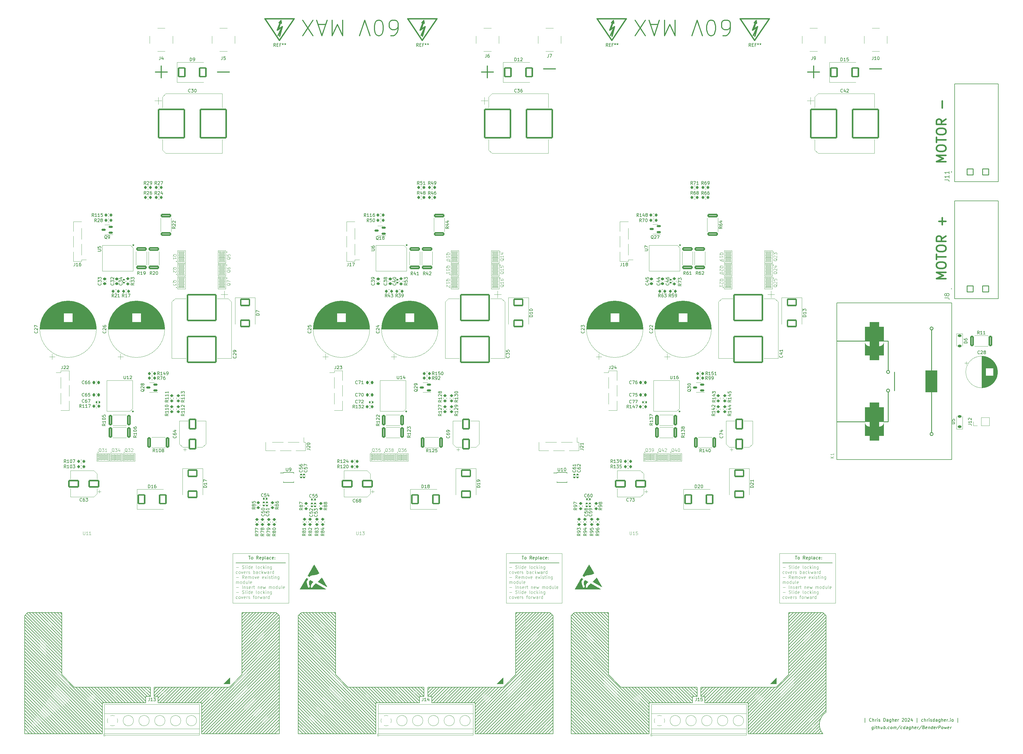
<source format=gto>
%TF.GenerationSoftware,KiCad,Pcbnew,7.0.9*%
%TF.CreationDate,2025-04-01T10:19:45-06:00*%
%TF.ProjectId,2023-24_Power_Supply,32303233-2d32-4345-9f50-6f7765725f53,rev?*%
%TF.SameCoordinates,Original*%
%TF.FileFunction,Legend,Top*%
%TF.FilePolarity,Positive*%
%FSLAX46Y46*%
G04 Gerber Fmt 4.6, Leading zero omitted, Abs format (unit mm)*
G04 Created by KiCad (PCBNEW 7.0.9) date 2025-04-01 10:19:45*
%MOMM*%
%LPD*%
G01*
G04 APERTURE LIST*
G04 Aperture macros list*
%AMRoundRect*
0 Rectangle with rounded corners*
0 $1 Rounding radius*
0 $2 $3 $4 $5 $6 $7 $8 $9 X,Y pos of 4 corners*
0 Add a 4 corners polygon primitive as box body*
4,1,4,$2,$3,$4,$5,$6,$7,$8,$9,$2,$3,0*
0 Add four circle primitives for the rounded corners*
1,1,$1+$1,$2,$3*
1,1,$1+$1,$4,$5*
1,1,$1+$1,$6,$7*
1,1,$1+$1,$8,$9*
0 Add four rect primitives between the rounded corners*
20,1,$1+$1,$2,$3,$4,$5,0*
20,1,$1+$1,$4,$5,$6,$7,0*
20,1,$1+$1,$6,$7,$8,$9,0*
20,1,$1+$1,$8,$9,$2,$3,0*%
G04 Aperture macros list end*
%ADD10C,0.150000*%
%ADD11C,0.300000*%
%ADD12C,0.500000*%
%ADD13C,0.100000*%
%ADD14C,0.120000*%
%ADD15C,0.381000*%
%ADD16C,0.127000*%
%ADD17C,0.200000*%
%ADD18C,0.250000*%
%ADD19C,0.010000*%
%ADD20C,2.075000*%
%ADD21C,3.575000*%
%ADD22RoundRect,0.140000X0.170000X-0.140000X0.170000X0.140000X-0.170000X0.140000X-0.170000X-0.140000X0*%
%ADD23RoundRect,0.250000X-1.425000X0.362500X-1.425000X-0.362500X1.425000X-0.362500X1.425000X0.362500X0*%
%ADD24RoundRect,0.200000X-0.200000X-0.275000X0.200000X-0.275000X0.200000X0.275000X-0.200000X0.275000X0*%
%ADD25RoundRect,0.200000X0.200000X0.275000X-0.200000X0.275000X-0.200000X-0.275000X0.200000X-0.275000X0*%
%ADD26RoundRect,0.250000X0.362500X1.425000X-0.362500X1.425000X-0.362500X-1.425000X0.362500X-1.425000X0*%
%ADD27C,3.200000*%
%ADD28RoundRect,0.200000X0.275000X-0.200000X0.275000X0.200000X-0.275000X0.200000X-0.275000X-0.200000X0*%
%ADD29RoundRect,0.250000X1.000000X-1.500000X1.000000X1.500000X-1.000000X1.500000X-1.000000X-1.500000X0*%
%ADD30RoundRect,0.050000X0.125000X-0.387500X0.125000X0.387500X-0.125000X0.387500X-0.125000X-0.387500X0*%
%ADD31RoundRect,0.050000X0.125000X-0.900000X0.125000X0.900000X-0.125000X0.900000X-0.125000X-0.900000X0*%
%ADD32RoundRect,0.050000X0.125000X-0.812500X0.125000X0.812500X-0.125000X0.812500X-0.125000X-0.812500X0*%
%ADD33RoundRect,0.200000X-0.275000X0.200000X-0.275000X-0.200000X0.275000X-0.200000X0.275000X0.200000X0*%
%ADD34R,2.510000X1.000000*%
%ADD35RoundRect,0.250000X1.500000X1.000000X-1.500000X1.000000X-1.500000X-1.000000X1.500000X-1.000000X0*%
%ADD36RoundRect,0.102000X0.975000X-0.975000X0.975000X0.975000X-0.975000X0.975000X-0.975000X-0.975000X0*%
%ADD37C,2.154000*%
%ADD38RoundRect,0.250000X-1.400000X-1.000000X1.400000X-1.000000X1.400000X1.000000X-1.400000X1.000000X0*%
%ADD39R,0.450000X1.500000*%
%ADD40R,5.500000X3.000000*%
%ADD41RoundRect,0.225000X0.225000X0.250000X-0.225000X0.250000X-0.225000X-0.250000X0.225000X-0.250000X0*%
%ADD42R,2.400000X2.400000*%
%ADD43C,2.400000*%
%ADD44O,6.500000X3.500000*%
%ADD45RoundRect,1.525000X1.525000X-2.375000X1.525000X2.375000X-1.525000X2.375000X-1.525000X-2.375000X0*%
%ADD46RoundRect,0.050000X0.387500X0.125000X-0.387500X0.125000X-0.387500X-0.125000X0.387500X-0.125000X0*%
%ADD47RoundRect,0.050000X0.900000X0.125000X-0.900000X0.125000X-0.900000X-0.125000X0.900000X-0.125000X0*%
%ADD48RoundRect,0.050000X0.812500X0.125000X-0.812500X0.125000X-0.812500X-0.125000X0.812500X-0.125000X0*%
%ADD49RoundRect,0.225000X0.375000X-0.225000X0.375000X0.225000X-0.375000X0.225000X-0.375000X-0.225000X0*%
%ADD50R,1.700000X1.700000*%
%ADD51O,1.700000X1.700000*%
%ADD52RoundRect,0.249999X-4.550001X4.150001X-4.550001X-4.150001X4.550001X-4.150001X4.550001X4.150001X0*%
%ADD53RoundRect,0.225000X-0.250000X0.225000X-0.250000X-0.225000X0.250000X-0.225000X0.250000X0.225000X0*%
%ADD54R,1.100000X0.250000*%
%ADD55RoundRect,0.249999X-4.150001X-4.550001X4.150001X-4.550001X4.150001X4.550001X-4.150001X4.550001X0*%
%ADD56R,1.500000X0.450000*%
%ADD57R,3.000000X5.500000*%
%ADD58RoundRect,0.150000X0.512500X0.150000X-0.512500X0.150000X-0.512500X-0.150000X0.512500X-0.150000X0*%
%ADD59RoundRect,0.250000X1.000000X-1.400000X1.000000X1.400000X-1.000000X1.400000X-1.000000X-1.400000X0*%
%ADD60RoundRect,0.140000X0.140000X0.170000X-0.140000X0.170000X-0.140000X-0.170000X0.140000X-0.170000X0*%
%ADD61RoundRect,0.140000X-0.140000X-0.170000X0.140000X-0.170000X0.140000X0.170000X-0.140000X0.170000X0*%
%ADD62R,1.000000X2.510000*%
%ADD63RoundRect,0.140000X-0.170000X0.140000X-0.170000X-0.140000X0.170000X-0.140000X0.170000X0.140000X0*%
%ADD64RoundRect,0.050000X-0.387500X-0.125000X0.387500X-0.125000X0.387500X0.125000X-0.387500X0.125000X0*%
%ADD65RoundRect,0.050000X-0.900000X-0.125000X0.900000X-0.125000X0.900000X0.125000X-0.900000X0.125000X0*%
%ADD66RoundRect,0.050000X-0.812500X-0.125000X0.812500X-0.125000X0.812500X0.125000X-0.812500X0.125000X0*%
%ADD67R,2.600000X2.600000*%
%ADD68C,2.600000*%
%ADD69R,1.600000X1.500000*%
%ADD70R,1.500000X1.600000*%
%ADD71R,1.200000X1.600000*%
%ADD72R,1.600000X1.200000*%
%ADD73R,2.000000X2.000000*%
%ADD74C,2.000000*%
%ADD75RoundRect,0.250000X-0.362500X-1.425000X0.362500X-1.425000X0.362500X1.425000X-0.362500X1.425000X0*%
%ADD76RoundRect,0.225000X-0.375000X0.225000X-0.375000X-0.225000X0.375000X-0.225000X0.375000X0.225000X0*%
G04 APERTURE END LIST*
D10*
X396000000Y-296000000D02*
X402500000Y-289500000D01*
X217500000Y-328500000D02*
X232000000Y-314000000D01*
X232000000Y-297000000D02*
X220000000Y-309000000D01*
X306600000Y-328500000D02*
X320100000Y-315000000D01*
X396500000Y-328500000D02*
X408000000Y-317000000D01*
X263100000Y-324000000D02*
X238100000Y-299000000D01*
X220000000Y-298000000D02*
X228500000Y-289500000D01*
X369000000Y-317000000D02*
X372500000Y-313500000D01*
X309600000Y-289500000D02*
X308100000Y-291000000D01*
X264600000Y-318500000D02*
X259600000Y-313500000D01*
X362500000Y-318500000D02*
X357500000Y-313500000D01*
X178500000Y-318500000D02*
X173500000Y-313500000D01*
X201500000Y-318500000D02*
X206500000Y-313500000D01*
X250100000Y-292000000D02*
X247600000Y-289500000D01*
X175000000Y-323000000D02*
X150000000Y-298000000D01*
X335500000Y-328500000D02*
X326000000Y-319000000D01*
X162000000Y-298000000D02*
X153500000Y-289500000D01*
X207500000Y-313500000D02*
X202500000Y-318500000D01*
X262600000Y-313500000D02*
X267600000Y-318500000D01*
X367702385Y-316297615D02*
X370500000Y-313500000D01*
X216500000Y-328500000D02*
X232000000Y-313000000D01*
X358500000Y-318500000D02*
X353500000Y-313500000D01*
X407999974Y-321599959D02*
G75*
G03*
X406970000Y-328500000I2537326J-3905641D01*
G01*
X188500000Y-313500000D02*
X190500000Y-315500000D01*
X385500000Y-328500000D02*
X408000000Y-306000000D01*
X308100000Y-300000000D02*
X318600000Y-289500000D01*
X150000000Y-291000000D02*
X162000000Y-303000000D01*
X383000000Y-323000000D02*
X408000000Y-298000000D01*
X191703460Y-316296540D02*
X194500000Y-313500000D01*
X168500000Y-328500000D02*
X150000000Y-310000000D01*
X268600000Y-318500000D02*
X263600000Y-313500000D01*
X197500000Y-313500000D02*
X193000000Y-318000000D01*
X191701989Y-314298011D02*
X192500000Y-313500000D01*
X246600000Y-289500000D02*
X250100000Y-293000000D01*
X212500000Y-328500000D02*
X232000000Y-309000000D01*
X262600000Y-328500000D02*
X238100000Y-304000000D01*
X308100000Y-304000000D02*
X320100000Y-292000000D01*
X174500000Y-328500000D02*
X150000000Y-304000000D01*
X315600000Y-289500000D02*
X308100000Y-297000000D01*
X332500000Y-289500000D02*
X338000000Y-295000000D01*
X341500000Y-328500000D02*
X326000000Y-313000000D01*
X295100000Y-321000000D02*
X302600000Y-313500000D01*
X400500000Y-328500000D02*
X408000000Y-321000000D01*
X342500000Y-313500000D02*
X351000000Y-322000000D01*
X347500000Y-328500000D02*
X326000000Y-307000000D01*
X186500000Y-318500000D02*
X181500000Y-313500000D01*
X263100000Y-326000000D02*
X238100000Y-301000000D01*
X307600000Y-328500000D02*
X320100000Y-316000000D01*
X397500000Y-289500000D02*
X396000000Y-291000000D01*
X250100000Y-309500000D02*
X254100000Y-313500000D01*
X278600000Y-313500000D01*
X278600000Y-316500000D01*
X277100000Y-316500000D01*
X277100000Y-318500000D01*
X263100000Y-318500000D01*
X263100000Y-328500000D01*
X238100000Y-328500000D01*
X238100000Y-290500000D01*
X239100000Y-289500000D01*
X250100000Y-289500000D01*
X250100000Y-309500000D01*
X253600000Y-328500000D02*
X238100000Y-313000000D01*
X162000000Y-309500000D02*
X166000000Y-313500000D01*
X190500000Y-313500000D01*
X190500000Y-316500000D01*
X189000000Y-316500000D01*
X189000000Y-318500000D01*
X175000000Y-318500000D01*
X175000000Y-328500000D01*
X150000000Y-328500000D01*
X150000000Y-290500000D01*
X151000000Y-289500000D01*
X162000000Y-289500000D01*
X162000000Y-309500000D01*
X207000000Y-321000000D02*
X214500000Y-313500000D01*
X250100000Y-290000000D02*
X249600000Y-289500000D01*
X150000000Y-320000000D02*
X158500000Y-328500000D01*
X220500000Y-328500000D02*
X232000000Y-317000000D01*
X320100000Y-324000000D02*
X315600000Y-328500000D01*
X232000000Y-290500000D02*
X232000000Y-328500000D01*
X207000000Y-328500000D01*
X207000000Y-318500000D01*
X193000000Y-318500000D01*
X193000000Y-316500000D01*
X191700000Y-316500000D01*
X191700000Y-313500000D01*
X216000000Y-313500000D01*
X220000000Y-309500000D01*
X220000000Y-289500000D01*
X231000000Y-289500000D01*
X232000000Y-290500000D01*
X405500000Y-289500000D02*
X396000000Y-299000000D01*
X152500000Y-328500000D02*
X150000000Y-326000000D01*
X287600000Y-313500000D02*
X282600000Y-318500000D01*
X209500000Y-313500000D02*
X204500000Y-318500000D01*
X340500000Y-328500000D02*
X326000000Y-314000000D01*
X232000000Y-327000000D02*
X230500000Y-328500000D01*
X268600000Y-313500000D02*
X273600000Y-318500000D01*
X389500000Y-313500000D02*
X383000000Y-320000000D01*
X263100000Y-323000000D02*
X238100000Y-298000000D01*
X304600000Y-328500000D02*
X320100000Y-313000000D01*
X320100000Y-290500000D02*
X320100000Y-328500000D01*
X295100000Y-328500000D01*
X295100000Y-318500000D01*
X281100000Y-318500000D01*
X281100000Y-316500000D01*
X279800000Y-316500000D01*
X279800000Y-313500000D01*
X304100000Y-313500000D01*
X308100000Y-309500000D01*
X308100000Y-289500000D01*
X319100000Y-289500000D01*
X320100000Y-290500000D01*
X207000000Y-325000000D02*
X232000000Y-300000000D01*
X255600000Y-328500000D02*
X238100000Y-311000000D01*
X336500000Y-328500000D02*
X326000000Y-318000000D01*
X344500000Y-328500000D02*
X326000000Y-310000000D01*
X366500000Y-316500000D02*
X363500000Y-313500000D01*
X408000000Y-320000000D02*
X399500000Y-328500000D01*
X220000000Y-301000000D02*
X231249535Y-289750465D01*
X320100000Y-320000000D02*
X311600000Y-328500000D01*
X252600000Y-328500000D02*
X238100000Y-314000000D01*
X195500000Y-318500000D02*
X200500000Y-313500000D01*
X154500000Y-289500000D02*
X162000000Y-297000000D01*
X349500000Y-328500000D02*
X326000000Y-305000000D01*
X250100000Y-301000000D02*
X238850465Y-289750465D01*
X338000000Y-308000000D02*
X326000000Y-296000000D01*
X162000000Y-304000000D02*
X150000000Y-292000000D01*
X182500000Y-318500000D02*
X177500000Y-313500000D01*
X401500000Y-289500000D02*
X396000000Y-295000000D01*
X333500000Y-328500000D02*
X326000000Y-321000000D01*
X367701309Y-314298691D02*
X368500000Y-313500000D01*
X180500000Y-313500000D02*
X185500000Y-318500000D01*
X383000000Y-319000000D02*
X388500000Y-313500000D01*
X394500000Y-328500000D02*
X408000000Y-315000000D01*
X250100000Y-300000000D02*
X239600000Y-289500000D01*
X209500000Y-328500000D02*
X232000000Y-306000000D01*
X365000000Y-317000000D02*
X361500000Y-313500000D01*
X250100000Y-308000000D02*
X238100000Y-296000000D01*
X264600000Y-313500000D02*
X269600000Y-318500000D01*
X303600000Y-328500000D02*
X320100000Y-312000000D01*
X150000000Y-322000000D02*
X156500000Y-328500000D01*
X309600000Y-328500000D02*
X320100000Y-318000000D01*
X352500000Y-313500000D02*
X357500000Y-318500000D01*
X175000000Y-321000000D02*
X167500000Y-313500000D01*
X375500000Y-318500000D02*
X380500000Y-313500000D01*
X396000000Y-309500000D02*
X396000000Y-289500000D01*
X396000000Y-298000000D02*
X404500000Y-289500000D01*
X295100000Y-328000000D02*
X320100000Y-303000000D01*
X367700000Y-316500000D02*
X367700000Y-313500000D01*
X308100000Y-298000000D02*
X316600000Y-289500000D01*
X219500000Y-328500000D02*
X232000000Y-316000000D01*
X396000000Y-290000000D02*
X396500000Y-289500000D01*
X337500000Y-328500000D02*
X326000000Y-317000000D01*
X256600000Y-328500000D02*
X238100000Y-310000000D01*
X326000000Y-327000000D02*
X327500000Y-328500000D01*
X369500000Y-313500000D02*
X367701820Y-315298180D01*
X150000000Y-327000000D02*
X151500000Y-328500000D01*
X287600000Y-318500000D02*
X292600000Y-313500000D01*
X153500000Y-328500000D02*
X150000000Y-325000000D01*
X295100000Y-326000000D02*
X320100000Y-301000000D01*
X172500000Y-328500000D02*
X150000000Y-306000000D01*
X221500000Y-289500000D02*
X220000000Y-291000000D01*
X195500000Y-313500000D02*
X192500000Y-316500000D01*
X393500000Y-328500000D02*
X408000000Y-314000000D01*
X331500000Y-328500000D02*
X326000000Y-323000000D01*
X220000000Y-308000000D02*
X232000000Y-296000000D01*
X249600000Y-328500000D02*
X238100000Y-317000000D01*
X167500000Y-328500000D02*
X150000000Y-311000000D01*
X220000000Y-292000000D02*
X222500000Y-289500000D01*
X388500000Y-328500000D02*
X408000000Y-309000000D01*
X305600000Y-328500000D02*
X320100000Y-314000000D01*
X189000000Y-317000000D02*
X185500000Y-313500000D01*
X228500000Y-328500000D02*
X232000000Y-325000000D01*
X396000000Y-292000000D02*
X398500000Y-289500000D01*
X232000000Y-293000000D02*
X220000000Y-305000000D01*
X173500000Y-328500000D02*
X150000000Y-305000000D01*
X351000000Y-319000000D02*
X345500000Y-313500000D01*
X281600000Y-313500000D02*
X279802761Y-315297239D01*
X207000000Y-319000000D02*
X212500000Y-313500000D01*
X175000000Y-328000000D02*
X150000000Y-303000000D01*
X358500000Y-313500000D02*
X363500000Y-318500000D01*
X211500000Y-328500000D02*
X232000000Y-308000000D01*
X238100000Y-322000000D02*
X244600000Y-328500000D01*
X266600000Y-313500000D02*
X271600000Y-318500000D01*
X244600000Y-289500000D02*
X250100000Y-295000000D01*
X407000000Y-289500000D02*
X408000000Y-290500000D01*
X227500000Y-289500000D02*
X220000000Y-297000000D01*
X172500000Y-313500000D02*
X177500000Y-318500000D01*
X397500000Y-328500000D02*
X408000000Y-318000000D01*
X384500000Y-328500000D02*
X408000000Y-305000000D01*
X383000000Y-321000000D02*
X390500000Y-313500000D01*
X162000000Y-302000000D02*
X150250778Y-290250778D01*
X406763330Y-328236670D02*
X406500000Y-328500000D01*
X383500000Y-328500000D02*
X408000000Y-304000000D01*
X398500000Y-328500000D02*
X408000000Y-319000000D01*
X379500000Y-318500000D02*
X384500000Y-313500000D01*
X404500000Y-328500000D02*
X406090191Y-326909809D01*
X182500000Y-313500000D02*
X187500000Y-318500000D01*
X289600000Y-318500000D02*
X294600000Y-313500000D01*
X377500000Y-313500000D02*
X372500000Y-318500000D01*
X270600000Y-313500000D02*
X275600000Y-318500000D01*
X385500000Y-313500000D02*
X380500000Y-318500000D01*
X348500000Y-313500000D02*
X353500000Y-318500000D01*
X295100000Y-323000000D02*
X320100000Y-298000000D01*
X317600000Y-289500000D02*
X308100000Y-299000000D01*
X205500000Y-318500000D02*
X210500000Y-313500000D01*
X301600000Y-328500000D02*
X320100000Y-310000000D01*
X176500000Y-313500000D02*
X181500000Y-318500000D01*
X320100000Y-291000000D02*
X308100000Y-303000000D01*
X369000000Y-318500000D02*
X383000000Y-318500000D01*
X351000000Y-325000000D02*
X326000000Y-300000000D01*
X263100000Y-325000000D02*
X238100000Y-300000000D01*
X199500000Y-313500000D02*
X194500000Y-318500000D01*
X190500000Y-314500000D02*
X189500000Y-313500000D01*
X162000000Y-300000000D02*
X151500000Y-289500000D01*
X308600000Y-328500000D02*
X320100000Y-317000000D01*
X222500000Y-328500000D02*
X232000000Y-319000000D01*
X213500000Y-328500000D02*
X232000000Y-310000000D01*
X312600000Y-328500000D02*
X320100000Y-321000000D01*
X330500000Y-289500000D02*
X338000000Y-297000000D01*
X391500000Y-328500000D02*
X408000000Y-312000000D01*
X350500000Y-313500000D02*
X355500000Y-318500000D01*
X351000000Y-328000000D02*
X326000000Y-303000000D01*
X316600000Y-328500000D02*
X320100000Y-325000000D01*
X302600000Y-328500000D02*
X320100000Y-311000000D01*
X250100000Y-306000000D02*
X238100000Y-294000000D01*
X150000000Y-295000000D02*
X162000000Y-307000000D01*
X308100000Y-290000000D02*
X308600000Y-289500000D01*
X338500000Y-328500000D02*
X326000000Y-316000000D01*
X186500000Y-313500000D02*
X189500000Y-316500000D01*
X207000000Y-324000000D02*
X232000000Y-299000000D01*
X170500000Y-328500000D02*
X150000000Y-308000000D01*
X285600000Y-318500000D02*
X290600000Y-313500000D01*
X190500000Y-316500000D02*
X187500000Y-313500000D01*
X208500000Y-328500000D02*
X232000000Y-305000000D01*
X386500000Y-328500000D02*
X408000000Y-307000000D01*
X166500000Y-313500000D02*
X175000000Y-322000000D01*
X232000000Y-291000000D02*
X220000000Y-303000000D01*
X263100000Y-328000000D02*
X238100000Y-303000000D01*
X158500000Y-289500000D02*
X162000000Y-293000000D01*
X295100000Y-319000000D02*
X300600000Y-313500000D01*
X295600000Y-313500000D02*
X290600000Y-318500000D01*
X326000000Y-291000000D02*
X338000000Y-303000000D01*
X238100000Y-291000000D02*
X250100000Y-303000000D01*
X299600000Y-328500000D02*
X320100000Y-308000000D01*
X254600000Y-313500000D02*
X263100000Y-322000000D01*
X175000000Y-327000000D02*
X150000000Y-302000000D01*
X162000000Y-290000000D02*
X161500000Y-289500000D01*
X232000000Y-324000000D02*
X227500000Y-328500000D01*
X377500000Y-318500000D02*
X382500000Y-313500000D01*
X201500000Y-313500000D02*
X196500000Y-318500000D01*
X283600000Y-313500000D02*
X280600000Y-316500000D01*
X308100000Y-308000000D02*
X320100000Y-296000000D01*
X351000000Y-321000000D02*
X343500000Y-313500000D01*
X150000000Y-297000000D02*
X162000000Y-309000000D01*
X224500000Y-328500000D02*
X232000000Y-321000000D01*
X257600000Y-328500000D02*
X238100000Y-309000000D01*
X193500000Y-313500000D02*
X191702685Y-315297315D01*
X338000000Y-300000000D02*
X327500000Y-289500000D01*
X229500000Y-328500000D02*
X232000000Y-326000000D01*
X184500000Y-313500000D02*
X189000000Y-318000000D01*
X408000000Y-297000000D02*
X396000000Y-309000000D01*
X207500000Y-328500000D02*
X232000000Y-304000000D01*
X162000000Y-296000000D02*
X155500000Y-289500000D01*
X320100000Y-295000000D02*
X308100000Y-307000000D01*
X371500000Y-318500000D02*
X376500000Y-313500000D01*
X402500000Y-328500000D02*
X405882986Y-325117014D01*
X232000000Y-320000000D02*
X223500000Y-328500000D01*
X396000000Y-304000000D02*
X408000000Y-292000000D01*
X175000000Y-325000000D02*
X150000000Y-300000000D01*
X367700000Y-313500000D02*
X392000000Y-313500000D01*
X308100000Y-302000000D02*
X319849222Y-290250778D01*
X203500000Y-313500000D02*
X198500000Y-318500000D01*
X396000000Y-294000000D02*
X400500000Y-289500000D01*
X226500000Y-328500000D02*
X232000000Y-323000000D01*
X277100000Y-317000000D02*
X273600000Y-313500000D01*
X362500000Y-313500000D02*
X365500000Y-316500000D01*
X221500000Y-328500000D02*
X232000000Y-318000000D01*
X396000000Y-289500000D02*
X407000000Y-289500000D01*
X383000000Y-324000000D02*
X408000000Y-299000000D01*
X364500000Y-313500000D02*
X366500000Y-315500000D01*
X405907867Y-326092133D02*
X403500000Y-328500000D01*
X389500000Y-328500000D02*
X408000000Y-310000000D01*
X164500000Y-328500000D02*
X150000000Y-314000000D01*
X351000000Y-327000000D02*
X326000000Y-302000000D01*
X297600000Y-328500000D02*
X320100000Y-306000000D01*
X405500000Y-328500000D02*
X406381370Y-327618630D01*
X293600000Y-313500000D02*
X288600000Y-318500000D01*
X399500000Y-289500000D02*
X396000000Y-293000000D01*
X326000000Y-320000000D02*
X334500000Y-328500000D01*
X238100000Y-327000000D02*
X239600000Y-328500000D01*
X193500000Y-318500000D02*
X198500000Y-313500000D01*
X373500000Y-318500000D02*
X378500000Y-313500000D01*
X391500000Y-313500000D02*
X383000000Y-322000000D01*
X250600000Y-328500000D02*
X238100000Y-316000000D01*
X354500000Y-318500000D02*
X349500000Y-313500000D01*
X207000000Y-328000000D02*
X232000000Y-303000000D01*
X346500000Y-328500000D02*
X326000000Y-308000000D01*
X295100000Y-325000000D02*
X320100000Y-300000000D01*
X178500000Y-313500000D02*
X183500000Y-318500000D01*
X263100000Y-321000000D02*
X255600000Y-313500000D01*
X406970000Y-328500000D02*
X383000000Y-328500000D01*
X260600000Y-328500000D02*
X238100000Y-306000000D01*
X160500000Y-328500000D02*
X150000000Y-318000000D01*
X278600000Y-314500000D02*
X277600000Y-313500000D01*
X383000000Y-328000000D02*
X408000000Y-303000000D01*
X406188671Y-323811329D02*
X401500000Y-328500000D01*
X310600000Y-328500000D02*
X320100000Y-319000000D01*
X387500000Y-313500000D02*
X382500000Y-318500000D01*
X396000000Y-302000000D02*
X407749222Y-290250778D01*
X161500000Y-328500000D02*
X150000000Y-317000000D01*
X383000000Y-325000000D02*
X408000000Y-300000000D01*
X251600000Y-328500000D02*
X238100000Y-315000000D01*
X218500000Y-328500000D02*
X232000000Y-315000000D01*
X396000000Y-306000000D02*
X408000000Y-294000000D01*
X193000000Y-317000000D02*
X196500000Y-313500000D01*
X240600000Y-289500000D02*
X250100000Y-299000000D01*
X150000000Y-324000000D02*
X154500000Y-328500000D01*
X175000000Y-319000000D02*
X169500000Y-313500000D01*
X220000000Y-304000000D02*
X232000000Y-292000000D01*
X392000000Y-313500000D02*
X396000000Y-309500000D01*
X283600000Y-318500000D02*
X288600000Y-313500000D01*
X160500000Y-289500000D02*
X162000000Y-291000000D01*
X360500000Y-313500000D02*
X365000000Y-318000000D01*
X329500000Y-328500000D02*
X326000000Y-325000000D01*
X317600000Y-328500000D02*
X320100000Y-326000000D01*
X369500000Y-318500000D02*
X374500000Y-313500000D01*
X281600000Y-318500000D02*
X286600000Y-313500000D01*
X229500000Y-289500000D02*
X220000000Y-299000000D01*
X250100000Y-296000000D02*
X243600000Y-289500000D01*
X276600000Y-318500000D02*
X271600000Y-313500000D01*
X220000000Y-300000000D02*
X230500000Y-289500000D01*
X326000000Y-293000000D02*
X338000000Y-305000000D01*
X263100000Y-327000000D02*
X238100000Y-302000000D01*
X395500000Y-328500000D02*
X408000000Y-316000000D01*
X279802973Y-314297027D02*
X280600000Y-313500000D01*
X299600000Y-313500000D02*
X294600000Y-318500000D01*
X308100000Y-292000000D02*
X310600000Y-289500000D01*
X241600000Y-328500000D02*
X238100000Y-325000000D01*
X328500000Y-289500000D02*
X338000000Y-299000000D01*
X245600000Y-328500000D02*
X238100000Y-321000000D01*
X311600000Y-289500000D02*
X308100000Y-293000000D01*
X278600000Y-316500000D02*
X275600000Y-313500000D01*
X263100000Y-319000000D02*
X257600000Y-313500000D01*
X338000000Y-306000000D02*
X326000000Y-294000000D01*
X338000000Y-292000000D02*
X335500000Y-289500000D01*
X308100000Y-301000000D02*
X319349535Y-289750465D01*
X175000000Y-324000000D02*
X150000000Y-299000000D01*
X220000000Y-294000000D02*
X224500000Y-289500000D01*
X238100000Y-295000000D02*
X250100000Y-307000000D01*
X343500000Y-328500000D02*
X326000000Y-311000000D01*
X220000000Y-302000000D02*
X231749222Y-290250778D01*
X313600000Y-289500000D02*
X308100000Y-295000000D01*
X223500000Y-289500000D02*
X220000000Y-293000000D01*
X403500000Y-289500000D02*
X396000000Y-297000000D01*
X250100000Y-302000000D02*
X238350778Y-290250778D01*
X207000000Y-327000000D02*
X232000000Y-302000000D01*
X166500000Y-328500000D02*
X150000000Y-312000000D01*
X295100000Y-324000000D02*
X320100000Y-299000000D01*
X159500000Y-328500000D02*
X150000000Y-319000000D01*
X396000000Y-301000000D02*
X407249535Y-289750465D01*
X210500000Y-328500000D02*
X232000000Y-307000000D01*
X373500000Y-313500000D02*
X369000000Y-318000000D01*
X279806007Y-316293993D02*
X282600000Y-313500000D01*
X364500000Y-318500000D02*
X359500000Y-313500000D01*
X215500000Y-313500000D02*
X207000000Y-322000000D01*
X176500000Y-318500000D02*
X171500000Y-313500000D01*
X339500000Y-328500000D02*
X326000000Y-315000000D01*
X320100000Y-322000000D02*
X313600000Y-328500000D01*
X250100000Y-298000000D02*
X241600000Y-289500000D01*
X162000000Y-294000000D02*
X157500000Y-289500000D01*
X243600000Y-328500000D02*
X238100000Y-323000000D01*
X274600000Y-318500000D02*
X269600000Y-313500000D01*
X379500000Y-313500000D02*
X374500000Y-318500000D01*
X298600000Y-328500000D02*
X320100000Y-307000000D01*
X351000000Y-323000000D02*
X326000000Y-298000000D01*
X356500000Y-313500000D02*
X361500000Y-318500000D01*
X381500000Y-318500000D02*
X386500000Y-313500000D01*
X383000000Y-328500000D02*
X383000000Y-318500000D01*
X408000000Y-295000000D02*
X396000000Y-307000000D01*
X180500000Y-318500000D02*
X175500000Y-313500000D01*
X169500000Y-328500000D02*
X150000000Y-309000000D01*
X238100000Y-293000000D02*
X250100000Y-305000000D01*
X260600000Y-313500000D02*
X265600000Y-318500000D01*
X346500000Y-313500000D02*
X351500000Y-318500000D01*
X387500000Y-328500000D02*
X408000000Y-308000000D01*
X390500000Y-328500000D02*
X408000000Y-311000000D01*
X197500000Y-318500000D02*
X202500000Y-313500000D01*
X274600000Y-313500000D02*
X277600000Y-316500000D01*
X334500000Y-289500000D02*
X338000000Y-293000000D01*
X207000000Y-323000000D02*
X232000000Y-298000000D01*
X150000000Y-293000000D02*
X162000000Y-305000000D01*
X211500000Y-313500000D02*
X206500000Y-318500000D01*
X168500000Y-313500000D02*
X175000000Y-320000000D01*
X207000000Y-326000000D02*
X232000000Y-301000000D01*
X162000000Y-292000000D02*
X159500000Y-289500000D01*
X291600000Y-318500000D02*
X296600000Y-313500000D01*
X408000000Y-293000000D02*
X396000000Y-305000000D01*
X220000000Y-296000000D02*
X226500000Y-289500000D01*
X338000000Y-304000000D02*
X326000000Y-292000000D01*
X366500000Y-314500000D02*
X365500000Y-313500000D01*
X356500000Y-318500000D02*
X351500000Y-313500000D01*
X156500000Y-289500000D02*
X162000000Y-295000000D01*
X297600000Y-313500000D02*
X292600000Y-318500000D01*
X215500000Y-328500000D02*
X232000000Y-312000000D01*
X344500000Y-313500000D02*
X351000000Y-320000000D01*
X174500000Y-313500000D02*
X179500000Y-318500000D01*
X303600000Y-313500000D02*
X295100000Y-322000000D01*
X352500000Y-318500000D02*
X347500000Y-313500000D01*
X175000000Y-326000000D02*
X150000000Y-301000000D01*
X272600000Y-318500000D02*
X267600000Y-313500000D01*
X258600000Y-328500000D02*
X238100000Y-308000000D01*
X351000000Y-326000000D02*
X326000000Y-301000000D01*
X155500000Y-328500000D02*
X150000000Y-323000000D01*
X250100000Y-304000000D02*
X238100000Y-292000000D01*
X336500000Y-289500000D02*
X338000000Y-291000000D01*
X256600000Y-313500000D02*
X263100000Y-320000000D01*
X326000000Y-322000000D02*
X332500000Y-328500000D01*
X392500000Y-328500000D02*
X408000000Y-313000000D01*
X240600000Y-328500000D02*
X238100000Y-326000000D01*
X293600000Y-318500000D02*
X298600000Y-313500000D01*
X360500000Y-318500000D02*
X355500000Y-313500000D01*
X247600000Y-328500000D02*
X238100000Y-319000000D01*
X248600000Y-328500000D02*
X238100000Y-318000000D01*
X157500000Y-328500000D02*
X150000000Y-321000000D01*
X285600000Y-313500000D02*
X281100000Y-318000000D01*
X162500000Y-328500000D02*
X150000000Y-316000000D01*
X308100000Y-294000000D02*
X312600000Y-289500000D01*
X259600000Y-328500000D02*
X238100000Y-307000000D01*
X300600000Y-328500000D02*
X320100000Y-309000000D01*
X381500000Y-313500000D02*
X376500000Y-318500000D01*
X188500000Y-318500000D02*
X183500000Y-313500000D01*
X375500000Y-313500000D02*
X370500000Y-318500000D01*
X225500000Y-289500000D02*
X220000000Y-295000000D01*
X348500000Y-328500000D02*
X326000000Y-306000000D01*
X350500000Y-328500000D02*
X326000000Y-304000000D01*
X205500000Y-313500000D02*
X200500000Y-318500000D01*
X326000000Y-324000000D02*
X330500000Y-328500000D01*
X367700000Y-316500000D02*
X369000000Y-316500000D01*
X351000000Y-324000000D02*
X326000000Y-299000000D01*
X301600000Y-313500000D02*
X295100000Y-320000000D01*
X163500000Y-328500000D02*
X150000000Y-315000000D01*
X165500000Y-328500000D02*
X150000000Y-313000000D01*
X296600000Y-328500000D02*
X320100000Y-305000000D01*
X383000000Y-326000000D02*
X408000000Y-301000000D01*
X220000000Y-306000000D02*
X232000000Y-294000000D01*
X396000000Y-308000000D02*
X408000000Y-296000000D01*
X326000000Y-297000000D02*
X338000000Y-309000000D01*
X338000000Y-309500000D02*
X342000000Y-313500000D01*
X366500000Y-313500000D01*
X366500000Y-316500000D01*
X365000000Y-316500000D01*
X365000000Y-318500000D01*
X351000000Y-318500000D01*
X351000000Y-328500000D01*
X326000000Y-328500000D01*
X326000000Y-290500000D01*
X327000000Y-289500000D01*
X338000000Y-289500000D01*
X338000000Y-309500000D01*
X289600000Y-313500000D02*
X284600000Y-318500000D01*
X320100000Y-293000000D02*
X308100000Y-305000000D01*
X371500000Y-313500000D02*
X368500000Y-316500000D01*
X328500000Y-328500000D02*
X326000000Y-326000000D01*
X338000000Y-302000000D02*
X326250778Y-290250778D01*
X338000000Y-301000000D02*
X326750465Y-289750465D01*
X254600000Y-328500000D02*
X238100000Y-312000000D01*
X214500000Y-328500000D02*
X232000000Y-311000000D01*
X396000000Y-300000000D02*
X406500000Y-289500000D01*
X250100000Y-294000000D02*
X245600000Y-289500000D01*
X238100000Y-297000000D02*
X250100000Y-309000000D01*
X354500000Y-313500000D02*
X359500000Y-318500000D01*
X326000000Y-295000000D02*
X338000000Y-307000000D01*
X232000000Y-295000000D02*
X220000000Y-307000000D01*
X232000000Y-322000000D02*
X225500000Y-328500000D01*
X238100000Y-324000000D02*
X242600000Y-328500000D01*
X314600000Y-328500000D02*
X320100000Y-323000000D01*
X152500000Y-289500000D02*
X162000000Y-299000000D01*
X345500000Y-328500000D02*
X326000000Y-309000000D01*
X320100000Y-327000000D02*
X318600000Y-328500000D01*
X213500000Y-313500000D02*
X207000000Y-320000000D01*
X338000000Y-298000000D02*
X329500000Y-289500000D01*
X162000000Y-301000000D02*
X150750465Y-289750465D01*
X242600000Y-289500000D02*
X250100000Y-297000000D01*
X220000000Y-290000000D02*
X220500000Y-289500000D01*
X308100000Y-296000000D02*
X314600000Y-289500000D01*
X270600000Y-318500000D02*
X265600000Y-313500000D01*
X342500000Y-328500000D02*
X326000000Y-312000000D01*
X295600000Y-328500000D02*
X320100000Y-304000000D01*
X272600000Y-313500000D02*
X277100000Y-318000000D01*
X170500000Y-313500000D02*
X175500000Y-318500000D01*
X162000000Y-308000000D02*
X150000000Y-296000000D01*
X308100000Y-306000000D02*
X320100000Y-294000000D01*
X184500000Y-318500000D02*
X179500000Y-313500000D01*
X295100000Y-327000000D02*
X320100000Y-302000000D01*
X261600000Y-328500000D02*
X238100000Y-305000000D01*
X281100000Y-317000000D02*
X284600000Y-313500000D01*
X171500000Y-328500000D02*
X150000000Y-307000000D01*
X258600000Y-313500000D02*
X263600000Y-318500000D01*
X238100000Y-320000000D02*
X246600000Y-328500000D01*
X383500000Y-313500000D02*
X378500000Y-318500000D01*
X383000000Y-327000000D02*
X408000000Y-302000000D01*
X291600000Y-313500000D02*
X286600000Y-318500000D01*
X320100000Y-297000000D02*
X308100000Y-309000000D01*
X199500000Y-318500000D02*
X204500000Y-313500000D01*
X248600000Y-289500000D02*
X250100000Y-291000000D01*
X203500000Y-318500000D02*
X208500000Y-313500000D01*
X338000000Y-290000000D02*
X337500000Y-289500000D01*
X408000000Y-321600000D02*
X408000000Y-290500000D01*
X266600000Y-318500000D02*
X261600000Y-313500000D01*
X338000000Y-294000000D02*
X333500000Y-289500000D01*
X369000000Y-316500000D02*
X369000000Y-318500000D01*
X276600000Y-313500000D02*
X278600000Y-315500000D01*
X162000000Y-306000000D02*
X150000000Y-294000000D01*
X408000000Y-291000000D02*
X396000000Y-303000000D01*
X338000000Y-296000000D02*
X331500000Y-289500000D01*
D11*
X267857142Y-103702504D02*
X268809523Y-103702504D01*
X268809523Y-103702504D02*
X269285714Y-103464409D01*
X269285714Y-103464409D02*
X269523809Y-103226314D01*
X269523809Y-103226314D02*
X269999999Y-102512028D01*
X269999999Y-102512028D02*
X270238095Y-101559647D01*
X270238095Y-101559647D02*
X270238095Y-99654885D01*
X270238095Y-99654885D02*
X269999999Y-99178695D01*
X269999999Y-99178695D02*
X269761904Y-98940600D01*
X269761904Y-98940600D02*
X269285714Y-98702504D01*
X269285714Y-98702504D02*
X268333333Y-98702504D01*
X268333333Y-98702504D02*
X267857142Y-98940600D01*
X267857142Y-98940600D02*
X267619047Y-99178695D01*
X267619047Y-99178695D02*
X267380952Y-99654885D01*
X267380952Y-99654885D02*
X267380952Y-100845361D01*
X267380952Y-100845361D02*
X267619047Y-101321552D01*
X267619047Y-101321552D02*
X267857142Y-101559647D01*
X267857142Y-101559647D02*
X268333333Y-101797742D01*
X268333333Y-101797742D02*
X269285714Y-101797742D01*
X269285714Y-101797742D02*
X269761904Y-101559647D01*
X269761904Y-101559647D02*
X269999999Y-101321552D01*
X269999999Y-101321552D02*
X270238095Y-100845361D01*
X264285713Y-103702504D02*
X263809523Y-103702504D01*
X263809523Y-103702504D02*
X263333332Y-103464409D01*
X263333332Y-103464409D02*
X263095237Y-103226314D01*
X263095237Y-103226314D02*
X262857142Y-102750123D01*
X262857142Y-102750123D02*
X262619047Y-101797742D01*
X262619047Y-101797742D02*
X262619047Y-100607266D01*
X262619047Y-100607266D02*
X262857142Y-99654885D01*
X262857142Y-99654885D02*
X263095237Y-99178695D01*
X263095237Y-99178695D02*
X263333332Y-98940600D01*
X263333332Y-98940600D02*
X263809523Y-98702504D01*
X263809523Y-98702504D02*
X264285713Y-98702504D01*
X264285713Y-98702504D02*
X264761904Y-98940600D01*
X264761904Y-98940600D02*
X264999999Y-99178695D01*
X264999999Y-99178695D02*
X265238094Y-99654885D01*
X265238094Y-99654885D02*
X265476190Y-100607266D01*
X265476190Y-100607266D02*
X265476190Y-101797742D01*
X265476190Y-101797742D02*
X265238094Y-102750123D01*
X265238094Y-102750123D02*
X264999999Y-103226314D01*
X264999999Y-103226314D02*
X264761904Y-103464409D01*
X264761904Y-103464409D02*
X264285713Y-103702504D01*
X261190475Y-103702504D02*
X259523808Y-98702504D01*
X259523808Y-98702504D02*
X257857142Y-103702504D01*
X252380951Y-98702504D02*
X252380951Y-103702504D01*
X252380951Y-103702504D02*
X250714285Y-100131076D01*
X250714285Y-100131076D02*
X249047618Y-103702504D01*
X249047618Y-103702504D02*
X249047618Y-98702504D01*
X246904761Y-100131076D02*
X244523808Y-100131076D01*
X247380951Y-98702504D02*
X245714284Y-103702504D01*
X245714284Y-103702504D02*
X244047618Y-98702504D01*
X242857142Y-103702504D02*
X239523808Y-98702504D01*
X239523808Y-103702504D02*
X242857142Y-98702504D01*
X320904761Y-114392733D02*
X317095238Y-114392733D01*
X300904761Y-115392733D02*
X297095238Y-115392733D01*
X298999999Y-117297495D02*
X298999999Y-113487971D01*
X425904761Y-114392733D02*
X422095238Y-114392733D01*
X374857142Y-103702504D02*
X375809523Y-103702504D01*
X375809523Y-103702504D02*
X376285714Y-103464409D01*
X376285714Y-103464409D02*
X376523809Y-103226314D01*
X376523809Y-103226314D02*
X376999999Y-102512028D01*
X376999999Y-102512028D02*
X377238095Y-101559647D01*
X377238095Y-101559647D02*
X377238095Y-99654885D01*
X377238095Y-99654885D02*
X376999999Y-99178695D01*
X376999999Y-99178695D02*
X376761904Y-98940600D01*
X376761904Y-98940600D02*
X376285714Y-98702504D01*
X376285714Y-98702504D02*
X375333333Y-98702504D01*
X375333333Y-98702504D02*
X374857142Y-98940600D01*
X374857142Y-98940600D02*
X374619047Y-99178695D01*
X374619047Y-99178695D02*
X374380952Y-99654885D01*
X374380952Y-99654885D02*
X374380952Y-100845361D01*
X374380952Y-100845361D02*
X374619047Y-101321552D01*
X374619047Y-101321552D02*
X374857142Y-101559647D01*
X374857142Y-101559647D02*
X375333333Y-101797742D01*
X375333333Y-101797742D02*
X376285714Y-101797742D01*
X376285714Y-101797742D02*
X376761904Y-101559647D01*
X376761904Y-101559647D02*
X376999999Y-101321552D01*
X376999999Y-101321552D02*
X377238095Y-100845361D01*
X371285713Y-103702504D02*
X370809523Y-103702504D01*
X370809523Y-103702504D02*
X370333332Y-103464409D01*
X370333332Y-103464409D02*
X370095237Y-103226314D01*
X370095237Y-103226314D02*
X369857142Y-102750123D01*
X369857142Y-102750123D02*
X369619047Y-101797742D01*
X369619047Y-101797742D02*
X369619047Y-100607266D01*
X369619047Y-100607266D02*
X369857142Y-99654885D01*
X369857142Y-99654885D02*
X370095237Y-99178695D01*
X370095237Y-99178695D02*
X370333332Y-98940600D01*
X370333332Y-98940600D02*
X370809523Y-98702504D01*
X370809523Y-98702504D02*
X371285713Y-98702504D01*
X371285713Y-98702504D02*
X371761904Y-98940600D01*
X371761904Y-98940600D02*
X371999999Y-99178695D01*
X371999999Y-99178695D02*
X372238094Y-99654885D01*
X372238094Y-99654885D02*
X372476190Y-100607266D01*
X372476190Y-100607266D02*
X372476190Y-101797742D01*
X372476190Y-101797742D02*
X372238094Y-102750123D01*
X372238094Y-102750123D02*
X371999999Y-103226314D01*
X371999999Y-103226314D02*
X371761904Y-103464409D01*
X371761904Y-103464409D02*
X371285713Y-103702504D01*
X368190475Y-103702504D02*
X366523808Y-98702504D01*
X366523808Y-98702504D02*
X364857142Y-103702504D01*
X359380951Y-98702504D02*
X359380951Y-103702504D01*
X359380951Y-103702504D02*
X357714285Y-100131076D01*
X357714285Y-100131076D02*
X356047618Y-103702504D01*
X356047618Y-103702504D02*
X356047618Y-98702504D01*
X353904761Y-100131076D02*
X351523808Y-100131076D01*
X354380951Y-98702504D02*
X352714284Y-103702504D01*
X352714284Y-103702504D02*
X351047618Y-98702504D01*
X349857142Y-103702504D02*
X346523808Y-98702504D01*
X346523808Y-103702504D02*
X349857142Y-98702504D01*
X195904761Y-115392733D02*
X192095238Y-115392733D01*
X193999999Y-117297495D02*
X193999999Y-113487971D01*
D12*
X446606857Y-144285713D02*
X443606857Y-144285713D01*
X443606857Y-144285713D02*
X445749714Y-143285713D01*
X445749714Y-143285713D02*
X443606857Y-142285713D01*
X443606857Y-142285713D02*
X446606857Y-142285713D01*
X443606857Y-140285713D02*
X443606857Y-139714285D01*
X443606857Y-139714285D02*
X443749714Y-139428570D01*
X443749714Y-139428570D02*
X444035428Y-139142856D01*
X444035428Y-139142856D02*
X444606857Y-138999999D01*
X444606857Y-138999999D02*
X445606857Y-138999999D01*
X445606857Y-138999999D02*
X446178285Y-139142856D01*
X446178285Y-139142856D02*
X446464000Y-139428570D01*
X446464000Y-139428570D02*
X446606857Y-139714285D01*
X446606857Y-139714285D02*
X446606857Y-140285713D01*
X446606857Y-140285713D02*
X446464000Y-140571428D01*
X446464000Y-140571428D02*
X446178285Y-140857142D01*
X446178285Y-140857142D02*
X445606857Y-140999999D01*
X445606857Y-140999999D02*
X444606857Y-140999999D01*
X444606857Y-140999999D02*
X444035428Y-140857142D01*
X444035428Y-140857142D02*
X443749714Y-140571428D01*
X443749714Y-140571428D02*
X443606857Y-140285713D01*
X443606857Y-138142856D02*
X443606857Y-136428571D01*
X446606857Y-137285713D02*
X443606857Y-137285713D01*
X443606857Y-134857142D02*
X443606857Y-134285714D01*
X443606857Y-134285714D02*
X443749714Y-133999999D01*
X443749714Y-133999999D02*
X444035428Y-133714285D01*
X444035428Y-133714285D02*
X444606857Y-133571428D01*
X444606857Y-133571428D02*
X445606857Y-133571428D01*
X445606857Y-133571428D02*
X446178285Y-133714285D01*
X446178285Y-133714285D02*
X446464000Y-133999999D01*
X446464000Y-133999999D02*
X446606857Y-134285714D01*
X446606857Y-134285714D02*
X446606857Y-134857142D01*
X446606857Y-134857142D02*
X446464000Y-135142857D01*
X446464000Y-135142857D02*
X446178285Y-135428571D01*
X446178285Y-135428571D02*
X445606857Y-135571428D01*
X445606857Y-135571428D02*
X444606857Y-135571428D01*
X444606857Y-135571428D02*
X444035428Y-135428571D01*
X444035428Y-135428571D02*
X443749714Y-135142857D01*
X443749714Y-135142857D02*
X443606857Y-134857142D01*
X446606857Y-130571428D02*
X445178285Y-131571428D01*
X446606857Y-132285714D02*
X443606857Y-132285714D01*
X443606857Y-132285714D02*
X443606857Y-131142857D01*
X443606857Y-131142857D02*
X443749714Y-130857142D01*
X443749714Y-130857142D02*
X443892571Y-130714285D01*
X443892571Y-130714285D02*
X444178285Y-130571428D01*
X444178285Y-130571428D02*
X444606857Y-130571428D01*
X444606857Y-130571428D02*
X444892571Y-130714285D01*
X444892571Y-130714285D02*
X445035428Y-130857142D01*
X445035428Y-130857142D02*
X445178285Y-131142857D01*
X445178285Y-131142857D02*
X445178285Y-132285714D01*
X445464000Y-127000000D02*
X445464000Y-124714286D01*
D11*
X405904761Y-115392733D02*
X402095238Y-115392733D01*
X403999999Y-117297495D02*
X403999999Y-113487971D01*
D12*
X446606857Y-181935713D02*
X443606857Y-181935713D01*
X443606857Y-181935713D02*
X445749714Y-180935713D01*
X445749714Y-180935713D02*
X443606857Y-179935713D01*
X443606857Y-179935713D02*
X446606857Y-179935713D01*
X443606857Y-177935713D02*
X443606857Y-177364285D01*
X443606857Y-177364285D02*
X443749714Y-177078570D01*
X443749714Y-177078570D02*
X444035428Y-176792856D01*
X444035428Y-176792856D02*
X444606857Y-176649999D01*
X444606857Y-176649999D02*
X445606857Y-176649999D01*
X445606857Y-176649999D02*
X446178285Y-176792856D01*
X446178285Y-176792856D02*
X446464000Y-177078570D01*
X446464000Y-177078570D02*
X446606857Y-177364285D01*
X446606857Y-177364285D02*
X446606857Y-177935713D01*
X446606857Y-177935713D02*
X446464000Y-178221428D01*
X446464000Y-178221428D02*
X446178285Y-178507142D01*
X446178285Y-178507142D02*
X445606857Y-178649999D01*
X445606857Y-178649999D02*
X444606857Y-178649999D01*
X444606857Y-178649999D02*
X444035428Y-178507142D01*
X444035428Y-178507142D02*
X443749714Y-178221428D01*
X443749714Y-178221428D02*
X443606857Y-177935713D01*
X443606857Y-175792856D02*
X443606857Y-174078571D01*
X446606857Y-174935713D02*
X443606857Y-174935713D01*
X443606857Y-172507142D02*
X443606857Y-171935714D01*
X443606857Y-171935714D02*
X443749714Y-171649999D01*
X443749714Y-171649999D02*
X444035428Y-171364285D01*
X444035428Y-171364285D02*
X444606857Y-171221428D01*
X444606857Y-171221428D02*
X445606857Y-171221428D01*
X445606857Y-171221428D02*
X446178285Y-171364285D01*
X446178285Y-171364285D02*
X446464000Y-171649999D01*
X446464000Y-171649999D02*
X446606857Y-171935714D01*
X446606857Y-171935714D02*
X446606857Y-172507142D01*
X446606857Y-172507142D02*
X446464000Y-172792857D01*
X446464000Y-172792857D02*
X446178285Y-173078571D01*
X446178285Y-173078571D02*
X445606857Y-173221428D01*
X445606857Y-173221428D02*
X444606857Y-173221428D01*
X444606857Y-173221428D02*
X444035428Y-173078571D01*
X444035428Y-173078571D02*
X443749714Y-172792857D01*
X443749714Y-172792857D02*
X443606857Y-172507142D01*
X446606857Y-168221428D02*
X445178285Y-169221428D01*
X446606857Y-169935714D02*
X443606857Y-169935714D01*
X443606857Y-169935714D02*
X443606857Y-168792857D01*
X443606857Y-168792857D02*
X443749714Y-168507142D01*
X443749714Y-168507142D02*
X443892571Y-168364285D01*
X443892571Y-168364285D02*
X444178285Y-168221428D01*
X444178285Y-168221428D02*
X444606857Y-168221428D01*
X444606857Y-168221428D02*
X444892571Y-168364285D01*
X444892571Y-168364285D02*
X445035428Y-168507142D01*
X445035428Y-168507142D02*
X445178285Y-168792857D01*
X445178285Y-168792857D02*
X445178285Y-169935714D01*
X445464000Y-164650000D02*
X445464000Y-162364286D01*
X446606857Y-163507143D02*
X444321142Y-163507143D01*
D10*
X420547617Y-324888152D02*
X420547617Y-323459580D01*
X422595236Y-324459580D02*
X422547617Y-324507200D01*
X422547617Y-324507200D02*
X422404760Y-324554819D01*
X422404760Y-324554819D02*
X422309522Y-324554819D01*
X422309522Y-324554819D02*
X422166665Y-324507200D01*
X422166665Y-324507200D02*
X422071427Y-324411961D01*
X422071427Y-324411961D02*
X422023808Y-324316723D01*
X422023808Y-324316723D02*
X421976189Y-324126247D01*
X421976189Y-324126247D02*
X421976189Y-323983390D01*
X421976189Y-323983390D02*
X422023808Y-323792914D01*
X422023808Y-323792914D02*
X422071427Y-323697676D01*
X422071427Y-323697676D02*
X422166665Y-323602438D01*
X422166665Y-323602438D02*
X422309522Y-323554819D01*
X422309522Y-323554819D02*
X422404760Y-323554819D01*
X422404760Y-323554819D02*
X422547617Y-323602438D01*
X422547617Y-323602438D02*
X422595236Y-323650057D01*
X423023808Y-324554819D02*
X423023808Y-323554819D01*
X423452379Y-324554819D02*
X423452379Y-324031009D01*
X423452379Y-324031009D02*
X423404760Y-323935771D01*
X423404760Y-323935771D02*
X423309522Y-323888152D01*
X423309522Y-323888152D02*
X423166665Y-323888152D01*
X423166665Y-323888152D02*
X423071427Y-323935771D01*
X423071427Y-323935771D02*
X423023808Y-323983390D01*
X423928570Y-324554819D02*
X423928570Y-323888152D01*
X423928570Y-324078628D02*
X423976189Y-323983390D01*
X423976189Y-323983390D02*
X424023808Y-323935771D01*
X424023808Y-323935771D02*
X424119046Y-323888152D01*
X424119046Y-323888152D02*
X424214284Y-323888152D01*
X424547618Y-324554819D02*
X424547618Y-323888152D01*
X424547618Y-323554819D02*
X424499999Y-323602438D01*
X424499999Y-323602438D02*
X424547618Y-323650057D01*
X424547618Y-323650057D02*
X424595237Y-323602438D01*
X424595237Y-323602438D02*
X424547618Y-323554819D01*
X424547618Y-323554819D02*
X424547618Y-323650057D01*
X424976189Y-324507200D02*
X425071427Y-324554819D01*
X425071427Y-324554819D02*
X425261903Y-324554819D01*
X425261903Y-324554819D02*
X425357141Y-324507200D01*
X425357141Y-324507200D02*
X425404760Y-324411961D01*
X425404760Y-324411961D02*
X425404760Y-324364342D01*
X425404760Y-324364342D02*
X425357141Y-324269104D01*
X425357141Y-324269104D02*
X425261903Y-324221485D01*
X425261903Y-324221485D02*
X425119046Y-324221485D01*
X425119046Y-324221485D02*
X425023808Y-324173866D01*
X425023808Y-324173866D02*
X424976189Y-324078628D01*
X424976189Y-324078628D02*
X424976189Y-324031009D01*
X424976189Y-324031009D02*
X425023808Y-323935771D01*
X425023808Y-323935771D02*
X425119046Y-323888152D01*
X425119046Y-323888152D02*
X425261903Y-323888152D01*
X425261903Y-323888152D02*
X425357141Y-323935771D01*
X426595237Y-324554819D02*
X426595237Y-323554819D01*
X426595237Y-323554819D02*
X426833332Y-323554819D01*
X426833332Y-323554819D02*
X426976189Y-323602438D01*
X426976189Y-323602438D02*
X427071427Y-323697676D01*
X427071427Y-323697676D02*
X427119046Y-323792914D01*
X427119046Y-323792914D02*
X427166665Y-323983390D01*
X427166665Y-323983390D02*
X427166665Y-324126247D01*
X427166665Y-324126247D02*
X427119046Y-324316723D01*
X427119046Y-324316723D02*
X427071427Y-324411961D01*
X427071427Y-324411961D02*
X426976189Y-324507200D01*
X426976189Y-324507200D02*
X426833332Y-324554819D01*
X426833332Y-324554819D02*
X426595237Y-324554819D01*
X428023808Y-324554819D02*
X428023808Y-324031009D01*
X428023808Y-324031009D02*
X427976189Y-323935771D01*
X427976189Y-323935771D02*
X427880951Y-323888152D01*
X427880951Y-323888152D02*
X427690475Y-323888152D01*
X427690475Y-323888152D02*
X427595237Y-323935771D01*
X428023808Y-324507200D02*
X427928570Y-324554819D01*
X427928570Y-324554819D02*
X427690475Y-324554819D01*
X427690475Y-324554819D02*
X427595237Y-324507200D01*
X427595237Y-324507200D02*
X427547618Y-324411961D01*
X427547618Y-324411961D02*
X427547618Y-324316723D01*
X427547618Y-324316723D02*
X427595237Y-324221485D01*
X427595237Y-324221485D02*
X427690475Y-324173866D01*
X427690475Y-324173866D02*
X427928570Y-324173866D01*
X427928570Y-324173866D02*
X428023808Y-324126247D01*
X428928570Y-323888152D02*
X428928570Y-324697676D01*
X428928570Y-324697676D02*
X428880951Y-324792914D01*
X428880951Y-324792914D02*
X428833332Y-324840533D01*
X428833332Y-324840533D02*
X428738094Y-324888152D01*
X428738094Y-324888152D02*
X428595237Y-324888152D01*
X428595237Y-324888152D02*
X428499999Y-324840533D01*
X428928570Y-324507200D02*
X428833332Y-324554819D01*
X428833332Y-324554819D02*
X428642856Y-324554819D01*
X428642856Y-324554819D02*
X428547618Y-324507200D01*
X428547618Y-324507200D02*
X428499999Y-324459580D01*
X428499999Y-324459580D02*
X428452380Y-324364342D01*
X428452380Y-324364342D02*
X428452380Y-324078628D01*
X428452380Y-324078628D02*
X428499999Y-323983390D01*
X428499999Y-323983390D02*
X428547618Y-323935771D01*
X428547618Y-323935771D02*
X428642856Y-323888152D01*
X428642856Y-323888152D02*
X428833332Y-323888152D01*
X428833332Y-323888152D02*
X428928570Y-323935771D01*
X429404761Y-324554819D02*
X429404761Y-323554819D01*
X429833332Y-324554819D02*
X429833332Y-324031009D01*
X429833332Y-324031009D02*
X429785713Y-323935771D01*
X429785713Y-323935771D02*
X429690475Y-323888152D01*
X429690475Y-323888152D02*
X429547618Y-323888152D01*
X429547618Y-323888152D02*
X429452380Y-323935771D01*
X429452380Y-323935771D02*
X429404761Y-323983390D01*
X430690475Y-324507200D02*
X430595237Y-324554819D01*
X430595237Y-324554819D02*
X430404761Y-324554819D01*
X430404761Y-324554819D02*
X430309523Y-324507200D01*
X430309523Y-324507200D02*
X430261904Y-324411961D01*
X430261904Y-324411961D02*
X430261904Y-324031009D01*
X430261904Y-324031009D02*
X430309523Y-323935771D01*
X430309523Y-323935771D02*
X430404761Y-323888152D01*
X430404761Y-323888152D02*
X430595237Y-323888152D01*
X430595237Y-323888152D02*
X430690475Y-323935771D01*
X430690475Y-323935771D02*
X430738094Y-324031009D01*
X430738094Y-324031009D02*
X430738094Y-324126247D01*
X430738094Y-324126247D02*
X430261904Y-324221485D01*
X431166666Y-324554819D02*
X431166666Y-323888152D01*
X431166666Y-324078628D02*
X431214285Y-323983390D01*
X431214285Y-323983390D02*
X431261904Y-323935771D01*
X431261904Y-323935771D02*
X431357142Y-323888152D01*
X431357142Y-323888152D02*
X431452380Y-323888152D01*
X432500000Y-323650057D02*
X432547619Y-323602438D01*
X432547619Y-323602438D02*
X432642857Y-323554819D01*
X432642857Y-323554819D02*
X432880952Y-323554819D01*
X432880952Y-323554819D02*
X432976190Y-323602438D01*
X432976190Y-323602438D02*
X433023809Y-323650057D01*
X433023809Y-323650057D02*
X433071428Y-323745295D01*
X433071428Y-323745295D02*
X433071428Y-323840533D01*
X433071428Y-323840533D02*
X433023809Y-323983390D01*
X433023809Y-323983390D02*
X432452381Y-324554819D01*
X432452381Y-324554819D02*
X433071428Y-324554819D01*
X433690476Y-323554819D02*
X433785714Y-323554819D01*
X433785714Y-323554819D02*
X433880952Y-323602438D01*
X433880952Y-323602438D02*
X433928571Y-323650057D01*
X433928571Y-323650057D02*
X433976190Y-323745295D01*
X433976190Y-323745295D02*
X434023809Y-323935771D01*
X434023809Y-323935771D02*
X434023809Y-324173866D01*
X434023809Y-324173866D02*
X433976190Y-324364342D01*
X433976190Y-324364342D02*
X433928571Y-324459580D01*
X433928571Y-324459580D02*
X433880952Y-324507200D01*
X433880952Y-324507200D02*
X433785714Y-324554819D01*
X433785714Y-324554819D02*
X433690476Y-324554819D01*
X433690476Y-324554819D02*
X433595238Y-324507200D01*
X433595238Y-324507200D02*
X433547619Y-324459580D01*
X433547619Y-324459580D02*
X433500000Y-324364342D01*
X433500000Y-324364342D02*
X433452381Y-324173866D01*
X433452381Y-324173866D02*
X433452381Y-323935771D01*
X433452381Y-323935771D02*
X433500000Y-323745295D01*
X433500000Y-323745295D02*
X433547619Y-323650057D01*
X433547619Y-323650057D02*
X433595238Y-323602438D01*
X433595238Y-323602438D02*
X433690476Y-323554819D01*
X434404762Y-323650057D02*
X434452381Y-323602438D01*
X434452381Y-323602438D02*
X434547619Y-323554819D01*
X434547619Y-323554819D02*
X434785714Y-323554819D01*
X434785714Y-323554819D02*
X434880952Y-323602438D01*
X434880952Y-323602438D02*
X434928571Y-323650057D01*
X434928571Y-323650057D02*
X434976190Y-323745295D01*
X434976190Y-323745295D02*
X434976190Y-323840533D01*
X434976190Y-323840533D02*
X434928571Y-323983390D01*
X434928571Y-323983390D02*
X434357143Y-324554819D01*
X434357143Y-324554819D02*
X434976190Y-324554819D01*
X435833333Y-323888152D02*
X435833333Y-324554819D01*
X435595238Y-323507200D02*
X435357143Y-324221485D01*
X435357143Y-324221485D02*
X435976190Y-324221485D01*
X437357143Y-324888152D02*
X437357143Y-323459580D01*
X439261905Y-324507200D02*
X439166667Y-324554819D01*
X439166667Y-324554819D02*
X438976191Y-324554819D01*
X438976191Y-324554819D02*
X438880953Y-324507200D01*
X438880953Y-324507200D02*
X438833334Y-324459580D01*
X438833334Y-324459580D02*
X438785715Y-324364342D01*
X438785715Y-324364342D02*
X438785715Y-324078628D01*
X438785715Y-324078628D02*
X438833334Y-323983390D01*
X438833334Y-323983390D02*
X438880953Y-323935771D01*
X438880953Y-323935771D02*
X438976191Y-323888152D01*
X438976191Y-323888152D02*
X439166667Y-323888152D01*
X439166667Y-323888152D02*
X439261905Y-323935771D01*
X439690477Y-324554819D02*
X439690477Y-323554819D01*
X440119048Y-324554819D02*
X440119048Y-324031009D01*
X440119048Y-324031009D02*
X440071429Y-323935771D01*
X440071429Y-323935771D02*
X439976191Y-323888152D01*
X439976191Y-323888152D02*
X439833334Y-323888152D01*
X439833334Y-323888152D02*
X439738096Y-323935771D01*
X439738096Y-323935771D02*
X439690477Y-323983390D01*
X440595239Y-324554819D02*
X440595239Y-323888152D01*
X440595239Y-324078628D02*
X440642858Y-323983390D01*
X440642858Y-323983390D02*
X440690477Y-323935771D01*
X440690477Y-323935771D02*
X440785715Y-323888152D01*
X440785715Y-323888152D02*
X440880953Y-323888152D01*
X441214287Y-324554819D02*
X441214287Y-323888152D01*
X441214287Y-323554819D02*
X441166668Y-323602438D01*
X441166668Y-323602438D02*
X441214287Y-323650057D01*
X441214287Y-323650057D02*
X441261906Y-323602438D01*
X441261906Y-323602438D02*
X441214287Y-323554819D01*
X441214287Y-323554819D02*
X441214287Y-323650057D01*
X441642858Y-324507200D02*
X441738096Y-324554819D01*
X441738096Y-324554819D02*
X441928572Y-324554819D01*
X441928572Y-324554819D02*
X442023810Y-324507200D01*
X442023810Y-324507200D02*
X442071429Y-324411961D01*
X442071429Y-324411961D02*
X442071429Y-324364342D01*
X442071429Y-324364342D02*
X442023810Y-324269104D01*
X442023810Y-324269104D02*
X441928572Y-324221485D01*
X441928572Y-324221485D02*
X441785715Y-324221485D01*
X441785715Y-324221485D02*
X441690477Y-324173866D01*
X441690477Y-324173866D02*
X441642858Y-324078628D01*
X441642858Y-324078628D02*
X441642858Y-324031009D01*
X441642858Y-324031009D02*
X441690477Y-323935771D01*
X441690477Y-323935771D02*
X441785715Y-323888152D01*
X441785715Y-323888152D02*
X441928572Y-323888152D01*
X441928572Y-323888152D02*
X442023810Y-323935771D01*
X442928572Y-324554819D02*
X442928572Y-323554819D01*
X442928572Y-324507200D02*
X442833334Y-324554819D01*
X442833334Y-324554819D02*
X442642858Y-324554819D01*
X442642858Y-324554819D02*
X442547620Y-324507200D01*
X442547620Y-324507200D02*
X442500001Y-324459580D01*
X442500001Y-324459580D02*
X442452382Y-324364342D01*
X442452382Y-324364342D02*
X442452382Y-324078628D01*
X442452382Y-324078628D02*
X442500001Y-323983390D01*
X442500001Y-323983390D02*
X442547620Y-323935771D01*
X442547620Y-323935771D02*
X442642858Y-323888152D01*
X442642858Y-323888152D02*
X442833334Y-323888152D01*
X442833334Y-323888152D02*
X442928572Y-323935771D01*
X443833334Y-324554819D02*
X443833334Y-324031009D01*
X443833334Y-324031009D02*
X443785715Y-323935771D01*
X443785715Y-323935771D02*
X443690477Y-323888152D01*
X443690477Y-323888152D02*
X443500001Y-323888152D01*
X443500001Y-323888152D02*
X443404763Y-323935771D01*
X443833334Y-324507200D02*
X443738096Y-324554819D01*
X443738096Y-324554819D02*
X443500001Y-324554819D01*
X443500001Y-324554819D02*
X443404763Y-324507200D01*
X443404763Y-324507200D02*
X443357144Y-324411961D01*
X443357144Y-324411961D02*
X443357144Y-324316723D01*
X443357144Y-324316723D02*
X443404763Y-324221485D01*
X443404763Y-324221485D02*
X443500001Y-324173866D01*
X443500001Y-324173866D02*
X443738096Y-324173866D01*
X443738096Y-324173866D02*
X443833334Y-324126247D01*
X444738096Y-323888152D02*
X444738096Y-324697676D01*
X444738096Y-324697676D02*
X444690477Y-324792914D01*
X444690477Y-324792914D02*
X444642858Y-324840533D01*
X444642858Y-324840533D02*
X444547620Y-324888152D01*
X444547620Y-324888152D02*
X444404763Y-324888152D01*
X444404763Y-324888152D02*
X444309525Y-324840533D01*
X444738096Y-324507200D02*
X444642858Y-324554819D01*
X444642858Y-324554819D02*
X444452382Y-324554819D01*
X444452382Y-324554819D02*
X444357144Y-324507200D01*
X444357144Y-324507200D02*
X444309525Y-324459580D01*
X444309525Y-324459580D02*
X444261906Y-324364342D01*
X444261906Y-324364342D02*
X444261906Y-324078628D01*
X444261906Y-324078628D02*
X444309525Y-323983390D01*
X444309525Y-323983390D02*
X444357144Y-323935771D01*
X444357144Y-323935771D02*
X444452382Y-323888152D01*
X444452382Y-323888152D02*
X444642858Y-323888152D01*
X444642858Y-323888152D02*
X444738096Y-323935771D01*
X445214287Y-324554819D02*
X445214287Y-323554819D01*
X445642858Y-324554819D02*
X445642858Y-324031009D01*
X445642858Y-324031009D02*
X445595239Y-323935771D01*
X445595239Y-323935771D02*
X445500001Y-323888152D01*
X445500001Y-323888152D02*
X445357144Y-323888152D01*
X445357144Y-323888152D02*
X445261906Y-323935771D01*
X445261906Y-323935771D02*
X445214287Y-323983390D01*
X446500001Y-324507200D02*
X446404763Y-324554819D01*
X446404763Y-324554819D02*
X446214287Y-324554819D01*
X446214287Y-324554819D02*
X446119049Y-324507200D01*
X446119049Y-324507200D02*
X446071430Y-324411961D01*
X446071430Y-324411961D02*
X446071430Y-324031009D01*
X446071430Y-324031009D02*
X446119049Y-323935771D01*
X446119049Y-323935771D02*
X446214287Y-323888152D01*
X446214287Y-323888152D02*
X446404763Y-323888152D01*
X446404763Y-323888152D02*
X446500001Y-323935771D01*
X446500001Y-323935771D02*
X446547620Y-324031009D01*
X446547620Y-324031009D02*
X446547620Y-324126247D01*
X446547620Y-324126247D02*
X446071430Y-324221485D01*
X446976192Y-324554819D02*
X446976192Y-323888152D01*
X446976192Y-324078628D02*
X447023811Y-323983390D01*
X447023811Y-323983390D02*
X447071430Y-323935771D01*
X447071430Y-323935771D02*
X447166668Y-323888152D01*
X447166668Y-323888152D02*
X447261906Y-323888152D01*
X447595240Y-324459580D02*
X447642859Y-324507200D01*
X447642859Y-324507200D02*
X447595240Y-324554819D01*
X447595240Y-324554819D02*
X447547621Y-324507200D01*
X447547621Y-324507200D02*
X447595240Y-324459580D01*
X447595240Y-324459580D02*
X447595240Y-324554819D01*
X448071430Y-324554819D02*
X448071430Y-323888152D01*
X448071430Y-323554819D02*
X448023811Y-323602438D01*
X448023811Y-323602438D02*
X448071430Y-323650057D01*
X448071430Y-323650057D02*
X448119049Y-323602438D01*
X448119049Y-323602438D02*
X448071430Y-323554819D01*
X448071430Y-323554819D02*
X448071430Y-323650057D01*
X448690477Y-324554819D02*
X448595239Y-324507200D01*
X448595239Y-324507200D02*
X448547620Y-324459580D01*
X448547620Y-324459580D02*
X448500001Y-324364342D01*
X448500001Y-324364342D02*
X448500001Y-324078628D01*
X448500001Y-324078628D02*
X448547620Y-323983390D01*
X448547620Y-323983390D02*
X448595239Y-323935771D01*
X448595239Y-323935771D02*
X448690477Y-323888152D01*
X448690477Y-323888152D02*
X448833334Y-323888152D01*
X448833334Y-323888152D02*
X448928572Y-323935771D01*
X448928572Y-323935771D02*
X448976191Y-323983390D01*
X448976191Y-323983390D02*
X449023810Y-324078628D01*
X449023810Y-324078628D02*
X449023810Y-324364342D01*
X449023810Y-324364342D02*
X448976191Y-324459580D01*
X448976191Y-324459580D02*
X448928572Y-324507200D01*
X448928572Y-324507200D02*
X448833334Y-324554819D01*
X448833334Y-324554819D02*
X448690477Y-324554819D01*
X450452382Y-324888152D02*
X450452382Y-323459580D01*
X423315475Y-326288152D02*
X423214285Y-327097676D01*
X423214285Y-327097676D02*
X423154761Y-327192914D01*
X423154761Y-327192914D02*
X423101189Y-327240533D01*
X423101189Y-327240533D02*
X422999999Y-327288152D01*
X422999999Y-327288152D02*
X422857142Y-327288152D01*
X422857142Y-327288152D02*
X422767856Y-327240533D01*
X423238094Y-326907200D02*
X423136904Y-326954819D01*
X423136904Y-326954819D02*
X422946428Y-326954819D01*
X422946428Y-326954819D02*
X422857142Y-326907200D01*
X422857142Y-326907200D02*
X422815475Y-326859580D01*
X422815475Y-326859580D02*
X422779761Y-326764342D01*
X422779761Y-326764342D02*
X422815475Y-326478628D01*
X422815475Y-326478628D02*
X422874999Y-326383390D01*
X422874999Y-326383390D02*
X422928570Y-326335771D01*
X422928570Y-326335771D02*
X423029761Y-326288152D01*
X423029761Y-326288152D02*
X423220237Y-326288152D01*
X423220237Y-326288152D02*
X423309523Y-326335771D01*
X423708332Y-326954819D02*
X423791666Y-326288152D01*
X423833332Y-325954819D02*
X423779761Y-326002438D01*
X423779761Y-326002438D02*
X423821428Y-326050057D01*
X423821428Y-326050057D02*
X423874999Y-326002438D01*
X423874999Y-326002438D02*
X423833332Y-325954819D01*
X423833332Y-325954819D02*
X423821428Y-326050057D01*
X424124999Y-326288152D02*
X424505951Y-326288152D01*
X424309522Y-325954819D02*
X424202380Y-326811961D01*
X424202380Y-326811961D02*
X424238094Y-326907200D01*
X424238094Y-326907200D02*
X424327380Y-326954819D01*
X424327380Y-326954819D02*
X424422618Y-326954819D01*
X424755951Y-326954819D02*
X424880951Y-325954819D01*
X425184523Y-326954819D02*
X425249999Y-326431009D01*
X425249999Y-326431009D02*
X425214285Y-326335771D01*
X425214285Y-326335771D02*
X425124999Y-326288152D01*
X425124999Y-326288152D02*
X424982142Y-326288152D01*
X424982142Y-326288152D02*
X424880951Y-326335771D01*
X424880951Y-326335771D02*
X424827380Y-326383390D01*
X426172618Y-326288152D02*
X426089285Y-326954819D01*
X425744047Y-326288152D02*
X425678571Y-326811961D01*
X425678571Y-326811961D02*
X425714285Y-326907200D01*
X425714285Y-326907200D02*
X425803571Y-326954819D01*
X425803571Y-326954819D02*
X425946428Y-326954819D01*
X425946428Y-326954819D02*
X426047618Y-326907200D01*
X426047618Y-326907200D02*
X426101190Y-326859580D01*
X426565475Y-326954819D02*
X426690475Y-325954819D01*
X426642856Y-326335771D02*
X426744047Y-326288152D01*
X426744047Y-326288152D02*
X426934523Y-326288152D01*
X426934523Y-326288152D02*
X427023809Y-326335771D01*
X427023809Y-326335771D02*
X427065475Y-326383390D01*
X427065475Y-326383390D02*
X427101190Y-326478628D01*
X427101190Y-326478628D02*
X427065475Y-326764342D01*
X427065475Y-326764342D02*
X427005952Y-326859580D01*
X427005952Y-326859580D02*
X426952380Y-326907200D01*
X426952380Y-326907200D02*
X426851190Y-326954819D01*
X426851190Y-326954819D02*
X426660713Y-326954819D01*
X426660713Y-326954819D02*
X426571428Y-326907200D01*
X427482142Y-326859580D02*
X427523809Y-326907200D01*
X427523809Y-326907200D02*
X427470237Y-326954819D01*
X427470237Y-326954819D02*
X427428571Y-326907200D01*
X427428571Y-326907200D02*
X427482142Y-326859580D01*
X427482142Y-326859580D02*
X427470237Y-326954819D01*
X428380951Y-326907200D02*
X428279761Y-326954819D01*
X428279761Y-326954819D02*
X428089285Y-326954819D01*
X428089285Y-326954819D02*
X427999999Y-326907200D01*
X427999999Y-326907200D02*
X427958332Y-326859580D01*
X427958332Y-326859580D02*
X427922618Y-326764342D01*
X427922618Y-326764342D02*
X427958332Y-326478628D01*
X427958332Y-326478628D02*
X428017856Y-326383390D01*
X428017856Y-326383390D02*
X428071427Y-326335771D01*
X428071427Y-326335771D02*
X428172618Y-326288152D01*
X428172618Y-326288152D02*
X428363094Y-326288152D01*
X428363094Y-326288152D02*
X428452380Y-326335771D01*
X428946428Y-326954819D02*
X428857142Y-326907200D01*
X428857142Y-326907200D02*
X428815475Y-326859580D01*
X428815475Y-326859580D02*
X428779761Y-326764342D01*
X428779761Y-326764342D02*
X428815475Y-326478628D01*
X428815475Y-326478628D02*
X428874999Y-326383390D01*
X428874999Y-326383390D02*
X428928570Y-326335771D01*
X428928570Y-326335771D02*
X429029761Y-326288152D01*
X429029761Y-326288152D02*
X429172618Y-326288152D01*
X429172618Y-326288152D02*
X429261904Y-326335771D01*
X429261904Y-326335771D02*
X429303570Y-326383390D01*
X429303570Y-326383390D02*
X429339285Y-326478628D01*
X429339285Y-326478628D02*
X429303570Y-326764342D01*
X429303570Y-326764342D02*
X429244047Y-326859580D01*
X429244047Y-326859580D02*
X429190475Y-326907200D01*
X429190475Y-326907200D02*
X429089285Y-326954819D01*
X429089285Y-326954819D02*
X428946428Y-326954819D01*
X429708332Y-326954819D02*
X429791666Y-326288152D01*
X429779761Y-326383390D02*
X429833332Y-326335771D01*
X429833332Y-326335771D02*
X429934523Y-326288152D01*
X429934523Y-326288152D02*
X430077380Y-326288152D01*
X430077380Y-326288152D02*
X430166666Y-326335771D01*
X430166666Y-326335771D02*
X430202380Y-326431009D01*
X430202380Y-326431009D02*
X430136904Y-326954819D01*
X430202380Y-326431009D02*
X430261904Y-326335771D01*
X430261904Y-326335771D02*
X430363094Y-326288152D01*
X430363094Y-326288152D02*
X430505951Y-326288152D01*
X430505951Y-326288152D02*
X430595237Y-326335771D01*
X430595237Y-326335771D02*
X430630951Y-326431009D01*
X430630951Y-326431009D02*
X430565475Y-326954819D01*
X431886903Y-325907200D02*
X430869046Y-327192914D01*
X432523808Y-326907200D02*
X432422618Y-326954819D01*
X432422618Y-326954819D02*
X432232142Y-326954819D01*
X432232142Y-326954819D02*
X432142856Y-326907200D01*
X432142856Y-326907200D02*
X432101189Y-326859580D01*
X432101189Y-326859580D02*
X432065475Y-326764342D01*
X432065475Y-326764342D02*
X432101189Y-326478628D01*
X432101189Y-326478628D02*
X432160713Y-326383390D01*
X432160713Y-326383390D02*
X432214284Y-326335771D01*
X432214284Y-326335771D02*
X432315475Y-326288152D01*
X432315475Y-326288152D02*
X432505951Y-326288152D01*
X432505951Y-326288152D02*
X432595237Y-326335771D01*
X433374999Y-326954819D02*
X433499999Y-325954819D01*
X433380951Y-326907200D02*
X433279761Y-326954819D01*
X433279761Y-326954819D02*
X433089285Y-326954819D01*
X433089285Y-326954819D02*
X432999999Y-326907200D01*
X432999999Y-326907200D02*
X432958332Y-326859580D01*
X432958332Y-326859580D02*
X432922618Y-326764342D01*
X432922618Y-326764342D02*
X432958332Y-326478628D01*
X432958332Y-326478628D02*
X433017856Y-326383390D01*
X433017856Y-326383390D02*
X433071427Y-326335771D01*
X433071427Y-326335771D02*
X433172618Y-326288152D01*
X433172618Y-326288152D02*
X433363094Y-326288152D01*
X433363094Y-326288152D02*
X433452380Y-326335771D01*
X434279761Y-326954819D02*
X434345237Y-326431009D01*
X434345237Y-326431009D02*
X434309523Y-326335771D01*
X434309523Y-326335771D02*
X434220237Y-326288152D01*
X434220237Y-326288152D02*
X434029761Y-326288152D01*
X434029761Y-326288152D02*
X433928570Y-326335771D01*
X434285713Y-326907200D02*
X434184523Y-326954819D01*
X434184523Y-326954819D02*
X433946427Y-326954819D01*
X433946427Y-326954819D02*
X433857142Y-326907200D01*
X433857142Y-326907200D02*
X433821427Y-326811961D01*
X433821427Y-326811961D02*
X433833332Y-326716723D01*
X433833332Y-326716723D02*
X433892856Y-326621485D01*
X433892856Y-326621485D02*
X433994047Y-326573866D01*
X433994047Y-326573866D02*
X434232142Y-326573866D01*
X434232142Y-326573866D02*
X434333332Y-326526247D01*
X435267856Y-326288152D02*
X435166666Y-327097676D01*
X435166666Y-327097676D02*
X435107142Y-327192914D01*
X435107142Y-327192914D02*
X435053570Y-327240533D01*
X435053570Y-327240533D02*
X434952380Y-327288152D01*
X434952380Y-327288152D02*
X434809523Y-327288152D01*
X434809523Y-327288152D02*
X434720237Y-327240533D01*
X435190475Y-326907200D02*
X435089285Y-326954819D01*
X435089285Y-326954819D02*
X434898809Y-326954819D01*
X434898809Y-326954819D02*
X434809523Y-326907200D01*
X434809523Y-326907200D02*
X434767856Y-326859580D01*
X434767856Y-326859580D02*
X434732142Y-326764342D01*
X434732142Y-326764342D02*
X434767856Y-326478628D01*
X434767856Y-326478628D02*
X434827380Y-326383390D01*
X434827380Y-326383390D02*
X434880951Y-326335771D01*
X434880951Y-326335771D02*
X434982142Y-326288152D01*
X434982142Y-326288152D02*
X435172618Y-326288152D01*
X435172618Y-326288152D02*
X435261904Y-326335771D01*
X435660713Y-326954819D02*
X435785713Y-325954819D01*
X436089285Y-326954819D02*
X436154761Y-326431009D01*
X436154761Y-326431009D02*
X436119047Y-326335771D01*
X436119047Y-326335771D02*
X436029761Y-326288152D01*
X436029761Y-326288152D02*
X435886904Y-326288152D01*
X435886904Y-326288152D02*
X435785713Y-326335771D01*
X435785713Y-326335771D02*
X435732142Y-326383390D01*
X436952380Y-326907200D02*
X436851190Y-326954819D01*
X436851190Y-326954819D02*
X436660713Y-326954819D01*
X436660713Y-326954819D02*
X436571428Y-326907200D01*
X436571428Y-326907200D02*
X436535713Y-326811961D01*
X436535713Y-326811961D02*
X436583333Y-326431009D01*
X436583333Y-326431009D02*
X436642856Y-326335771D01*
X436642856Y-326335771D02*
X436744047Y-326288152D01*
X436744047Y-326288152D02*
X436934523Y-326288152D01*
X436934523Y-326288152D02*
X437023809Y-326335771D01*
X437023809Y-326335771D02*
X437059523Y-326431009D01*
X437059523Y-326431009D02*
X437047618Y-326526247D01*
X437047618Y-326526247D02*
X436559523Y-326621485D01*
X437422618Y-326954819D02*
X437505952Y-326288152D01*
X437482142Y-326478628D02*
X437541666Y-326383390D01*
X437541666Y-326383390D02*
X437595237Y-326335771D01*
X437595237Y-326335771D02*
X437696428Y-326288152D01*
X437696428Y-326288152D02*
X437791666Y-326288152D01*
X438886904Y-325907200D02*
X437869047Y-327192914D01*
X439488095Y-326431009D02*
X439625000Y-326478628D01*
X439625000Y-326478628D02*
X439666666Y-326526247D01*
X439666666Y-326526247D02*
X439702381Y-326621485D01*
X439702381Y-326621485D02*
X439684523Y-326764342D01*
X439684523Y-326764342D02*
X439625000Y-326859580D01*
X439625000Y-326859580D02*
X439571428Y-326907200D01*
X439571428Y-326907200D02*
X439470238Y-326954819D01*
X439470238Y-326954819D02*
X439089285Y-326954819D01*
X439089285Y-326954819D02*
X439214285Y-325954819D01*
X439214285Y-325954819D02*
X439547619Y-325954819D01*
X439547619Y-325954819D02*
X439636904Y-326002438D01*
X439636904Y-326002438D02*
X439678571Y-326050057D01*
X439678571Y-326050057D02*
X439714285Y-326145295D01*
X439714285Y-326145295D02*
X439702381Y-326240533D01*
X439702381Y-326240533D02*
X439642857Y-326335771D01*
X439642857Y-326335771D02*
X439589285Y-326383390D01*
X439589285Y-326383390D02*
X439488095Y-326431009D01*
X439488095Y-326431009D02*
X439154762Y-326431009D01*
X440476190Y-326907200D02*
X440375000Y-326954819D01*
X440375000Y-326954819D02*
X440184523Y-326954819D01*
X440184523Y-326954819D02*
X440095238Y-326907200D01*
X440095238Y-326907200D02*
X440059523Y-326811961D01*
X440059523Y-326811961D02*
X440107143Y-326431009D01*
X440107143Y-326431009D02*
X440166666Y-326335771D01*
X440166666Y-326335771D02*
X440267857Y-326288152D01*
X440267857Y-326288152D02*
X440458333Y-326288152D01*
X440458333Y-326288152D02*
X440547619Y-326335771D01*
X440547619Y-326335771D02*
X440583333Y-326431009D01*
X440583333Y-326431009D02*
X440571428Y-326526247D01*
X440571428Y-326526247D02*
X440083333Y-326621485D01*
X441029762Y-326288152D02*
X440946428Y-326954819D01*
X441017857Y-326383390D02*
X441071428Y-326335771D01*
X441071428Y-326335771D02*
X441172619Y-326288152D01*
X441172619Y-326288152D02*
X441315476Y-326288152D01*
X441315476Y-326288152D02*
X441404762Y-326335771D01*
X441404762Y-326335771D02*
X441440476Y-326431009D01*
X441440476Y-326431009D02*
X441375000Y-326954819D01*
X442279762Y-326954819D02*
X442404762Y-325954819D01*
X442285714Y-326907200D02*
X442184524Y-326954819D01*
X442184524Y-326954819D02*
X441994048Y-326954819D01*
X441994048Y-326954819D02*
X441904762Y-326907200D01*
X441904762Y-326907200D02*
X441863095Y-326859580D01*
X441863095Y-326859580D02*
X441827381Y-326764342D01*
X441827381Y-326764342D02*
X441863095Y-326478628D01*
X441863095Y-326478628D02*
X441922619Y-326383390D01*
X441922619Y-326383390D02*
X441976190Y-326335771D01*
X441976190Y-326335771D02*
X442077381Y-326288152D01*
X442077381Y-326288152D02*
X442267857Y-326288152D01*
X442267857Y-326288152D02*
X442357143Y-326335771D01*
X443142857Y-326907200D02*
X443041667Y-326954819D01*
X443041667Y-326954819D02*
X442851190Y-326954819D01*
X442851190Y-326954819D02*
X442761905Y-326907200D01*
X442761905Y-326907200D02*
X442726190Y-326811961D01*
X442726190Y-326811961D02*
X442773810Y-326431009D01*
X442773810Y-326431009D02*
X442833333Y-326335771D01*
X442833333Y-326335771D02*
X442934524Y-326288152D01*
X442934524Y-326288152D02*
X443125000Y-326288152D01*
X443125000Y-326288152D02*
X443214286Y-326335771D01*
X443214286Y-326335771D02*
X443250000Y-326431009D01*
X443250000Y-326431009D02*
X443238095Y-326526247D01*
X443238095Y-326526247D02*
X442750000Y-326621485D01*
X443613095Y-326954819D02*
X443696429Y-326288152D01*
X443672619Y-326478628D02*
X443732143Y-326383390D01*
X443732143Y-326383390D02*
X443785714Y-326335771D01*
X443785714Y-326335771D02*
X443886905Y-326288152D01*
X443886905Y-326288152D02*
X443982143Y-326288152D01*
X444232143Y-326954819D02*
X444357143Y-325954819D01*
X444357143Y-325954819D02*
X444738096Y-325954819D01*
X444738096Y-325954819D02*
X444827381Y-326002438D01*
X444827381Y-326002438D02*
X444869048Y-326050057D01*
X444869048Y-326050057D02*
X444904762Y-326145295D01*
X444904762Y-326145295D02*
X444886905Y-326288152D01*
X444886905Y-326288152D02*
X444827381Y-326383390D01*
X444827381Y-326383390D02*
X444773810Y-326431009D01*
X444773810Y-326431009D02*
X444672620Y-326478628D01*
X444672620Y-326478628D02*
X444291667Y-326478628D01*
X445375001Y-326954819D02*
X445285715Y-326907200D01*
X445285715Y-326907200D02*
X445244048Y-326859580D01*
X445244048Y-326859580D02*
X445208334Y-326764342D01*
X445208334Y-326764342D02*
X445244048Y-326478628D01*
X445244048Y-326478628D02*
X445303572Y-326383390D01*
X445303572Y-326383390D02*
X445357143Y-326335771D01*
X445357143Y-326335771D02*
X445458334Y-326288152D01*
X445458334Y-326288152D02*
X445601191Y-326288152D01*
X445601191Y-326288152D02*
X445690477Y-326335771D01*
X445690477Y-326335771D02*
X445732143Y-326383390D01*
X445732143Y-326383390D02*
X445767858Y-326478628D01*
X445767858Y-326478628D02*
X445732143Y-326764342D01*
X445732143Y-326764342D02*
X445672620Y-326859580D01*
X445672620Y-326859580D02*
X445619048Y-326907200D01*
X445619048Y-326907200D02*
X445517858Y-326954819D01*
X445517858Y-326954819D02*
X445375001Y-326954819D01*
X446125001Y-326288152D02*
X446232143Y-326954819D01*
X446232143Y-326954819D02*
X446482143Y-326478628D01*
X446482143Y-326478628D02*
X446613096Y-326954819D01*
X446613096Y-326954819D02*
X446886905Y-326288152D01*
X447571429Y-326907200D02*
X447470239Y-326954819D01*
X447470239Y-326954819D02*
X447279762Y-326954819D01*
X447279762Y-326954819D02*
X447190477Y-326907200D01*
X447190477Y-326907200D02*
X447154762Y-326811961D01*
X447154762Y-326811961D02*
X447202382Y-326431009D01*
X447202382Y-326431009D02*
X447261905Y-326335771D01*
X447261905Y-326335771D02*
X447363096Y-326288152D01*
X447363096Y-326288152D02*
X447553572Y-326288152D01*
X447553572Y-326288152D02*
X447642858Y-326335771D01*
X447642858Y-326335771D02*
X447678572Y-326431009D01*
X447678572Y-326431009D02*
X447666667Y-326526247D01*
X447666667Y-326526247D02*
X447178572Y-326621485D01*
X448041667Y-326954819D02*
X448125001Y-326288152D01*
X448101191Y-326478628D02*
X448160715Y-326383390D01*
X448160715Y-326383390D02*
X448214286Y-326335771D01*
X448214286Y-326335771D02*
X448315477Y-326288152D01*
X448315477Y-326288152D02*
X448410715Y-326288152D01*
D11*
X215904761Y-115392733D02*
X212095238Y-115392733D01*
D10*
X242659580Y-257942857D02*
X242707200Y-257990476D01*
X242707200Y-257990476D02*
X242754819Y-258133333D01*
X242754819Y-258133333D02*
X242754819Y-258228571D01*
X242754819Y-258228571D02*
X242707200Y-258371428D01*
X242707200Y-258371428D02*
X242611961Y-258466666D01*
X242611961Y-258466666D02*
X242516723Y-258514285D01*
X242516723Y-258514285D02*
X242326247Y-258561904D01*
X242326247Y-258561904D02*
X242183390Y-258561904D01*
X242183390Y-258561904D02*
X241992914Y-258514285D01*
X241992914Y-258514285D02*
X241897676Y-258466666D01*
X241897676Y-258466666D02*
X241802438Y-258371428D01*
X241802438Y-258371428D02*
X241754819Y-258228571D01*
X241754819Y-258228571D02*
X241754819Y-258133333D01*
X241754819Y-258133333D02*
X241802438Y-257990476D01*
X241802438Y-257990476D02*
X241850057Y-257942857D01*
X241754819Y-257038095D02*
X241754819Y-257514285D01*
X241754819Y-257514285D02*
X242231009Y-257561904D01*
X242231009Y-257561904D02*
X242183390Y-257514285D01*
X242183390Y-257514285D02*
X242135771Y-257419047D01*
X242135771Y-257419047D02*
X242135771Y-257180952D01*
X242135771Y-257180952D02*
X242183390Y-257085714D01*
X242183390Y-257085714D02*
X242231009Y-257038095D01*
X242231009Y-257038095D02*
X242326247Y-256990476D01*
X242326247Y-256990476D02*
X242564342Y-256990476D01*
X242564342Y-256990476D02*
X242659580Y-257038095D01*
X242659580Y-257038095D02*
X242707200Y-257085714D01*
X242707200Y-257085714D02*
X242754819Y-257180952D01*
X242754819Y-257180952D02*
X242754819Y-257419047D01*
X242754819Y-257419047D02*
X242707200Y-257514285D01*
X242707200Y-257514285D02*
X242659580Y-257561904D01*
X241850057Y-256609523D02*
X241802438Y-256561904D01*
X241802438Y-256561904D02*
X241754819Y-256466666D01*
X241754819Y-256466666D02*
X241754819Y-256228571D01*
X241754819Y-256228571D02*
X241802438Y-256133333D01*
X241802438Y-256133333D02*
X241850057Y-256085714D01*
X241850057Y-256085714D02*
X241945295Y-256038095D01*
X241945295Y-256038095D02*
X242040533Y-256038095D01*
X242040533Y-256038095D02*
X242183390Y-256085714D01*
X242183390Y-256085714D02*
X242754819Y-256657142D01*
X242754819Y-256657142D02*
X242754819Y-256038095D01*
X366757142Y-180654819D02*
X366423809Y-180178628D01*
X366185714Y-180654819D02*
X366185714Y-179654819D01*
X366185714Y-179654819D02*
X366566666Y-179654819D01*
X366566666Y-179654819D02*
X366661904Y-179702438D01*
X366661904Y-179702438D02*
X366709523Y-179750057D01*
X366709523Y-179750057D02*
X366757142Y-179845295D01*
X366757142Y-179845295D02*
X366757142Y-179988152D01*
X366757142Y-179988152D02*
X366709523Y-180083390D01*
X366709523Y-180083390D02*
X366661904Y-180131009D01*
X366661904Y-180131009D02*
X366566666Y-180178628D01*
X366566666Y-180178628D02*
X366185714Y-180178628D01*
X367614285Y-179654819D02*
X367423809Y-179654819D01*
X367423809Y-179654819D02*
X367328571Y-179702438D01*
X367328571Y-179702438D02*
X367280952Y-179750057D01*
X367280952Y-179750057D02*
X367185714Y-179892914D01*
X367185714Y-179892914D02*
X367138095Y-180083390D01*
X367138095Y-180083390D02*
X367138095Y-180464342D01*
X367138095Y-180464342D02*
X367185714Y-180559580D01*
X367185714Y-180559580D02*
X367233333Y-180607200D01*
X367233333Y-180607200D02*
X367328571Y-180654819D01*
X367328571Y-180654819D02*
X367519047Y-180654819D01*
X367519047Y-180654819D02*
X367614285Y-180607200D01*
X367614285Y-180607200D02*
X367661904Y-180559580D01*
X367661904Y-180559580D02*
X367709523Y-180464342D01*
X367709523Y-180464342D02*
X367709523Y-180226247D01*
X367709523Y-180226247D02*
X367661904Y-180131009D01*
X367661904Y-180131009D02*
X367614285Y-180083390D01*
X367614285Y-180083390D02*
X367519047Y-180035771D01*
X367519047Y-180035771D02*
X367328571Y-180035771D01*
X367328571Y-180035771D02*
X367233333Y-180083390D01*
X367233333Y-180083390D02*
X367185714Y-180131009D01*
X367185714Y-180131009D02*
X367138095Y-180226247D01*
X368090476Y-179750057D02*
X368138095Y-179702438D01*
X368138095Y-179702438D02*
X368233333Y-179654819D01*
X368233333Y-179654819D02*
X368471428Y-179654819D01*
X368471428Y-179654819D02*
X368566666Y-179702438D01*
X368566666Y-179702438D02*
X368614285Y-179750057D01*
X368614285Y-179750057D02*
X368661904Y-179845295D01*
X368661904Y-179845295D02*
X368661904Y-179940533D01*
X368661904Y-179940533D02*
X368614285Y-180083390D01*
X368614285Y-180083390D02*
X368042857Y-180654819D01*
X368042857Y-180654819D02*
X368661904Y-180654819D01*
X277057142Y-151624819D02*
X276723809Y-151148628D01*
X276485714Y-151624819D02*
X276485714Y-150624819D01*
X276485714Y-150624819D02*
X276866666Y-150624819D01*
X276866666Y-150624819D02*
X276961904Y-150672438D01*
X276961904Y-150672438D02*
X277009523Y-150720057D01*
X277009523Y-150720057D02*
X277057142Y-150815295D01*
X277057142Y-150815295D02*
X277057142Y-150958152D01*
X277057142Y-150958152D02*
X277009523Y-151053390D01*
X277009523Y-151053390D02*
X276961904Y-151101009D01*
X276961904Y-151101009D02*
X276866666Y-151148628D01*
X276866666Y-151148628D02*
X276485714Y-151148628D01*
X277961904Y-150624819D02*
X277485714Y-150624819D01*
X277485714Y-150624819D02*
X277438095Y-151101009D01*
X277438095Y-151101009D02*
X277485714Y-151053390D01*
X277485714Y-151053390D02*
X277580952Y-151005771D01*
X277580952Y-151005771D02*
X277819047Y-151005771D01*
X277819047Y-151005771D02*
X277914285Y-151053390D01*
X277914285Y-151053390D02*
X277961904Y-151101009D01*
X277961904Y-151101009D02*
X278009523Y-151196247D01*
X278009523Y-151196247D02*
X278009523Y-151434342D01*
X278009523Y-151434342D02*
X277961904Y-151529580D01*
X277961904Y-151529580D02*
X277914285Y-151577200D01*
X277914285Y-151577200D02*
X277819047Y-151624819D01*
X277819047Y-151624819D02*
X277580952Y-151624819D01*
X277580952Y-151624819D02*
X277485714Y-151577200D01*
X277485714Y-151577200D02*
X277438095Y-151529580D01*
X278961904Y-151624819D02*
X278390476Y-151624819D01*
X278676190Y-151624819D02*
X278676190Y-150624819D01*
X278676190Y-150624819D02*
X278580952Y-150767676D01*
X278580952Y-150767676D02*
X278485714Y-150862914D01*
X278485714Y-150862914D02*
X278390476Y-150910533D01*
X244159580Y-257942857D02*
X244207200Y-257990476D01*
X244207200Y-257990476D02*
X244254819Y-258133333D01*
X244254819Y-258133333D02*
X244254819Y-258228571D01*
X244254819Y-258228571D02*
X244207200Y-258371428D01*
X244207200Y-258371428D02*
X244111961Y-258466666D01*
X244111961Y-258466666D02*
X244016723Y-258514285D01*
X244016723Y-258514285D02*
X243826247Y-258561904D01*
X243826247Y-258561904D02*
X243683390Y-258561904D01*
X243683390Y-258561904D02*
X243492914Y-258514285D01*
X243492914Y-258514285D02*
X243397676Y-258466666D01*
X243397676Y-258466666D02*
X243302438Y-258371428D01*
X243302438Y-258371428D02*
X243254819Y-258228571D01*
X243254819Y-258228571D02*
X243254819Y-258133333D01*
X243254819Y-258133333D02*
X243302438Y-257990476D01*
X243302438Y-257990476D02*
X243350057Y-257942857D01*
X243254819Y-257038095D02*
X243254819Y-257514285D01*
X243254819Y-257514285D02*
X243731009Y-257561904D01*
X243731009Y-257561904D02*
X243683390Y-257514285D01*
X243683390Y-257514285D02*
X243635771Y-257419047D01*
X243635771Y-257419047D02*
X243635771Y-257180952D01*
X243635771Y-257180952D02*
X243683390Y-257085714D01*
X243683390Y-257085714D02*
X243731009Y-257038095D01*
X243731009Y-257038095D02*
X243826247Y-256990476D01*
X243826247Y-256990476D02*
X244064342Y-256990476D01*
X244064342Y-256990476D02*
X244159580Y-257038095D01*
X244159580Y-257038095D02*
X244207200Y-257085714D01*
X244207200Y-257085714D02*
X244254819Y-257180952D01*
X244254819Y-257180952D02*
X244254819Y-257419047D01*
X244254819Y-257419047D02*
X244207200Y-257514285D01*
X244207200Y-257514285D02*
X244159580Y-257561904D01*
X243254819Y-256657142D02*
X243254819Y-256038095D01*
X243254819Y-256038095D02*
X243635771Y-256371428D01*
X243635771Y-256371428D02*
X243635771Y-256228571D01*
X243635771Y-256228571D02*
X243683390Y-256133333D01*
X243683390Y-256133333D02*
X243731009Y-256085714D01*
X243731009Y-256085714D02*
X243826247Y-256038095D01*
X243826247Y-256038095D02*
X244064342Y-256038095D01*
X244064342Y-256038095D02*
X244159580Y-256085714D01*
X244159580Y-256085714D02*
X244207200Y-256133333D01*
X244207200Y-256133333D02*
X244254819Y-256228571D01*
X244254819Y-256228571D02*
X244254819Y-256514285D01*
X244254819Y-256514285D02*
X244207200Y-256609523D01*
X244207200Y-256609523D02*
X244159580Y-256657142D01*
X163330952Y-241254819D02*
X162997619Y-240778628D01*
X162759524Y-241254819D02*
X162759524Y-240254819D01*
X162759524Y-240254819D02*
X163140476Y-240254819D01*
X163140476Y-240254819D02*
X163235714Y-240302438D01*
X163235714Y-240302438D02*
X163283333Y-240350057D01*
X163283333Y-240350057D02*
X163330952Y-240445295D01*
X163330952Y-240445295D02*
X163330952Y-240588152D01*
X163330952Y-240588152D02*
X163283333Y-240683390D01*
X163283333Y-240683390D02*
X163235714Y-240731009D01*
X163235714Y-240731009D02*
X163140476Y-240778628D01*
X163140476Y-240778628D02*
X162759524Y-240778628D01*
X164283333Y-241254819D02*
X163711905Y-241254819D01*
X163997619Y-241254819D02*
X163997619Y-240254819D01*
X163997619Y-240254819D02*
X163902381Y-240397676D01*
X163902381Y-240397676D02*
X163807143Y-240492914D01*
X163807143Y-240492914D02*
X163711905Y-240540533D01*
X164902381Y-240254819D02*
X164997619Y-240254819D01*
X164997619Y-240254819D02*
X165092857Y-240302438D01*
X165092857Y-240302438D02*
X165140476Y-240350057D01*
X165140476Y-240350057D02*
X165188095Y-240445295D01*
X165188095Y-240445295D02*
X165235714Y-240635771D01*
X165235714Y-240635771D02*
X165235714Y-240873866D01*
X165235714Y-240873866D02*
X165188095Y-241064342D01*
X165188095Y-241064342D02*
X165140476Y-241159580D01*
X165140476Y-241159580D02*
X165092857Y-241207200D01*
X165092857Y-241207200D02*
X164997619Y-241254819D01*
X164997619Y-241254819D02*
X164902381Y-241254819D01*
X164902381Y-241254819D02*
X164807143Y-241207200D01*
X164807143Y-241207200D02*
X164759524Y-241159580D01*
X164759524Y-241159580D02*
X164711905Y-241064342D01*
X164711905Y-241064342D02*
X164664286Y-240873866D01*
X164664286Y-240873866D02*
X164664286Y-240635771D01*
X164664286Y-240635771D02*
X164711905Y-240445295D01*
X164711905Y-240445295D02*
X164759524Y-240350057D01*
X164759524Y-240350057D02*
X164807143Y-240302438D01*
X164807143Y-240302438D02*
X164902381Y-240254819D01*
X165569048Y-240254819D02*
X166235714Y-240254819D01*
X166235714Y-240254819D02*
X165807143Y-241254819D01*
X264254819Y-228719047D02*
X263778628Y-229052380D01*
X264254819Y-229290475D02*
X263254819Y-229290475D01*
X263254819Y-229290475D02*
X263254819Y-228909523D01*
X263254819Y-228909523D02*
X263302438Y-228814285D01*
X263302438Y-228814285D02*
X263350057Y-228766666D01*
X263350057Y-228766666D02*
X263445295Y-228719047D01*
X263445295Y-228719047D02*
X263588152Y-228719047D01*
X263588152Y-228719047D02*
X263683390Y-228766666D01*
X263683390Y-228766666D02*
X263731009Y-228814285D01*
X263731009Y-228814285D02*
X263778628Y-228909523D01*
X263778628Y-228909523D02*
X263778628Y-229290475D01*
X264254819Y-227766666D02*
X264254819Y-228338094D01*
X264254819Y-228052380D02*
X263254819Y-228052380D01*
X263254819Y-228052380D02*
X263397676Y-228147618D01*
X263397676Y-228147618D02*
X263492914Y-228242856D01*
X263492914Y-228242856D02*
X263540533Y-228338094D01*
X263350057Y-227385713D02*
X263302438Y-227338094D01*
X263302438Y-227338094D02*
X263254819Y-227242856D01*
X263254819Y-227242856D02*
X263254819Y-227004761D01*
X263254819Y-227004761D02*
X263302438Y-226909523D01*
X263302438Y-226909523D02*
X263350057Y-226861904D01*
X263350057Y-226861904D02*
X263445295Y-226814285D01*
X263445295Y-226814285D02*
X263540533Y-226814285D01*
X263540533Y-226814285D02*
X263683390Y-226861904D01*
X263683390Y-226861904D02*
X264254819Y-227433332D01*
X264254819Y-227433332D02*
X264254819Y-226814285D01*
X263350057Y-226433332D02*
X263302438Y-226385713D01*
X263302438Y-226385713D02*
X263254819Y-226290475D01*
X263254819Y-226290475D02*
X263254819Y-226052380D01*
X263254819Y-226052380D02*
X263302438Y-225957142D01*
X263302438Y-225957142D02*
X263350057Y-225909523D01*
X263350057Y-225909523D02*
X263445295Y-225861904D01*
X263445295Y-225861904D02*
X263540533Y-225861904D01*
X263540533Y-225861904D02*
X263683390Y-225909523D01*
X263683390Y-225909523D02*
X264254819Y-226480951D01*
X264254819Y-226480951D02*
X264254819Y-225861904D01*
X298666666Y-109704819D02*
X298666666Y-110419104D01*
X298666666Y-110419104D02*
X298619047Y-110561961D01*
X298619047Y-110561961D02*
X298523809Y-110657200D01*
X298523809Y-110657200D02*
X298380952Y-110704819D01*
X298380952Y-110704819D02*
X298285714Y-110704819D01*
X299571428Y-109704819D02*
X299380952Y-109704819D01*
X299380952Y-109704819D02*
X299285714Y-109752438D01*
X299285714Y-109752438D02*
X299238095Y-109800057D01*
X299238095Y-109800057D02*
X299142857Y-109942914D01*
X299142857Y-109942914D02*
X299095238Y-110133390D01*
X299095238Y-110133390D02*
X299095238Y-110514342D01*
X299095238Y-110514342D02*
X299142857Y-110609580D01*
X299142857Y-110609580D02*
X299190476Y-110657200D01*
X299190476Y-110657200D02*
X299285714Y-110704819D01*
X299285714Y-110704819D02*
X299476190Y-110704819D01*
X299476190Y-110704819D02*
X299571428Y-110657200D01*
X299571428Y-110657200D02*
X299619047Y-110609580D01*
X299619047Y-110609580D02*
X299666666Y-110514342D01*
X299666666Y-110514342D02*
X299666666Y-110276247D01*
X299666666Y-110276247D02*
X299619047Y-110181009D01*
X299619047Y-110181009D02*
X299571428Y-110133390D01*
X299571428Y-110133390D02*
X299476190Y-110085771D01*
X299476190Y-110085771D02*
X299285714Y-110085771D01*
X299285714Y-110085771D02*
X299190476Y-110133390D01*
X299190476Y-110133390D02*
X299142857Y-110181009D01*
X299142857Y-110181009D02*
X299095238Y-110276247D01*
X339330953Y-241254819D02*
X338997620Y-240778628D01*
X338759525Y-241254819D02*
X338759525Y-240254819D01*
X338759525Y-240254819D02*
X339140477Y-240254819D01*
X339140477Y-240254819D02*
X339235715Y-240302438D01*
X339235715Y-240302438D02*
X339283334Y-240350057D01*
X339283334Y-240350057D02*
X339330953Y-240445295D01*
X339330953Y-240445295D02*
X339330953Y-240588152D01*
X339330953Y-240588152D02*
X339283334Y-240683390D01*
X339283334Y-240683390D02*
X339235715Y-240731009D01*
X339235715Y-240731009D02*
X339140477Y-240778628D01*
X339140477Y-240778628D02*
X338759525Y-240778628D01*
X340283334Y-241254819D02*
X339711906Y-241254819D01*
X339997620Y-241254819D02*
X339997620Y-240254819D01*
X339997620Y-240254819D02*
X339902382Y-240397676D01*
X339902382Y-240397676D02*
X339807144Y-240492914D01*
X339807144Y-240492914D02*
X339711906Y-240540533D01*
X340616668Y-240254819D02*
X341235715Y-240254819D01*
X341235715Y-240254819D02*
X340902382Y-240635771D01*
X340902382Y-240635771D02*
X341045239Y-240635771D01*
X341045239Y-240635771D02*
X341140477Y-240683390D01*
X341140477Y-240683390D02*
X341188096Y-240731009D01*
X341188096Y-240731009D02*
X341235715Y-240826247D01*
X341235715Y-240826247D02*
X341235715Y-241064342D01*
X341235715Y-241064342D02*
X341188096Y-241159580D01*
X341188096Y-241159580D02*
X341140477Y-241207200D01*
X341140477Y-241207200D02*
X341045239Y-241254819D01*
X341045239Y-241254819D02*
X340759525Y-241254819D01*
X340759525Y-241254819D02*
X340664287Y-241207200D01*
X340664287Y-241207200D02*
X340616668Y-241159580D01*
X341711906Y-241254819D02*
X341902382Y-241254819D01*
X341902382Y-241254819D02*
X341997620Y-241207200D01*
X341997620Y-241207200D02*
X342045239Y-241159580D01*
X342045239Y-241159580D02*
X342140477Y-241016723D01*
X342140477Y-241016723D02*
X342188096Y-240826247D01*
X342188096Y-240826247D02*
X342188096Y-240445295D01*
X342188096Y-240445295D02*
X342140477Y-240350057D01*
X342140477Y-240350057D02*
X342092858Y-240302438D01*
X342092858Y-240302438D02*
X341997620Y-240254819D01*
X341997620Y-240254819D02*
X341807144Y-240254819D01*
X341807144Y-240254819D02*
X341711906Y-240302438D01*
X341711906Y-240302438D02*
X341664287Y-240350057D01*
X341664287Y-240350057D02*
X341616668Y-240445295D01*
X341616668Y-240445295D02*
X341616668Y-240683390D01*
X341616668Y-240683390D02*
X341664287Y-240778628D01*
X341664287Y-240778628D02*
X341711906Y-240826247D01*
X341711906Y-240826247D02*
X341807144Y-240873866D01*
X341807144Y-240873866D02*
X341997620Y-240873866D01*
X341997620Y-240873866D02*
X342092858Y-240826247D01*
X342092858Y-240826247D02*
X342140477Y-240778628D01*
X342140477Y-240778628D02*
X342188096Y-240683390D01*
X348557142Y-163654819D02*
X348223809Y-163178628D01*
X347985714Y-163654819D02*
X347985714Y-162654819D01*
X347985714Y-162654819D02*
X348366666Y-162654819D01*
X348366666Y-162654819D02*
X348461904Y-162702438D01*
X348461904Y-162702438D02*
X348509523Y-162750057D01*
X348509523Y-162750057D02*
X348557142Y-162845295D01*
X348557142Y-162845295D02*
X348557142Y-162988152D01*
X348557142Y-162988152D02*
X348509523Y-163083390D01*
X348509523Y-163083390D02*
X348461904Y-163131009D01*
X348461904Y-163131009D02*
X348366666Y-163178628D01*
X348366666Y-163178628D02*
X347985714Y-163178628D01*
X348890476Y-162654819D02*
X349557142Y-162654819D01*
X349557142Y-162654819D02*
X349128571Y-163654819D01*
X350128571Y-162654819D02*
X350223809Y-162654819D01*
X350223809Y-162654819D02*
X350319047Y-162702438D01*
X350319047Y-162702438D02*
X350366666Y-162750057D01*
X350366666Y-162750057D02*
X350414285Y-162845295D01*
X350414285Y-162845295D02*
X350461904Y-163035771D01*
X350461904Y-163035771D02*
X350461904Y-163273866D01*
X350461904Y-163273866D02*
X350414285Y-163464342D01*
X350414285Y-163464342D02*
X350366666Y-163559580D01*
X350366666Y-163559580D02*
X350319047Y-163607200D01*
X350319047Y-163607200D02*
X350223809Y-163654819D01*
X350223809Y-163654819D02*
X350128571Y-163654819D01*
X350128571Y-163654819D02*
X350033333Y-163607200D01*
X350033333Y-163607200D02*
X349985714Y-163559580D01*
X349985714Y-163559580D02*
X349938095Y-163464342D01*
X349938095Y-163464342D02*
X349890476Y-163273866D01*
X349890476Y-163273866D02*
X349890476Y-163035771D01*
X349890476Y-163035771D02*
X349938095Y-162845295D01*
X349938095Y-162845295D02*
X349985714Y-162750057D01*
X349985714Y-162750057D02*
X350033333Y-162702438D01*
X350033333Y-162702438D02*
X350128571Y-162654819D01*
X196254819Y-225519047D02*
X195778628Y-225852380D01*
X196254819Y-226090475D02*
X195254819Y-226090475D01*
X195254819Y-226090475D02*
X195254819Y-225709523D01*
X195254819Y-225709523D02*
X195302438Y-225614285D01*
X195302438Y-225614285D02*
X195350057Y-225566666D01*
X195350057Y-225566666D02*
X195445295Y-225519047D01*
X195445295Y-225519047D02*
X195588152Y-225519047D01*
X195588152Y-225519047D02*
X195683390Y-225566666D01*
X195683390Y-225566666D02*
X195731009Y-225614285D01*
X195731009Y-225614285D02*
X195778628Y-225709523D01*
X195778628Y-225709523D02*
X195778628Y-226090475D01*
X196254819Y-224566666D02*
X196254819Y-225138094D01*
X196254819Y-224852380D02*
X195254819Y-224852380D01*
X195254819Y-224852380D02*
X195397676Y-224947618D01*
X195397676Y-224947618D02*
X195492914Y-225042856D01*
X195492914Y-225042856D02*
X195540533Y-225138094D01*
X196254819Y-223614285D02*
X196254819Y-224185713D01*
X196254819Y-223899999D02*
X195254819Y-223899999D01*
X195254819Y-223899999D02*
X195397676Y-223995237D01*
X195397676Y-223995237D02*
X195492914Y-224090475D01*
X195492914Y-224090475D02*
X195540533Y-224185713D01*
X195254819Y-222995237D02*
X195254819Y-222899999D01*
X195254819Y-222899999D02*
X195302438Y-222804761D01*
X195302438Y-222804761D02*
X195350057Y-222757142D01*
X195350057Y-222757142D02*
X195445295Y-222709523D01*
X195445295Y-222709523D02*
X195635771Y-222661904D01*
X195635771Y-222661904D02*
X195873866Y-222661904D01*
X195873866Y-222661904D02*
X196064342Y-222709523D01*
X196064342Y-222709523D02*
X196159580Y-222757142D01*
X196159580Y-222757142D02*
X196207200Y-222804761D01*
X196207200Y-222804761D02*
X196254819Y-222899999D01*
X196254819Y-222899999D02*
X196254819Y-222995237D01*
X196254819Y-222995237D02*
X196207200Y-223090475D01*
X196207200Y-223090475D02*
X196159580Y-223138094D01*
X196159580Y-223138094D02*
X196064342Y-223185713D01*
X196064342Y-223185713D02*
X195873866Y-223233332D01*
X195873866Y-223233332D02*
X195635771Y-223233332D01*
X195635771Y-223233332D02*
X195445295Y-223185713D01*
X195445295Y-223185713D02*
X195350057Y-223138094D01*
X195350057Y-223138094D02*
X195302438Y-223090475D01*
X195302438Y-223090475D02*
X195254819Y-222995237D01*
X198734580Y-232642857D02*
X198782200Y-232690476D01*
X198782200Y-232690476D02*
X198829819Y-232833333D01*
X198829819Y-232833333D02*
X198829819Y-232928571D01*
X198829819Y-232928571D02*
X198782200Y-233071428D01*
X198782200Y-233071428D02*
X198686961Y-233166666D01*
X198686961Y-233166666D02*
X198591723Y-233214285D01*
X198591723Y-233214285D02*
X198401247Y-233261904D01*
X198401247Y-233261904D02*
X198258390Y-233261904D01*
X198258390Y-233261904D02*
X198067914Y-233214285D01*
X198067914Y-233214285D02*
X197972676Y-233166666D01*
X197972676Y-233166666D02*
X197877438Y-233071428D01*
X197877438Y-233071428D02*
X197829819Y-232928571D01*
X197829819Y-232928571D02*
X197829819Y-232833333D01*
X197829819Y-232833333D02*
X197877438Y-232690476D01*
X197877438Y-232690476D02*
X197925057Y-232642857D01*
X197829819Y-231785714D02*
X197829819Y-231976190D01*
X197829819Y-231976190D02*
X197877438Y-232071428D01*
X197877438Y-232071428D02*
X197925057Y-232119047D01*
X197925057Y-232119047D02*
X198067914Y-232214285D01*
X198067914Y-232214285D02*
X198258390Y-232261904D01*
X198258390Y-232261904D02*
X198639342Y-232261904D01*
X198639342Y-232261904D02*
X198734580Y-232214285D01*
X198734580Y-232214285D02*
X198782200Y-232166666D01*
X198782200Y-232166666D02*
X198829819Y-232071428D01*
X198829819Y-232071428D02*
X198829819Y-231880952D01*
X198829819Y-231880952D02*
X198782200Y-231785714D01*
X198782200Y-231785714D02*
X198734580Y-231738095D01*
X198734580Y-231738095D02*
X198639342Y-231690476D01*
X198639342Y-231690476D02*
X198401247Y-231690476D01*
X198401247Y-231690476D02*
X198306009Y-231738095D01*
X198306009Y-231738095D02*
X198258390Y-231785714D01*
X198258390Y-231785714D02*
X198210771Y-231880952D01*
X198210771Y-231880952D02*
X198210771Y-232071428D01*
X198210771Y-232071428D02*
X198258390Y-232166666D01*
X198258390Y-232166666D02*
X198306009Y-232214285D01*
X198306009Y-232214285D02*
X198401247Y-232261904D01*
X198163152Y-230833333D02*
X198829819Y-230833333D01*
X197782200Y-231071428D02*
X198496485Y-231309523D01*
X198496485Y-231309523D02*
X198496485Y-230690476D01*
D13*
X174628571Y-237752657D02*
X174533333Y-237705038D01*
X174533333Y-237705038D02*
X174438095Y-237609800D01*
X174438095Y-237609800D02*
X174295238Y-237466942D01*
X174295238Y-237466942D02*
X174200000Y-237419323D01*
X174200000Y-237419323D02*
X174104762Y-237419323D01*
X174152381Y-237657419D02*
X174057143Y-237609800D01*
X174057143Y-237609800D02*
X173961905Y-237514561D01*
X173961905Y-237514561D02*
X173914286Y-237324085D01*
X173914286Y-237324085D02*
X173914286Y-236990752D01*
X173914286Y-236990752D02*
X173961905Y-236800276D01*
X173961905Y-236800276D02*
X174057143Y-236705038D01*
X174057143Y-236705038D02*
X174152381Y-236657419D01*
X174152381Y-236657419D02*
X174342857Y-236657419D01*
X174342857Y-236657419D02*
X174438095Y-236705038D01*
X174438095Y-236705038D02*
X174533333Y-236800276D01*
X174533333Y-236800276D02*
X174580952Y-236990752D01*
X174580952Y-236990752D02*
X174580952Y-237324085D01*
X174580952Y-237324085D02*
X174533333Y-237514561D01*
X174533333Y-237514561D02*
X174438095Y-237609800D01*
X174438095Y-237609800D02*
X174342857Y-237657419D01*
X174342857Y-237657419D02*
X174152381Y-237657419D01*
X174914286Y-236657419D02*
X175533333Y-236657419D01*
X175533333Y-236657419D02*
X175200000Y-237038371D01*
X175200000Y-237038371D02*
X175342857Y-237038371D01*
X175342857Y-237038371D02*
X175438095Y-237085990D01*
X175438095Y-237085990D02*
X175485714Y-237133609D01*
X175485714Y-237133609D02*
X175533333Y-237228847D01*
X175533333Y-237228847D02*
X175533333Y-237466942D01*
X175533333Y-237466942D02*
X175485714Y-237562180D01*
X175485714Y-237562180D02*
X175438095Y-237609800D01*
X175438095Y-237609800D02*
X175342857Y-237657419D01*
X175342857Y-237657419D02*
X175057143Y-237657419D01*
X175057143Y-237657419D02*
X174961905Y-237609800D01*
X174961905Y-237609800D02*
X174914286Y-237562180D01*
X176485714Y-237657419D02*
X175914286Y-237657419D01*
X176200000Y-237657419D02*
X176200000Y-236657419D01*
X176200000Y-236657419D02*
X176104762Y-236800276D01*
X176104762Y-236800276D02*
X176009524Y-236895514D01*
X176009524Y-236895514D02*
X175914286Y-236943133D01*
D10*
X224254819Y-255562857D02*
X223778628Y-255896190D01*
X224254819Y-256134285D02*
X223254819Y-256134285D01*
X223254819Y-256134285D02*
X223254819Y-255753333D01*
X223254819Y-255753333D02*
X223302438Y-255658095D01*
X223302438Y-255658095D02*
X223350057Y-255610476D01*
X223350057Y-255610476D02*
X223445295Y-255562857D01*
X223445295Y-255562857D02*
X223588152Y-255562857D01*
X223588152Y-255562857D02*
X223683390Y-255610476D01*
X223683390Y-255610476D02*
X223731009Y-255658095D01*
X223731009Y-255658095D02*
X223778628Y-255753333D01*
X223778628Y-255753333D02*
X223778628Y-256134285D01*
X223683390Y-254991428D02*
X223635771Y-255086666D01*
X223635771Y-255086666D02*
X223588152Y-255134285D01*
X223588152Y-255134285D02*
X223492914Y-255181904D01*
X223492914Y-255181904D02*
X223445295Y-255181904D01*
X223445295Y-255181904D02*
X223350057Y-255134285D01*
X223350057Y-255134285D02*
X223302438Y-255086666D01*
X223302438Y-255086666D02*
X223254819Y-254991428D01*
X223254819Y-254991428D02*
X223254819Y-254800952D01*
X223254819Y-254800952D02*
X223302438Y-254705714D01*
X223302438Y-254705714D02*
X223350057Y-254658095D01*
X223350057Y-254658095D02*
X223445295Y-254610476D01*
X223445295Y-254610476D02*
X223492914Y-254610476D01*
X223492914Y-254610476D02*
X223588152Y-254658095D01*
X223588152Y-254658095D02*
X223635771Y-254705714D01*
X223635771Y-254705714D02*
X223683390Y-254800952D01*
X223683390Y-254800952D02*
X223683390Y-254991428D01*
X223683390Y-254991428D02*
X223731009Y-255086666D01*
X223731009Y-255086666D02*
X223778628Y-255134285D01*
X223778628Y-255134285D02*
X223873866Y-255181904D01*
X223873866Y-255181904D02*
X224064342Y-255181904D01*
X224064342Y-255181904D02*
X224159580Y-255134285D01*
X224159580Y-255134285D02*
X224207200Y-255086666D01*
X224207200Y-255086666D02*
X224254819Y-254991428D01*
X224254819Y-254991428D02*
X224254819Y-254800952D01*
X224254819Y-254800952D02*
X224207200Y-254705714D01*
X224207200Y-254705714D02*
X224159580Y-254658095D01*
X224159580Y-254658095D02*
X224064342Y-254610476D01*
X224064342Y-254610476D02*
X223873866Y-254610476D01*
X223873866Y-254610476D02*
X223778628Y-254658095D01*
X223778628Y-254658095D02*
X223731009Y-254705714D01*
X223731009Y-254705714D02*
X223683390Y-254800952D01*
X223254819Y-253705714D02*
X223254819Y-254181904D01*
X223254819Y-254181904D02*
X223731009Y-254229523D01*
X223731009Y-254229523D02*
X223683390Y-254181904D01*
X223683390Y-254181904D02*
X223635771Y-254086666D01*
X223635771Y-254086666D02*
X223635771Y-253848571D01*
X223635771Y-253848571D02*
X223683390Y-253753333D01*
X223683390Y-253753333D02*
X223731009Y-253705714D01*
X223731009Y-253705714D02*
X223826247Y-253658095D01*
X223826247Y-253658095D02*
X224064342Y-253658095D01*
X224064342Y-253658095D02*
X224159580Y-253705714D01*
X224159580Y-253705714D02*
X224207200Y-253753333D01*
X224207200Y-253753333D02*
X224254819Y-253848571D01*
X224254819Y-253848571D02*
X224254819Y-254086666D01*
X224254819Y-254086666D02*
X224207200Y-254181904D01*
X224207200Y-254181904D02*
X224159580Y-254229523D01*
X230793666Y-107169819D02*
X230460333Y-106693628D01*
X230222238Y-107169819D02*
X230222238Y-106169819D01*
X230222238Y-106169819D02*
X230603190Y-106169819D01*
X230603190Y-106169819D02*
X230698428Y-106217438D01*
X230698428Y-106217438D02*
X230746047Y-106265057D01*
X230746047Y-106265057D02*
X230793666Y-106360295D01*
X230793666Y-106360295D02*
X230793666Y-106503152D01*
X230793666Y-106503152D02*
X230746047Y-106598390D01*
X230746047Y-106598390D02*
X230698428Y-106646009D01*
X230698428Y-106646009D02*
X230603190Y-106693628D01*
X230603190Y-106693628D02*
X230222238Y-106693628D01*
X231222238Y-106646009D02*
X231555571Y-106646009D01*
X231698428Y-107169819D02*
X231222238Y-107169819D01*
X231222238Y-107169819D02*
X231222238Y-106169819D01*
X231222238Y-106169819D02*
X231698428Y-106169819D01*
X232460333Y-106646009D02*
X232127000Y-106646009D01*
X232127000Y-107169819D02*
X232127000Y-106169819D01*
X232127000Y-106169819D02*
X232603190Y-106169819D01*
X233127000Y-106169819D02*
X233127000Y-106407914D01*
X232888905Y-106312676D02*
X233127000Y-106407914D01*
X233127000Y-106407914D02*
X233365095Y-106312676D01*
X232984143Y-106598390D02*
X233127000Y-106407914D01*
X233127000Y-106407914D02*
X233269857Y-106598390D01*
X233888905Y-106169819D02*
X233888905Y-106407914D01*
X233650810Y-106312676D02*
X233888905Y-106407914D01*
X233888905Y-106407914D02*
X234127000Y-106312676D01*
X233746048Y-106598390D02*
X233888905Y-106407914D01*
X233888905Y-106407914D02*
X234031762Y-106598390D01*
X240454819Y-264142857D02*
X239978628Y-264476190D01*
X240454819Y-264714285D02*
X239454819Y-264714285D01*
X239454819Y-264714285D02*
X239454819Y-264333333D01*
X239454819Y-264333333D02*
X239502438Y-264238095D01*
X239502438Y-264238095D02*
X239550057Y-264190476D01*
X239550057Y-264190476D02*
X239645295Y-264142857D01*
X239645295Y-264142857D02*
X239788152Y-264142857D01*
X239788152Y-264142857D02*
X239883390Y-264190476D01*
X239883390Y-264190476D02*
X239931009Y-264238095D01*
X239931009Y-264238095D02*
X239978628Y-264333333D01*
X239978628Y-264333333D02*
X239978628Y-264714285D01*
X239883390Y-263571428D02*
X239835771Y-263666666D01*
X239835771Y-263666666D02*
X239788152Y-263714285D01*
X239788152Y-263714285D02*
X239692914Y-263761904D01*
X239692914Y-263761904D02*
X239645295Y-263761904D01*
X239645295Y-263761904D02*
X239550057Y-263714285D01*
X239550057Y-263714285D02*
X239502438Y-263666666D01*
X239502438Y-263666666D02*
X239454819Y-263571428D01*
X239454819Y-263571428D02*
X239454819Y-263380952D01*
X239454819Y-263380952D02*
X239502438Y-263285714D01*
X239502438Y-263285714D02*
X239550057Y-263238095D01*
X239550057Y-263238095D02*
X239645295Y-263190476D01*
X239645295Y-263190476D02*
X239692914Y-263190476D01*
X239692914Y-263190476D02*
X239788152Y-263238095D01*
X239788152Y-263238095D02*
X239835771Y-263285714D01*
X239835771Y-263285714D02*
X239883390Y-263380952D01*
X239883390Y-263380952D02*
X239883390Y-263571428D01*
X239883390Y-263571428D02*
X239931009Y-263666666D01*
X239931009Y-263666666D02*
X239978628Y-263714285D01*
X239978628Y-263714285D02*
X240073866Y-263761904D01*
X240073866Y-263761904D02*
X240264342Y-263761904D01*
X240264342Y-263761904D02*
X240359580Y-263714285D01*
X240359580Y-263714285D02*
X240407200Y-263666666D01*
X240407200Y-263666666D02*
X240454819Y-263571428D01*
X240454819Y-263571428D02*
X240454819Y-263380952D01*
X240454819Y-263380952D02*
X240407200Y-263285714D01*
X240407200Y-263285714D02*
X240359580Y-263238095D01*
X240359580Y-263238095D02*
X240264342Y-263190476D01*
X240264342Y-263190476D02*
X240073866Y-263190476D01*
X240073866Y-263190476D02*
X239978628Y-263238095D01*
X239978628Y-263238095D02*
X239931009Y-263285714D01*
X239931009Y-263285714D02*
X239883390Y-263380952D01*
X240454819Y-262238095D02*
X240454819Y-262809523D01*
X240454819Y-262523809D02*
X239454819Y-262523809D01*
X239454819Y-262523809D02*
X239597676Y-262619047D01*
X239597676Y-262619047D02*
X239692914Y-262714285D01*
X239692914Y-262714285D02*
X239740533Y-262809523D01*
X244554819Y-264142857D02*
X244078628Y-264476190D01*
X244554819Y-264714285D02*
X243554819Y-264714285D01*
X243554819Y-264714285D02*
X243554819Y-264333333D01*
X243554819Y-264333333D02*
X243602438Y-264238095D01*
X243602438Y-264238095D02*
X243650057Y-264190476D01*
X243650057Y-264190476D02*
X243745295Y-264142857D01*
X243745295Y-264142857D02*
X243888152Y-264142857D01*
X243888152Y-264142857D02*
X243983390Y-264190476D01*
X243983390Y-264190476D02*
X244031009Y-264238095D01*
X244031009Y-264238095D02*
X244078628Y-264333333D01*
X244078628Y-264333333D02*
X244078628Y-264714285D01*
X243983390Y-263571428D02*
X243935771Y-263666666D01*
X243935771Y-263666666D02*
X243888152Y-263714285D01*
X243888152Y-263714285D02*
X243792914Y-263761904D01*
X243792914Y-263761904D02*
X243745295Y-263761904D01*
X243745295Y-263761904D02*
X243650057Y-263714285D01*
X243650057Y-263714285D02*
X243602438Y-263666666D01*
X243602438Y-263666666D02*
X243554819Y-263571428D01*
X243554819Y-263571428D02*
X243554819Y-263380952D01*
X243554819Y-263380952D02*
X243602438Y-263285714D01*
X243602438Y-263285714D02*
X243650057Y-263238095D01*
X243650057Y-263238095D02*
X243745295Y-263190476D01*
X243745295Y-263190476D02*
X243792914Y-263190476D01*
X243792914Y-263190476D02*
X243888152Y-263238095D01*
X243888152Y-263238095D02*
X243935771Y-263285714D01*
X243935771Y-263285714D02*
X243983390Y-263380952D01*
X243983390Y-263380952D02*
X243983390Y-263571428D01*
X243983390Y-263571428D02*
X244031009Y-263666666D01*
X244031009Y-263666666D02*
X244078628Y-263714285D01*
X244078628Y-263714285D02*
X244173866Y-263761904D01*
X244173866Y-263761904D02*
X244364342Y-263761904D01*
X244364342Y-263761904D02*
X244459580Y-263714285D01*
X244459580Y-263714285D02*
X244507200Y-263666666D01*
X244507200Y-263666666D02*
X244554819Y-263571428D01*
X244554819Y-263571428D02*
X244554819Y-263380952D01*
X244554819Y-263380952D02*
X244507200Y-263285714D01*
X244507200Y-263285714D02*
X244459580Y-263238095D01*
X244459580Y-263238095D02*
X244364342Y-263190476D01*
X244364342Y-263190476D02*
X244173866Y-263190476D01*
X244173866Y-263190476D02*
X244078628Y-263238095D01*
X244078628Y-263238095D02*
X244031009Y-263285714D01*
X244031009Y-263285714D02*
X243983390Y-263380952D01*
X243554819Y-262857142D02*
X243554819Y-262238095D01*
X243554819Y-262238095D02*
X243935771Y-262571428D01*
X243935771Y-262571428D02*
X243935771Y-262428571D01*
X243935771Y-262428571D02*
X243983390Y-262333333D01*
X243983390Y-262333333D02*
X244031009Y-262285714D01*
X244031009Y-262285714D02*
X244126247Y-262238095D01*
X244126247Y-262238095D02*
X244364342Y-262238095D01*
X244364342Y-262238095D02*
X244459580Y-262285714D01*
X244459580Y-262285714D02*
X244507200Y-262333333D01*
X244507200Y-262333333D02*
X244554819Y-262428571D01*
X244554819Y-262428571D02*
X244554819Y-262714285D01*
X244554819Y-262714285D02*
X244507200Y-262809523D01*
X244507200Y-262809523D02*
X244459580Y-262857142D01*
X274254819Y-232519047D02*
X273778628Y-232852380D01*
X274254819Y-233090475D02*
X273254819Y-233090475D01*
X273254819Y-233090475D02*
X273254819Y-232709523D01*
X273254819Y-232709523D02*
X273302438Y-232614285D01*
X273302438Y-232614285D02*
X273350057Y-232566666D01*
X273350057Y-232566666D02*
X273445295Y-232519047D01*
X273445295Y-232519047D02*
X273588152Y-232519047D01*
X273588152Y-232519047D02*
X273683390Y-232566666D01*
X273683390Y-232566666D02*
X273731009Y-232614285D01*
X273731009Y-232614285D02*
X273778628Y-232709523D01*
X273778628Y-232709523D02*
X273778628Y-233090475D01*
X274254819Y-231566666D02*
X274254819Y-232138094D01*
X274254819Y-231852380D02*
X273254819Y-231852380D01*
X273254819Y-231852380D02*
X273397676Y-231947618D01*
X273397676Y-231947618D02*
X273492914Y-232042856D01*
X273492914Y-232042856D02*
X273540533Y-232138094D01*
X273350057Y-231185713D02*
X273302438Y-231138094D01*
X273302438Y-231138094D02*
X273254819Y-231042856D01*
X273254819Y-231042856D02*
X273254819Y-230804761D01*
X273254819Y-230804761D02*
X273302438Y-230709523D01*
X273302438Y-230709523D02*
X273350057Y-230661904D01*
X273350057Y-230661904D02*
X273445295Y-230614285D01*
X273445295Y-230614285D02*
X273540533Y-230614285D01*
X273540533Y-230614285D02*
X273683390Y-230661904D01*
X273683390Y-230661904D02*
X274254819Y-231233332D01*
X274254819Y-231233332D02*
X274254819Y-230614285D01*
X273254819Y-230280951D02*
X273254819Y-229661904D01*
X273254819Y-229661904D02*
X273635771Y-229995237D01*
X273635771Y-229995237D02*
X273635771Y-229852380D01*
X273635771Y-229852380D02*
X273683390Y-229757142D01*
X273683390Y-229757142D02*
X273731009Y-229709523D01*
X273731009Y-229709523D02*
X273826247Y-229661904D01*
X273826247Y-229661904D02*
X274064342Y-229661904D01*
X274064342Y-229661904D02*
X274159580Y-229709523D01*
X274159580Y-229709523D02*
X274207200Y-229757142D01*
X274207200Y-229757142D02*
X274254819Y-229852380D01*
X274254819Y-229852380D02*
X274254819Y-230138094D01*
X274254819Y-230138094D02*
X274207200Y-230233332D01*
X274207200Y-230233332D02*
X274159580Y-230280951D01*
X342190476Y-176864819D02*
X342190476Y-177579104D01*
X342190476Y-177579104D02*
X342142857Y-177721961D01*
X342142857Y-177721961D02*
X342047619Y-177817200D01*
X342047619Y-177817200D02*
X341904762Y-177864819D01*
X341904762Y-177864819D02*
X341809524Y-177864819D01*
X343190476Y-177864819D02*
X342619048Y-177864819D01*
X342904762Y-177864819D02*
X342904762Y-176864819D01*
X342904762Y-176864819D02*
X342809524Y-177007676D01*
X342809524Y-177007676D02*
X342714286Y-177102914D01*
X342714286Y-177102914D02*
X342619048Y-177150533D01*
X343761905Y-177293390D02*
X343666667Y-177245771D01*
X343666667Y-177245771D02*
X343619048Y-177198152D01*
X343619048Y-177198152D02*
X343571429Y-177102914D01*
X343571429Y-177102914D02*
X343571429Y-177055295D01*
X343571429Y-177055295D02*
X343619048Y-176960057D01*
X343619048Y-176960057D02*
X343666667Y-176912438D01*
X343666667Y-176912438D02*
X343761905Y-176864819D01*
X343761905Y-176864819D02*
X343952381Y-176864819D01*
X343952381Y-176864819D02*
X344047619Y-176912438D01*
X344047619Y-176912438D02*
X344095238Y-176960057D01*
X344095238Y-176960057D02*
X344142857Y-177055295D01*
X344142857Y-177055295D02*
X344142857Y-177102914D01*
X344142857Y-177102914D02*
X344095238Y-177198152D01*
X344095238Y-177198152D02*
X344047619Y-177245771D01*
X344047619Y-177245771D02*
X343952381Y-177293390D01*
X343952381Y-177293390D02*
X343761905Y-177293390D01*
X343761905Y-177293390D02*
X343666667Y-177341009D01*
X343666667Y-177341009D02*
X343619048Y-177388628D01*
X343619048Y-177388628D02*
X343571429Y-177483866D01*
X343571429Y-177483866D02*
X343571429Y-177674342D01*
X343571429Y-177674342D02*
X343619048Y-177769580D01*
X343619048Y-177769580D02*
X343666667Y-177817200D01*
X343666667Y-177817200D02*
X343761905Y-177864819D01*
X343761905Y-177864819D02*
X343952381Y-177864819D01*
X343952381Y-177864819D02*
X344047619Y-177817200D01*
X344047619Y-177817200D02*
X344095238Y-177769580D01*
X344095238Y-177769580D02*
X344142857Y-177674342D01*
X344142857Y-177674342D02*
X344142857Y-177483866D01*
X344142857Y-177483866D02*
X344095238Y-177388628D01*
X344095238Y-177388628D02*
X344047619Y-177341009D01*
X344047619Y-177341009D02*
X343952381Y-177293390D01*
D13*
X266828571Y-237752657D02*
X266733333Y-237705038D01*
X266733333Y-237705038D02*
X266638095Y-237609800D01*
X266638095Y-237609800D02*
X266495238Y-237466942D01*
X266495238Y-237466942D02*
X266400000Y-237419323D01*
X266400000Y-237419323D02*
X266304762Y-237419323D01*
X266352381Y-237657419D02*
X266257143Y-237609800D01*
X266257143Y-237609800D02*
X266161905Y-237514561D01*
X266161905Y-237514561D02*
X266114286Y-237324085D01*
X266114286Y-237324085D02*
X266114286Y-236990752D01*
X266114286Y-236990752D02*
X266161905Y-236800276D01*
X266161905Y-236800276D02*
X266257143Y-236705038D01*
X266257143Y-236705038D02*
X266352381Y-236657419D01*
X266352381Y-236657419D02*
X266542857Y-236657419D01*
X266542857Y-236657419D02*
X266638095Y-236705038D01*
X266638095Y-236705038D02*
X266733333Y-236800276D01*
X266733333Y-236800276D02*
X266780952Y-236990752D01*
X266780952Y-236990752D02*
X266780952Y-237324085D01*
X266780952Y-237324085D02*
X266733333Y-237514561D01*
X266733333Y-237514561D02*
X266638095Y-237609800D01*
X266638095Y-237609800D02*
X266542857Y-237657419D01*
X266542857Y-237657419D02*
X266352381Y-237657419D01*
X267114286Y-236657419D02*
X267733333Y-236657419D01*
X267733333Y-236657419D02*
X267400000Y-237038371D01*
X267400000Y-237038371D02*
X267542857Y-237038371D01*
X267542857Y-237038371D02*
X267638095Y-237085990D01*
X267638095Y-237085990D02*
X267685714Y-237133609D01*
X267685714Y-237133609D02*
X267733333Y-237228847D01*
X267733333Y-237228847D02*
X267733333Y-237466942D01*
X267733333Y-237466942D02*
X267685714Y-237562180D01*
X267685714Y-237562180D02*
X267638095Y-237609800D01*
X267638095Y-237609800D02*
X267542857Y-237657419D01*
X267542857Y-237657419D02*
X267257143Y-237657419D01*
X267257143Y-237657419D02*
X267161905Y-237609800D01*
X267161905Y-237609800D02*
X267114286Y-237562180D01*
X268304762Y-237085990D02*
X268209524Y-237038371D01*
X268209524Y-237038371D02*
X268161905Y-236990752D01*
X268161905Y-236990752D02*
X268114286Y-236895514D01*
X268114286Y-236895514D02*
X268114286Y-236847895D01*
X268114286Y-236847895D02*
X268161905Y-236752657D01*
X268161905Y-236752657D02*
X268209524Y-236705038D01*
X268209524Y-236705038D02*
X268304762Y-236657419D01*
X268304762Y-236657419D02*
X268495238Y-236657419D01*
X268495238Y-236657419D02*
X268590476Y-236705038D01*
X268590476Y-236705038D02*
X268638095Y-236752657D01*
X268638095Y-236752657D02*
X268685714Y-236847895D01*
X268685714Y-236847895D02*
X268685714Y-236895514D01*
X268685714Y-236895514D02*
X268638095Y-236990752D01*
X268638095Y-236990752D02*
X268590476Y-237038371D01*
X268590476Y-237038371D02*
X268495238Y-237085990D01*
X268495238Y-237085990D02*
X268304762Y-237085990D01*
X268304762Y-237085990D02*
X268209524Y-237133609D01*
X268209524Y-237133609D02*
X268161905Y-237181228D01*
X268161905Y-237181228D02*
X268114286Y-237276466D01*
X268114286Y-237276466D02*
X268114286Y-237466942D01*
X268114286Y-237466942D02*
X268161905Y-237562180D01*
X268161905Y-237562180D02*
X268209524Y-237609800D01*
X268209524Y-237609800D02*
X268304762Y-237657419D01*
X268304762Y-237657419D02*
X268495238Y-237657419D01*
X268495238Y-237657419D02*
X268590476Y-237609800D01*
X268590476Y-237609800D02*
X268638095Y-237562180D01*
X268638095Y-237562180D02*
X268685714Y-237466942D01*
X268685714Y-237466942D02*
X268685714Y-237276466D01*
X268685714Y-237276466D02*
X268638095Y-237181228D01*
X268638095Y-237181228D02*
X268590476Y-237133609D01*
X268590476Y-237133609D02*
X268495238Y-237085990D01*
D10*
X168432142Y-253559580D02*
X168384523Y-253607200D01*
X168384523Y-253607200D02*
X168241666Y-253654819D01*
X168241666Y-253654819D02*
X168146428Y-253654819D01*
X168146428Y-253654819D02*
X168003571Y-253607200D01*
X168003571Y-253607200D02*
X167908333Y-253511961D01*
X167908333Y-253511961D02*
X167860714Y-253416723D01*
X167860714Y-253416723D02*
X167813095Y-253226247D01*
X167813095Y-253226247D02*
X167813095Y-253083390D01*
X167813095Y-253083390D02*
X167860714Y-252892914D01*
X167860714Y-252892914D02*
X167908333Y-252797676D01*
X167908333Y-252797676D02*
X168003571Y-252702438D01*
X168003571Y-252702438D02*
X168146428Y-252654819D01*
X168146428Y-252654819D02*
X168241666Y-252654819D01*
X168241666Y-252654819D02*
X168384523Y-252702438D01*
X168384523Y-252702438D02*
X168432142Y-252750057D01*
X169289285Y-252654819D02*
X169098809Y-252654819D01*
X169098809Y-252654819D02*
X169003571Y-252702438D01*
X169003571Y-252702438D02*
X168955952Y-252750057D01*
X168955952Y-252750057D02*
X168860714Y-252892914D01*
X168860714Y-252892914D02*
X168813095Y-253083390D01*
X168813095Y-253083390D02*
X168813095Y-253464342D01*
X168813095Y-253464342D02*
X168860714Y-253559580D01*
X168860714Y-253559580D02*
X168908333Y-253607200D01*
X168908333Y-253607200D02*
X169003571Y-253654819D01*
X169003571Y-253654819D02*
X169194047Y-253654819D01*
X169194047Y-253654819D02*
X169289285Y-253607200D01*
X169289285Y-253607200D02*
X169336904Y-253559580D01*
X169336904Y-253559580D02*
X169384523Y-253464342D01*
X169384523Y-253464342D02*
X169384523Y-253226247D01*
X169384523Y-253226247D02*
X169336904Y-253131009D01*
X169336904Y-253131009D02*
X169289285Y-253083390D01*
X169289285Y-253083390D02*
X169194047Y-253035771D01*
X169194047Y-253035771D02*
X169003571Y-253035771D01*
X169003571Y-253035771D02*
X168908333Y-253083390D01*
X168908333Y-253083390D02*
X168860714Y-253131009D01*
X168860714Y-253131009D02*
X168813095Y-253226247D01*
X169717857Y-252654819D02*
X170336904Y-252654819D01*
X170336904Y-252654819D02*
X170003571Y-253035771D01*
X170003571Y-253035771D02*
X170146428Y-253035771D01*
X170146428Y-253035771D02*
X170241666Y-253083390D01*
X170241666Y-253083390D02*
X170289285Y-253131009D01*
X170289285Y-253131009D02*
X170336904Y-253226247D01*
X170336904Y-253226247D02*
X170336904Y-253464342D01*
X170336904Y-253464342D02*
X170289285Y-253559580D01*
X170289285Y-253559580D02*
X170241666Y-253607200D01*
X170241666Y-253607200D02*
X170146428Y-253654819D01*
X170146428Y-253654819D02*
X169860714Y-253654819D01*
X169860714Y-253654819D02*
X169765476Y-253607200D01*
X169765476Y-253607200D02*
X169717857Y-253559580D01*
X201454819Y-225519047D02*
X200978628Y-225852380D01*
X201454819Y-226090475D02*
X200454819Y-226090475D01*
X200454819Y-226090475D02*
X200454819Y-225709523D01*
X200454819Y-225709523D02*
X200502438Y-225614285D01*
X200502438Y-225614285D02*
X200550057Y-225566666D01*
X200550057Y-225566666D02*
X200645295Y-225519047D01*
X200645295Y-225519047D02*
X200788152Y-225519047D01*
X200788152Y-225519047D02*
X200883390Y-225566666D01*
X200883390Y-225566666D02*
X200931009Y-225614285D01*
X200931009Y-225614285D02*
X200978628Y-225709523D01*
X200978628Y-225709523D02*
X200978628Y-226090475D01*
X201454819Y-224566666D02*
X201454819Y-225138094D01*
X201454819Y-224852380D02*
X200454819Y-224852380D01*
X200454819Y-224852380D02*
X200597676Y-224947618D01*
X200597676Y-224947618D02*
X200692914Y-225042856D01*
X200692914Y-225042856D02*
X200740533Y-225138094D01*
X201454819Y-223614285D02*
X201454819Y-224185713D01*
X201454819Y-223899999D02*
X200454819Y-223899999D01*
X200454819Y-223899999D02*
X200597676Y-223995237D01*
X200597676Y-223995237D02*
X200692914Y-224090475D01*
X200692914Y-224090475D02*
X200740533Y-224185713D01*
X200550057Y-223233332D02*
X200502438Y-223185713D01*
X200502438Y-223185713D02*
X200454819Y-223090475D01*
X200454819Y-223090475D02*
X200454819Y-222852380D01*
X200454819Y-222852380D02*
X200502438Y-222757142D01*
X200502438Y-222757142D02*
X200550057Y-222709523D01*
X200550057Y-222709523D02*
X200645295Y-222661904D01*
X200645295Y-222661904D02*
X200740533Y-222661904D01*
X200740533Y-222661904D02*
X200883390Y-222709523D01*
X200883390Y-222709523D02*
X201454819Y-223280951D01*
X201454819Y-223280951D02*
X201454819Y-222661904D01*
X191955952Y-237799819D02*
X191622619Y-237323628D01*
X191384524Y-237799819D02*
X191384524Y-236799819D01*
X191384524Y-236799819D02*
X191765476Y-236799819D01*
X191765476Y-236799819D02*
X191860714Y-236847438D01*
X191860714Y-236847438D02*
X191908333Y-236895057D01*
X191908333Y-236895057D02*
X191955952Y-236990295D01*
X191955952Y-236990295D02*
X191955952Y-237133152D01*
X191955952Y-237133152D02*
X191908333Y-237228390D01*
X191908333Y-237228390D02*
X191860714Y-237276009D01*
X191860714Y-237276009D02*
X191765476Y-237323628D01*
X191765476Y-237323628D02*
X191384524Y-237323628D01*
X192908333Y-237799819D02*
X192336905Y-237799819D01*
X192622619Y-237799819D02*
X192622619Y-236799819D01*
X192622619Y-236799819D02*
X192527381Y-236942676D01*
X192527381Y-236942676D02*
X192432143Y-237037914D01*
X192432143Y-237037914D02*
X192336905Y-237085533D01*
X193527381Y-236799819D02*
X193622619Y-236799819D01*
X193622619Y-236799819D02*
X193717857Y-236847438D01*
X193717857Y-236847438D02*
X193765476Y-236895057D01*
X193765476Y-236895057D02*
X193813095Y-236990295D01*
X193813095Y-236990295D02*
X193860714Y-237180771D01*
X193860714Y-237180771D02*
X193860714Y-237418866D01*
X193860714Y-237418866D02*
X193813095Y-237609342D01*
X193813095Y-237609342D02*
X193765476Y-237704580D01*
X193765476Y-237704580D02*
X193717857Y-237752200D01*
X193717857Y-237752200D02*
X193622619Y-237799819D01*
X193622619Y-237799819D02*
X193527381Y-237799819D01*
X193527381Y-237799819D02*
X193432143Y-237752200D01*
X193432143Y-237752200D02*
X193384524Y-237704580D01*
X193384524Y-237704580D02*
X193336905Y-237609342D01*
X193336905Y-237609342D02*
X193289286Y-237418866D01*
X193289286Y-237418866D02*
X193289286Y-237180771D01*
X193289286Y-237180771D02*
X193336905Y-236990295D01*
X193336905Y-236990295D02*
X193384524Y-236895057D01*
X193384524Y-236895057D02*
X193432143Y-236847438D01*
X193432143Y-236847438D02*
X193527381Y-236799819D01*
X194432143Y-237228390D02*
X194336905Y-237180771D01*
X194336905Y-237180771D02*
X194289286Y-237133152D01*
X194289286Y-237133152D02*
X194241667Y-237037914D01*
X194241667Y-237037914D02*
X194241667Y-236990295D01*
X194241667Y-236990295D02*
X194289286Y-236895057D01*
X194289286Y-236895057D02*
X194336905Y-236847438D01*
X194336905Y-236847438D02*
X194432143Y-236799819D01*
X194432143Y-236799819D02*
X194622619Y-236799819D01*
X194622619Y-236799819D02*
X194717857Y-236847438D01*
X194717857Y-236847438D02*
X194765476Y-236895057D01*
X194765476Y-236895057D02*
X194813095Y-236990295D01*
X194813095Y-236990295D02*
X194813095Y-237037914D01*
X194813095Y-237037914D02*
X194765476Y-237133152D01*
X194765476Y-237133152D02*
X194717857Y-237180771D01*
X194717857Y-237180771D02*
X194622619Y-237228390D01*
X194622619Y-237228390D02*
X194432143Y-237228390D01*
X194432143Y-237228390D02*
X194336905Y-237276009D01*
X194336905Y-237276009D02*
X194289286Y-237323628D01*
X194289286Y-237323628D02*
X194241667Y-237418866D01*
X194241667Y-237418866D02*
X194241667Y-237609342D01*
X194241667Y-237609342D02*
X194289286Y-237704580D01*
X194289286Y-237704580D02*
X194336905Y-237752200D01*
X194336905Y-237752200D02*
X194432143Y-237799819D01*
X194432143Y-237799819D02*
X194622619Y-237799819D01*
X194622619Y-237799819D02*
X194717857Y-237752200D01*
X194717857Y-237752200D02*
X194765476Y-237704580D01*
X194765476Y-237704580D02*
X194813095Y-237609342D01*
X194813095Y-237609342D02*
X194813095Y-237418866D01*
X194813095Y-237418866D02*
X194765476Y-237323628D01*
X194765476Y-237323628D02*
X194717857Y-237276009D01*
X194717857Y-237276009D02*
X194622619Y-237228390D01*
X446239866Y-188116666D02*
X447239866Y-188116666D01*
X447239866Y-188116666D02*
X447439866Y-188183333D01*
X447439866Y-188183333D02*
X447573200Y-188316666D01*
X447573200Y-188316666D02*
X447639866Y-188516666D01*
X447639866Y-188516666D02*
X447639866Y-188650000D01*
X446839866Y-187249999D02*
X446773200Y-187383333D01*
X446773200Y-187383333D02*
X446706533Y-187449999D01*
X446706533Y-187449999D02*
X446573200Y-187516666D01*
X446573200Y-187516666D02*
X446506533Y-187516666D01*
X446506533Y-187516666D02*
X446373200Y-187449999D01*
X446373200Y-187449999D02*
X446306533Y-187383333D01*
X446306533Y-187383333D02*
X446239866Y-187249999D01*
X446239866Y-187249999D02*
X446239866Y-186983333D01*
X446239866Y-186983333D02*
X446306533Y-186849999D01*
X446306533Y-186849999D02*
X446373200Y-186783333D01*
X446373200Y-186783333D02*
X446506533Y-186716666D01*
X446506533Y-186716666D02*
X446573200Y-186716666D01*
X446573200Y-186716666D02*
X446706533Y-186783333D01*
X446706533Y-186783333D02*
X446773200Y-186849999D01*
X446773200Y-186849999D02*
X446839866Y-186983333D01*
X446839866Y-186983333D02*
X446839866Y-187249999D01*
X446839866Y-187249999D02*
X446906533Y-187383333D01*
X446906533Y-187383333D02*
X446973200Y-187449999D01*
X446973200Y-187449999D02*
X447106533Y-187516666D01*
X447106533Y-187516666D02*
X447373200Y-187516666D01*
X447373200Y-187516666D02*
X447506533Y-187449999D01*
X447506533Y-187449999D02*
X447573200Y-187383333D01*
X447573200Y-187383333D02*
X447639866Y-187249999D01*
X447639866Y-187249999D02*
X447639866Y-186983333D01*
X447639866Y-186983333D02*
X447573200Y-186849999D01*
X447573200Y-186849999D02*
X447506533Y-186783333D01*
X447506533Y-186783333D02*
X447373200Y-186716666D01*
X447373200Y-186716666D02*
X447106533Y-186716666D01*
X447106533Y-186716666D02*
X446973200Y-186783333D01*
X446973200Y-186783333D02*
X446906533Y-186849999D01*
X446906533Y-186849999D02*
X446839866Y-186983333D01*
X328954819Y-264142857D02*
X328478628Y-264476190D01*
X328954819Y-264714285D02*
X327954819Y-264714285D01*
X327954819Y-264714285D02*
X327954819Y-264333333D01*
X327954819Y-264333333D02*
X328002438Y-264238095D01*
X328002438Y-264238095D02*
X328050057Y-264190476D01*
X328050057Y-264190476D02*
X328145295Y-264142857D01*
X328145295Y-264142857D02*
X328288152Y-264142857D01*
X328288152Y-264142857D02*
X328383390Y-264190476D01*
X328383390Y-264190476D02*
X328431009Y-264238095D01*
X328431009Y-264238095D02*
X328478628Y-264333333D01*
X328478628Y-264333333D02*
X328478628Y-264714285D01*
X328954819Y-263666666D02*
X328954819Y-263476190D01*
X328954819Y-263476190D02*
X328907200Y-263380952D01*
X328907200Y-263380952D02*
X328859580Y-263333333D01*
X328859580Y-263333333D02*
X328716723Y-263238095D01*
X328716723Y-263238095D02*
X328526247Y-263190476D01*
X328526247Y-263190476D02*
X328145295Y-263190476D01*
X328145295Y-263190476D02*
X328050057Y-263238095D01*
X328050057Y-263238095D02*
X328002438Y-263285714D01*
X328002438Y-263285714D02*
X327954819Y-263380952D01*
X327954819Y-263380952D02*
X327954819Y-263571428D01*
X327954819Y-263571428D02*
X328002438Y-263666666D01*
X328002438Y-263666666D02*
X328050057Y-263714285D01*
X328050057Y-263714285D02*
X328145295Y-263761904D01*
X328145295Y-263761904D02*
X328383390Y-263761904D01*
X328383390Y-263761904D02*
X328478628Y-263714285D01*
X328478628Y-263714285D02*
X328526247Y-263666666D01*
X328526247Y-263666666D02*
X328573866Y-263571428D01*
X328573866Y-263571428D02*
X328573866Y-263380952D01*
X328573866Y-263380952D02*
X328526247Y-263285714D01*
X328526247Y-263285714D02*
X328478628Y-263238095D01*
X328478628Y-263238095D02*
X328383390Y-263190476D01*
X327954819Y-262857142D02*
X327954819Y-262238095D01*
X327954819Y-262238095D02*
X328335771Y-262571428D01*
X328335771Y-262571428D02*
X328335771Y-262428571D01*
X328335771Y-262428571D02*
X328383390Y-262333333D01*
X328383390Y-262333333D02*
X328431009Y-262285714D01*
X328431009Y-262285714D02*
X328526247Y-262238095D01*
X328526247Y-262238095D02*
X328764342Y-262238095D01*
X328764342Y-262238095D02*
X328859580Y-262285714D01*
X328859580Y-262285714D02*
X328907200Y-262333333D01*
X328907200Y-262333333D02*
X328954819Y-262428571D01*
X328954819Y-262428571D02*
X328954819Y-262714285D01*
X328954819Y-262714285D02*
X328907200Y-262809523D01*
X328907200Y-262809523D02*
X328859580Y-262857142D01*
X225554819Y-193738094D02*
X224554819Y-193738094D01*
X224554819Y-193738094D02*
X224554819Y-193499999D01*
X224554819Y-193499999D02*
X224602438Y-193357142D01*
X224602438Y-193357142D02*
X224697676Y-193261904D01*
X224697676Y-193261904D02*
X224792914Y-193214285D01*
X224792914Y-193214285D02*
X224983390Y-193166666D01*
X224983390Y-193166666D02*
X225126247Y-193166666D01*
X225126247Y-193166666D02*
X225316723Y-193214285D01*
X225316723Y-193214285D02*
X225411961Y-193261904D01*
X225411961Y-193261904D02*
X225507200Y-193357142D01*
X225507200Y-193357142D02*
X225554819Y-193499999D01*
X225554819Y-193499999D02*
X225554819Y-193738094D01*
X224554819Y-192833332D02*
X224554819Y-192166666D01*
X224554819Y-192166666D02*
X225554819Y-192595237D01*
X327359580Y-243642857D02*
X327407200Y-243690476D01*
X327407200Y-243690476D02*
X327454819Y-243833333D01*
X327454819Y-243833333D02*
X327454819Y-243928571D01*
X327454819Y-243928571D02*
X327407200Y-244071428D01*
X327407200Y-244071428D02*
X327311961Y-244166666D01*
X327311961Y-244166666D02*
X327216723Y-244214285D01*
X327216723Y-244214285D02*
X327026247Y-244261904D01*
X327026247Y-244261904D02*
X326883390Y-244261904D01*
X326883390Y-244261904D02*
X326692914Y-244214285D01*
X326692914Y-244214285D02*
X326597676Y-244166666D01*
X326597676Y-244166666D02*
X326502438Y-244071428D01*
X326502438Y-244071428D02*
X326454819Y-243928571D01*
X326454819Y-243928571D02*
X326454819Y-243833333D01*
X326454819Y-243833333D02*
X326502438Y-243690476D01*
X326502438Y-243690476D02*
X326550057Y-243642857D01*
X326454819Y-242785714D02*
X326454819Y-242976190D01*
X326454819Y-242976190D02*
X326502438Y-243071428D01*
X326502438Y-243071428D02*
X326550057Y-243119047D01*
X326550057Y-243119047D02*
X326692914Y-243214285D01*
X326692914Y-243214285D02*
X326883390Y-243261904D01*
X326883390Y-243261904D02*
X327264342Y-243261904D01*
X327264342Y-243261904D02*
X327359580Y-243214285D01*
X327359580Y-243214285D02*
X327407200Y-243166666D01*
X327407200Y-243166666D02*
X327454819Y-243071428D01*
X327454819Y-243071428D02*
X327454819Y-242880952D01*
X327454819Y-242880952D02*
X327407200Y-242785714D01*
X327407200Y-242785714D02*
X327359580Y-242738095D01*
X327359580Y-242738095D02*
X327264342Y-242690476D01*
X327264342Y-242690476D02*
X327026247Y-242690476D01*
X327026247Y-242690476D02*
X326931009Y-242738095D01*
X326931009Y-242738095D02*
X326883390Y-242785714D01*
X326883390Y-242785714D02*
X326835771Y-242880952D01*
X326835771Y-242880952D02*
X326835771Y-243071428D01*
X326835771Y-243071428D02*
X326883390Y-243166666D01*
X326883390Y-243166666D02*
X326931009Y-243214285D01*
X326931009Y-243214285D02*
X327026247Y-243261904D01*
X327454819Y-241738095D02*
X327454819Y-242309523D01*
X327454819Y-242023809D02*
X326454819Y-242023809D01*
X326454819Y-242023809D02*
X326597676Y-242119047D01*
X326597676Y-242119047D02*
X326692914Y-242214285D01*
X326692914Y-242214285D02*
X326740533Y-242309523D01*
X261654819Y-172961904D02*
X262464342Y-172961904D01*
X262464342Y-172961904D02*
X262559580Y-172914285D01*
X262559580Y-172914285D02*
X262607200Y-172866666D01*
X262607200Y-172866666D02*
X262654819Y-172771428D01*
X262654819Y-172771428D02*
X262654819Y-172580952D01*
X262654819Y-172580952D02*
X262607200Y-172485714D01*
X262607200Y-172485714D02*
X262559580Y-172438095D01*
X262559580Y-172438095D02*
X262464342Y-172390476D01*
X262464342Y-172390476D02*
X261654819Y-172390476D01*
X261654819Y-171485714D02*
X261654819Y-171676190D01*
X261654819Y-171676190D02*
X261702438Y-171771428D01*
X261702438Y-171771428D02*
X261750057Y-171819047D01*
X261750057Y-171819047D02*
X261892914Y-171914285D01*
X261892914Y-171914285D02*
X262083390Y-171961904D01*
X262083390Y-171961904D02*
X262464342Y-171961904D01*
X262464342Y-171961904D02*
X262559580Y-171914285D01*
X262559580Y-171914285D02*
X262607200Y-171866666D01*
X262607200Y-171866666D02*
X262654819Y-171771428D01*
X262654819Y-171771428D02*
X262654819Y-171580952D01*
X262654819Y-171580952D02*
X262607200Y-171485714D01*
X262607200Y-171485714D02*
X262559580Y-171438095D01*
X262559580Y-171438095D02*
X262464342Y-171390476D01*
X262464342Y-171390476D02*
X262226247Y-171390476D01*
X262226247Y-171390476D02*
X262131009Y-171438095D01*
X262131009Y-171438095D02*
X262083390Y-171485714D01*
X262083390Y-171485714D02*
X262035771Y-171580952D01*
X262035771Y-171580952D02*
X262035771Y-171771428D01*
X262035771Y-171771428D02*
X262083390Y-171866666D01*
X262083390Y-171866666D02*
X262131009Y-171914285D01*
X262131009Y-171914285D02*
X262226247Y-171961904D01*
X240859580Y-243642857D02*
X240907200Y-243690476D01*
X240907200Y-243690476D02*
X240954819Y-243833333D01*
X240954819Y-243833333D02*
X240954819Y-243928571D01*
X240954819Y-243928571D02*
X240907200Y-244071428D01*
X240907200Y-244071428D02*
X240811961Y-244166666D01*
X240811961Y-244166666D02*
X240716723Y-244214285D01*
X240716723Y-244214285D02*
X240526247Y-244261904D01*
X240526247Y-244261904D02*
X240383390Y-244261904D01*
X240383390Y-244261904D02*
X240192914Y-244214285D01*
X240192914Y-244214285D02*
X240097676Y-244166666D01*
X240097676Y-244166666D02*
X240002438Y-244071428D01*
X240002438Y-244071428D02*
X239954819Y-243928571D01*
X239954819Y-243928571D02*
X239954819Y-243833333D01*
X239954819Y-243833333D02*
X240002438Y-243690476D01*
X240002438Y-243690476D02*
X240050057Y-243642857D01*
X239954819Y-242738095D02*
X239954819Y-243214285D01*
X239954819Y-243214285D02*
X240431009Y-243261904D01*
X240431009Y-243261904D02*
X240383390Y-243214285D01*
X240383390Y-243214285D02*
X240335771Y-243119047D01*
X240335771Y-243119047D02*
X240335771Y-242880952D01*
X240335771Y-242880952D02*
X240383390Y-242785714D01*
X240383390Y-242785714D02*
X240431009Y-242738095D01*
X240431009Y-242738095D02*
X240526247Y-242690476D01*
X240526247Y-242690476D02*
X240764342Y-242690476D01*
X240764342Y-242690476D02*
X240859580Y-242738095D01*
X240859580Y-242738095D02*
X240907200Y-242785714D01*
X240907200Y-242785714D02*
X240954819Y-242880952D01*
X240954819Y-242880952D02*
X240954819Y-243119047D01*
X240954819Y-243119047D02*
X240907200Y-243214285D01*
X240907200Y-243214285D02*
X240859580Y-243261904D01*
X239954819Y-242357142D02*
X239954819Y-241690476D01*
X239954819Y-241690476D02*
X240954819Y-242119047D01*
X178682142Y-187884819D02*
X178348809Y-187408628D01*
X178110714Y-187884819D02*
X178110714Y-186884819D01*
X178110714Y-186884819D02*
X178491666Y-186884819D01*
X178491666Y-186884819D02*
X178586904Y-186932438D01*
X178586904Y-186932438D02*
X178634523Y-186980057D01*
X178634523Y-186980057D02*
X178682142Y-187075295D01*
X178682142Y-187075295D02*
X178682142Y-187218152D01*
X178682142Y-187218152D02*
X178634523Y-187313390D01*
X178634523Y-187313390D02*
X178586904Y-187361009D01*
X178586904Y-187361009D02*
X178491666Y-187408628D01*
X178491666Y-187408628D02*
X178110714Y-187408628D01*
X179063095Y-186980057D02*
X179110714Y-186932438D01*
X179110714Y-186932438D02*
X179205952Y-186884819D01*
X179205952Y-186884819D02*
X179444047Y-186884819D01*
X179444047Y-186884819D02*
X179539285Y-186932438D01*
X179539285Y-186932438D02*
X179586904Y-186980057D01*
X179586904Y-186980057D02*
X179634523Y-187075295D01*
X179634523Y-187075295D02*
X179634523Y-187170533D01*
X179634523Y-187170533D02*
X179586904Y-187313390D01*
X179586904Y-187313390D02*
X179015476Y-187884819D01*
X179015476Y-187884819D02*
X179634523Y-187884819D01*
X180586904Y-187884819D02*
X180015476Y-187884819D01*
X180301190Y-187884819D02*
X180301190Y-186884819D01*
X180301190Y-186884819D02*
X180205952Y-187027676D01*
X180205952Y-187027676D02*
X180110714Y-187122914D01*
X180110714Y-187122914D02*
X180015476Y-187170533D01*
X347680952Y-161954819D02*
X347347619Y-161478628D01*
X347109524Y-161954819D02*
X347109524Y-160954819D01*
X347109524Y-160954819D02*
X347490476Y-160954819D01*
X347490476Y-160954819D02*
X347585714Y-161002438D01*
X347585714Y-161002438D02*
X347633333Y-161050057D01*
X347633333Y-161050057D02*
X347680952Y-161145295D01*
X347680952Y-161145295D02*
X347680952Y-161288152D01*
X347680952Y-161288152D02*
X347633333Y-161383390D01*
X347633333Y-161383390D02*
X347585714Y-161431009D01*
X347585714Y-161431009D02*
X347490476Y-161478628D01*
X347490476Y-161478628D02*
X347109524Y-161478628D01*
X348633333Y-161954819D02*
X348061905Y-161954819D01*
X348347619Y-161954819D02*
X348347619Y-160954819D01*
X348347619Y-160954819D02*
X348252381Y-161097676D01*
X348252381Y-161097676D02*
X348157143Y-161192914D01*
X348157143Y-161192914D02*
X348061905Y-161240533D01*
X349490476Y-161288152D02*
X349490476Y-161954819D01*
X349252381Y-160907200D02*
X349014286Y-161621485D01*
X349014286Y-161621485D02*
X349633333Y-161621485D01*
X350157143Y-161383390D02*
X350061905Y-161335771D01*
X350061905Y-161335771D02*
X350014286Y-161288152D01*
X350014286Y-161288152D02*
X349966667Y-161192914D01*
X349966667Y-161192914D02*
X349966667Y-161145295D01*
X349966667Y-161145295D02*
X350014286Y-161050057D01*
X350014286Y-161050057D02*
X350061905Y-161002438D01*
X350061905Y-161002438D02*
X350157143Y-160954819D01*
X350157143Y-160954819D02*
X350347619Y-160954819D01*
X350347619Y-160954819D02*
X350442857Y-161002438D01*
X350442857Y-161002438D02*
X350490476Y-161050057D01*
X350490476Y-161050057D02*
X350538095Y-161145295D01*
X350538095Y-161145295D02*
X350538095Y-161192914D01*
X350538095Y-161192914D02*
X350490476Y-161288152D01*
X350490476Y-161288152D02*
X350442857Y-161335771D01*
X350442857Y-161335771D02*
X350347619Y-161383390D01*
X350347619Y-161383390D02*
X350157143Y-161383390D01*
X350157143Y-161383390D02*
X350061905Y-161431009D01*
X350061905Y-161431009D02*
X350014286Y-161478628D01*
X350014286Y-161478628D02*
X349966667Y-161573866D01*
X349966667Y-161573866D02*
X349966667Y-161764342D01*
X349966667Y-161764342D02*
X350014286Y-161859580D01*
X350014286Y-161859580D02*
X350061905Y-161907200D01*
X350061905Y-161907200D02*
X350157143Y-161954819D01*
X350157143Y-161954819D02*
X350347619Y-161954819D01*
X350347619Y-161954819D02*
X350442857Y-161907200D01*
X350442857Y-161907200D02*
X350490476Y-161859580D01*
X350490476Y-161859580D02*
X350538095Y-161764342D01*
X350538095Y-161764342D02*
X350538095Y-161573866D01*
X350538095Y-161573866D02*
X350490476Y-161478628D01*
X350490476Y-161478628D02*
X350442857Y-161431009D01*
X350442857Y-161431009D02*
X350347619Y-161383390D01*
X257157142Y-219759580D02*
X257109523Y-219807200D01*
X257109523Y-219807200D02*
X256966666Y-219854819D01*
X256966666Y-219854819D02*
X256871428Y-219854819D01*
X256871428Y-219854819D02*
X256728571Y-219807200D01*
X256728571Y-219807200D02*
X256633333Y-219711961D01*
X256633333Y-219711961D02*
X256585714Y-219616723D01*
X256585714Y-219616723D02*
X256538095Y-219426247D01*
X256538095Y-219426247D02*
X256538095Y-219283390D01*
X256538095Y-219283390D02*
X256585714Y-219092914D01*
X256585714Y-219092914D02*
X256633333Y-218997676D01*
X256633333Y-218997676D02*
X256728571Y-218902438D01*
X256728571Y-218902438D02*
X256871428Y-218854819D01*
X256871428Y-218854819D02*
X256966666Y-218854819D01*
X256966666Y-218854819D02*
X257109523Y-218902438D01*
X257109523Y-218902438D02*
X257157142Y-218950057D01*
X257490476Y-218854819D02*
X258157142Y-218854819D01*
X258157142Y-218854819D02*
X257728571Y-219854819D01*
X258728571Y-218854819D02*
X258823809Y-218854819D01*
X258823809Y-218854819D02*
X258919047Y-218902438D01*
X258919047Y-218902438D02*
X258966666Y-218950057D01*
X258966666Y-218950057D02*
X259014285Y-219045295D01*
X259014285Y-219045295D02*
X259061904Y-219235771D01*
X259061904Y-219235771D02*
X259061904Y-219473866D01*
X259061904Y-219473866D02*
X259014285Y-219664342D01*
X259014285Y-219664342D02*
X258966666Y-219759580D01*
X258966666Y-219759580D02*
X258919047Y-219807200D01*
X258919047Y-219807200D02*
X258823809Y-219854819D01*
X258823809Y-219854819D02*
X258728571Y-219854819D01*
X258728571Y-219854819D02*
X258633333Y-219807200D01*
X258633333Y-219807200D02*
X258585714Y-219759580D01*
X258585714Y-219759580D02*
X258538095Y-219664342D01*
X258538095Y-219664342D02*
X258490476Y-219473866D01*
X258490476Y-219473866D02*
X258490476Y-219235771D01*
X258490476Y-219235771D02*
X258538095Y-219045295D01*
X258538095Y-219045295D02*
X258585714Y-218950057D01*
X258585714Y-218950057D02*
X258633333Y-218902438D01*
X258633333Y-218902438D02*
X258728571Y-218854819D01*
X345357142Y-215759580D02*
X345309523Y-215807200D01*
X345309523Y-215807200D02*
X345166666Y-215854819D01*
X345166666Y-215854819D02*
X345071428Y-215854819D01*
X345071428Y-215854819D02*
X344928571Y-215807200D01*
X344928571Y-215807200D02*
X344833333Y-215711961D01*
X344833333Y-215711961D02*
X344785714Y-215616723D01*
X344785714Y-215616723D02*
X344738095Y-215426247D01*
X344738095Y-215426247D02*
X344738095Y-215283390D01*
X344738095Y-215283390D02*
X344785714Y-215092914D01*
X344785714Y-215092914D02*
X344833333Y-214997676D01*
X344833333Y-214997676D02*
X344928571Y-214902438D01*
X344928571Y-214902438D02*
X345071428Y-214854819D01*
X345071428Y-214854819D02*
X345166666Y-214854819D01*
X345166666Y-214854819D02*
X345309523Y-214902438D01*
X345309523Y-214902438D02*
X345357142Y-214950057D01*
X345690476Y-214854819D02*
X346357142Y-214854819D01*
X346357142Y-214854819D02*
X345928571Y-215854819D01*
X347166666Y-214854819D02*
X346976190Y-214854819D01*
X346976190Y-214854819D02*
X346880952Y-214902438D01*
X346880952Y-214902438D02*
X346833333Y-214950057D01*
X346833333Y-214950057D02*
X346738095Y-215092914D01*
X346738095Y-215092914D02*
X346690476Y-215283390D01*
X346690476Y-215283390D02*
X346690476Y-215664342D01*
X346690476Y-215664342D02*
X346738095Y-215759580D01*
X346738095Y-215759580D02*
X346785714Y-215807200D01*
X346785714Y-215807200D02*
X346880952Y-215854819D01*
X346880952Y-215854819D02*
X347071428Y-215854819D01*
X347071428Y-215854819D02*
X347166666Y-215807200D01*
X347166666Y-215807200D02*
X347214285Y-215759580D01*
X347214285Y-215759580D02*
X347261904Y-215664342D01*
X347261904Y-215664342D02*
X347261904Y-215426247D01*
X347261904Y-215426247D02*
X347214285Y-215331009D01*
X347214285Y-215331009D02*
X347166666Y-215283390D01*
X347166666Y-215283390D02*
X347071428Y-215235771D01*
X347071428Y-215235771D02*
X346880952Y-215235771D01*
X346880952Y-215235771D02*
X346785714Y-215283390D01*
X346785714Y-215283390D02*
X346738095Y-215331009D01*
X346738095Y-215331009D02*
X346690476Y-215426247D01*
X242109580Y-198870637D02*
X242157200Y-198918256D01*
X242157200Y-198918256D02*
X242204819Y-199061113D01*
X242204819Y-199061113D02*
X242204819Y-199156351D01*
X242204819Y-199156351D02*
X242157200Y-199299208D01*
X242157200Y-199299208D02*
X242061961Y-199394446D01*
X242061961Y-199394446D02*
X241966723Y-199442065D01*
X241966723Y-199442065D02*
X241776247Y-199489684D01*
X241776247Y-199489684D02*
X241633390Y-199489684D01*
X241633390Y-199489684D02*
X241442914Y-199442065D01*
X241442914Y-199442065D02*
X241347676Y-199394446D01*
X241347676Y-199394446D02*
X241252438Y-199299208D01*
X241252438Y-199299208D02*
X241204819Y-199156351D01*
X241204819Y-199156351D02*
X241204819Y-199061113D01*
X241204819Y-199061113D02*
X241252438Y-198918256D01*
X241252438Y-198918256D02*
X241300057Y-198870637D01*
X241300057Y-198489684D02*
X241252438Y-198442065D01*
X241252438Y-198442065D02*
X241204819Y-198346827D01*
X241204819Y-198346827D02*
X241204819Y-198108732D01*
X241204819Y-198108732D02*
X241252438Y-198013494D01*
X241252438Y-198013494D02*
X241300057Y-197965875D01*
X241300057Y-197965875D02*
X241395295Y-197918256D01*
X241395295Y-197918256D02*
X241490533Y-197918256D01*
X241490533Y-197918256D02*
X241633390Y-197965875D01*
X241633390Y-197965875D02*
X242204819Y-198537303D01*
X242204819Y-198537303D02*
X242204819Y-197918256D01*
X241204819Y-197013494D02*
X241204819Y-197489684D01*
X241204819Y-197489684D02*
X241681009Y-197537303D01*
X241681009Y-197537303D02*
X241633390Y-197489684D01*
X241633390Y-197489684D02*
X241585771Y-197394446D01*
X241585771Y-197394446D02*
X241585771Y-197156351D01*
X241585771Y-197156351D02*
X241633390Y-197061113D01*
X241633390Y-197061113D02*
X241681009Y-197013494D01*
X241681009Y-197013494D02*
X241776247Y-196965875D01*
X241776247Y-196965875D02*
X242014342Y-196965875D01*
X242014342Y-196965875D02*
X242109580Y-197013494D01*
X242109580Y-197013494D02*
X242157200Y-197061113D01*
X242157200Y-197061113D02*
X242204819Y-197156351D01*
X242204819Y-197156351D02*
X242204819Y-197394446D01*
X242204819Y-197394446D02*
X242157200Y-197489684D01*
X242157200Y-197489684D02*
X242109580Y-197537303D01*
X193357142Y-214454819D02*
X193023809Y-213978628D01*
X192785714Y-214454819D02*
X192785714Y-213454819D01*
X192785714Y-213454819D02*
X193166666Y-213454819D01*
X193166666Y-213454819D02*
X193261904Y-213502438D01*
X193261904Y-213502438D02*
X193309523Y-213550057D01*
X193309523Y-213550057D02*
X193357142Y-213645295D01*
X193357142Y-213645295D02*
X193357142Y-213788152D01*
X193357142Y-213788152D02*
X193309523Y-213883390D01*
X193309523Y-213883390D02*
X193261904Y-213931009D01*
X193261904Y-213931009D02*
X193166666Y-213978628D01*
X193166666Y-213978628D02*
X192785714Y-213978628D01*
X193690476Y-213454819D02*
X194357142Y-213454819D01*
X194357142Y-213454819D02*
X193928571Y-214454819D01*
X195166666Y-213454819D02*
X194976190Y-213454819D01*
X194976190Y-213454819D02*
X194880952Y-213502438D01*
X194880952Y-213502438D02*
X194833333Y-213550057D01*
X194833333Y-213550057D02*
X194738095Y-213692914D01*
X194738095Y-213692914D02*
X194690476Y-213883390D01*
X194690476Y-213883390D02*
X194690476Y-214264342D01*
X194690476Y-214264342D02*
X194738095Y-214359580D01*
X194738095Y-214359580D02*
X194785714Y-214407200D01*
X194785714Y-214407200D02*
X194880952Y-214454819D01*
X194880952Y-214454819D02*
X195071428Y-214454819D01*
X195071428Y-214454819D02*
X195166666Y-214407200D01*
X195166666Y-214407200D02*
X195214285Y-214359580D01*
X195214285Y-214359580D02*
X195261904Y-214264342D01*
X195261904Y-214264342D02*
X195261904Y-214026247D01*
X195261904Y-214026247D02*
X195214285Y-213931009D01*
X195214285Y-213931009D02*
X195166666Y-213883390D01*
X195166666Y-213883390D02*
X195071428Y-213835771D01*
X195071428Y-213835771D02*
X194880952Y-213835771D01*
X194880952Y-213835771D02*
X194785714Y-213883390D01*
X194785714Y-213883390D02*
X194738095Y-213931009D01*
X194738095Y-213931009D02*
X194690476Y-214026247D01*
X349654819Y-172961904D02*
X350464342Y-172961904D01*
X350464342Y-172961904D02*
X350559580Y-172914285D01*
X350559580Y-172914285D02*
X350607200Y-172866666D01*
X350607200Y-172866666D02*
X350654819Y-172771428D01*
X350654819Y-172771428D02*
X350654819Y-172580952D01*
X350654819Y-172580952D02*
X350607200Y-172485714D01*
X350607200Y-172485714D02*
X350559580Y-172438095D01*
X350559580Y-172438095D02*
X350464342Y-172390476D01*
X350464342Y-172390476D02*
X349654819Y-172390476D01*
X349654819Y-172009523D02*
X349654819Y-171342857D01*
X349654819Y-171342857D02*
X350654819Y-171771428D01*
X229054819Y-264162857D02*
X228578628Y-264496190D01*
X229054819Y-264734285D02*
X228054819Y-264734285D01*
X228054819Y-264734285D02*
X228054819Y-264353333D01*
X228054819Y-264353333D02*
X228102438Y-264258095D01*
X228102438Y-264258095D02*
X228150057Y-264210476D01*
X228150057Y-264210476D02*
X228245295Y-264162857D01*
X228245295Y-264162857D02*
X228388152Y-264162857D01*
X228388152Y-264162857D02*
X228483390Y-264210476D01*
X228483390Y-264210476D02*
X228531009Y-264258095D01*
X228531009Y-264258095D02*
X228578628Y-264353333D01*
X228578628Y-264353333D02*
X228578628Y-264734285D01*
X228054819Y-263829523D02*
X228054819Y-263162857D01*
X228054819Y-263162857D02*
X229054819Y-263591428D01*
X229054819Y-262734285D02*
X229054819Y-262543809D01*
X229054819Y-262543809D02*
X229007200Y-262448571D01*
X229007200Y-262448571D02*
X228959580Y-262400952D01*
X228959580Y-262400952D02*
X228816723Y-262305714D01*
X228816723Y-262305714D02*
X228626247Y-262258095D01*
X228626247Y-262258095D02*
X228245295Y-262258095D01*
X228245295Y-262258095D02*
X228150057Y-262305714D01*
X228150057Y-262305714D02*
X228102438Y-262353333D01*
X228102438Y-262353333D02*
X228054819Y-262448571D01*
X228054819Y-262448571D02*
X228054819Y-262639047D01*
X228054819Y-262639047D02*
X228102438Y-262734285D01*
X228102438Y-262734285D02*
X228150057Y-262781904D01*
X228150057Y-262781904D02*
X228245295Y-262829523D01*
X228245295Y-262829523D02*
X228483390Y-262829523D01*
X228483390Y-262829523D02*
X228578628Y-262781904D01*
X228578628Y-262781904D02*
X228626247Y-262734285D01*
X228626247Y-262734285D02*
X228673866Y-262639047D01*
X228673866Y-262639047D02*
X228673866Y-262448571D01*
X228673866Y-262448571D02*
X228626247Y-262353333D01*
X228626247Y-262353333D02*
X228578628Y-262305714D01*
X228578628Y-262305714D02*
X228483390Y-262258095D01*
D13*
X410457419Y-239738094D02*
X409457419Y-239738094D01*
X410457419Y-239166666D02*
X409885990Y-239595237D01*
X409457419Y-239166666D02*
X410028847Y-239738094D01*
X410457419Y-238214285D02*
X410457419Y-238785713D01*
X410457419Y-238499999D02*
X409457419Y-238499999D01*
X409457419Y-238499999D02*
X409600276Y-238595237D01*
X409600276Y-238595237D02*
X409695514Y-238690475D01*
X409695514Y-238690475D02*
X409743133Y-238785713D01*
X197747342Y-183204761D02*
X197794961Y-183109523D01*
X197794961Y-183109523D02*
X197890200Y-183014285D01*
X197890200Y-183014285D02*
X198033057Y-182871428D01*
X198033057Y-182871428D02*
X198080676Y-182776190D01*
X198080676Y-182776190D02*
X198080676Y-182680952D01*
X197842580Y-182728571D02*
X197890200Y-182633333D01*
X197890200Y-182633333D02*
X197985438Y-182538095D01*
X197985438Y-182538095D02*
X198175914Y-182490476D01*
X198175914Y-182490476D02*
X198509247Y-182490476D01*
X198509247Y-182490476D02*
X198699723Y-182538095D01*
X198699723Y-182538095D02*
X198794961Y-182633333D01*
X198794961Y-182633333D02*
X198842580Y-182728571D01*
X198842580Y-182728571D02*
X198842580Y-182919047D01*
X198842580Y-182919047D02*
X198794961Y-183014285D01*
X198794961Y-183014285D02*
X198699723Y-183109523D01*
X198699723Y-183109523D02*
X198509247Y-183157142D01*
X198509247Y-183157142D02*
X198175914Y-183157142D01*
X198175914Y-183157142D02*
X197985438Y-183109523D01*
X197985438Y-183109523D02*
X197890200Y-183014285D01*
X197890200Y-183014285D02*
X197842580Y-182919047D01*
X197842580Y-182919047D02*
X197842580Y-182728571D01*
X198842580Y-183490476D02*
X198842580Y-184109523D01*
X198842580Y-184109523D02*
X198461628Y-183776190D01*
X198461628Y-183776190D02*
X198461628Y-183919047D01*
X198461628Y-183919047D02*
X198414009Y-184014285D01*
X198414009Y-184014285D02*
X198366390Y-184061904D01*
X198366390Y-184061904D02*
X198271152Y-184109523D01*
X198271152Y-184109523D02*
X198033057Y-184109523D01*
X198033057Y-184109523D02*
X197937819Y-184061904D01*
X197937819Y-184061904D02*
X197890200Y-184014285D01*
X197890200Y-184014285D02*
X197842580Y-183919047D01*
X197842580Y-183919047D02*
X197842580Y-183633333D01*
X197842580Y-183633333D02*
X197890200Y-183538095D01*
X197890200Y-183538095D02*
X197937819Y-183490476D01*
X354828571Y-237752657D02*
X354733333Y-237705038D01*
X354733333Y-237705038D02*
X354638095Y-237609800D01*
X354638095Y-237609800D02*
X354495238Y-237466942D01*
X354495238Y-237466942D02*
X354400000Y-237419323D01*
X354400000Y-237419323D02*
X354304762Y-237419323D01*
X354352381Y-237657419D02*
X354257143Y-237609800D01*
X354257143Y-237609800D02*
X354161905Y-237514561D01*
X354161905Y-237514561D02*
X354114286Y-237324085D01*
X354114286Y-237324085D02*
X354114286Y-236990752D01*
X354114286Y-236990752D02*
X354161905Y-236800276D01*
X354161905Y-236800276D02*
X354257143Y-236705038D01*
X354257143Y-236705038D02*
X354352381Y-236657419D01*
X354352381Y-236657419D02*
X354542857Y-236657419D01*
X354542857Y-236657419D02*
X354638095Y-236705038D01*
X354638095Y-236705038D02*
X354733333Y-236800276D01*
X354733333Y-236800276D02*
X354780952Y-236990752D01*
X354780952Y-236990752D02*
X354780952Y-237324085D01*
X354780952Y-237324085D02*
X354733333Y-237514561D01*
X354733333Y-237514561D02*
X354638095Y-237609800D01*
X354638095Y-237609800D02*
X354542857Y-237657419D01*
X354542857Y-237657419D02*
X354352381Y-237657419D01*
X355638095Y-236990752D02*
X355638095Y-237657419D01*
X355400000Y-236609800D02*
X355161905Y-237324085D01*
X355161905Y-237324085D02*
X355780952Y-237324085D01*
X356114286Y-236752657D02*
X356161905Y-236705038D01*
X356161905Y-236705038D02*
X356257143Y-236657419D01*
X356257143Y-236657419D02*
X356495238Y-236657419D01*
X356495238Y-236657419D02*
X356590476Y-236705038D01*
X356590476Y-236705038D02*
X356638095Y-236752657D01*
X356638095Y-236752657D02*
X356685714Y-236847895D01*
X356685714Y-236847895D02*
X356685714Y-236943133D01*
X356685714Y-236943133D02*
X356638095Y-237085990D01*
X356638095Y-237085990D02*
X356066667Y-237657419D01*
X356066667Y-237657419D02*
X356685714Y-237657419D01*
D10*
X372404819Y-221119047D02*
X371928628Y-221452380D01*
X372404819Y-221690475D02*
X371404819Y-221690475D01*
X371404819Y-221690475D02*
X371404819Y-221309523D01*
X371404819Y-221309523D02*
X371452438Y-221214285D01*
X371452438Y-221214285D02*
X371500057Y-221166666D01*
X371500057Y-221166666D02*
X371595295Y-221119047D01*
X371595295Y-221119047D02*
X371738152Y-221119047D01*
X371738152Y-221119047D02*
X371833390Y-221166666D01*
X371833390Y-221166666D02*
X371881009Y-221214285D01*
X371881009Y-221214285D02*
X371928628Y-221309523D01*
X371928628Y-221309523D02*
X371928628Y-221690475D01*
X372404819Y-220166666D02*
X372404819Y-220738094D01*
X372404819Y-220452380D02*
X371404819Y-220452380D01*
X371404819Y-220452380D02*
X371547676Y-220547618D01*
X371547676Y-220547618D02*
X371642914Y-220642856D01*
X371642914Y-220642856D02*
X371690533Y-220738094D01*
X371738152Y-219309523D02*
X372404819Y-219309523D01*
X371357200Y-219547618D02*
X372071485Y-219785713D01*
X372071485Y-219785713D02*
X372071485Y-219166666D01*
X371404819Y-218880951D02*
X371404819Y-218261904D01*
X371404819Y-218261904D02*
X371785771Y-218595237D01*
X371785771Y-218595237D02*
X371785771Y-218452380D01*
X371785771Y-218452380D02*
X371833390Y-218357142D01*
X371833390Y-218357142D02*
X371881009Y-218309523D01*
X371881009Y-218309523D02*
X371976247Y-218261904D01*
X371976247Y-218261904D02*
X372214342Y-218261904D01*
X372214342Y-218261904D02*
X372309580Y-218309523D01*
X372309580Y-218309523D02*
X372357200Y-218357142D01*
X372357200Y-218357142D02*
X372404819Y-218452380D01*
X372404819Y-218452380D02*
X372404819Y-218738094D01*
X372404819Y-218738094D02*
X372357200Y-218833332D01*
X372357200Y-218833332D02*
X372309580Y-218880951D01*
D13*
X350628571Y-237752657D02*
X350533333Y-237705038D01*
X350533333Y-237705038D02*
X350438095Y-237609800D01*
X350438095Y-237609800D02*
X350295238Y-237466942D01*
X350295238Y-237466942D02*
X350200000Y-237419323D01*
X350200000Y-237419323D02*
X350104762Y-237419323D01*
X350152381Y-237657419D02*
X350057143Y-237609800D01*
X350057143Y-237609800D02*
X349961905Y-237514561D01*
X349961905Y-237514561D02*
X349914286Y-237324085D01*
X349914286Y-237324085D02*
X349914286Y-236990752D01*
X349914286Y-236990752D02*
X349961905Y-236800276D01*
X349961905Y-236800276D02*
X350057143Y-236705038D01*
X350057143Y-236705038D02*
X350152381Y-236657419D01*
X350152381Y-236657419D02*
X350342857Y-236657419D01*
X350342857Y-236657419D02*
X350438095Y-236705038D01*
X350438095Y-236705038D02*
X350533333Y-236800276D01*
X350533333Y-236800276D02*
X350580952Y-236990752D01*
X350580952Y-236990752D02*
X350580952Y-237324085D01*
X350580952Y-237324085D02*
X350533333Y-237514561D01*
X350533333Y-237514561D02*
X350438095Y-237609800D01*
X350438095Y-237609800D02*
X350342857Y-237657419D01*
X350342857Y-237657419D02*
X350152381Y-237657419D01*
X350914286Y-236657419D02*
X351533333Y-236657419D01*
X351533333Y-236657419D02*
X351200000Y-237038371D01*
X351200000Y-237038371D02*
X351342857Y-237038371D01*
X351342857Y-237038371D02*
X351438095Y-237085990D01*
X351438095Y-237085990D02*
X351485714Y-237133609D01*
X351485714Y-237133609D02*
X351533333Y-237228847D01*
X351533333Y-237228847D02*
X351533333Y-237466942D01*
X351533333Y-237466942D02*
X351485714Y-237562180D01*
X351485714Y-237562180D02*
X351438095Y-237609800D01*
X351438095Y-237609800D02*
X351342857Y-237657419D01*
X351342857Y-237657419D02*
X351057143Y-237657419D01*
X351057143Y-237657419D02*
X350961905Y-237609800D01*
X350961905Y-237609800D02*
X350914286Y-237562180D01*
X352009524Y-237657419D02*
X352200000Y-237657419D01*
X352200000Y-237657419D02*
X352295238Y-237609800D01*
X352295238Y-237609800D02*
X352342857Y-237562180D01*
X352342857Y-237562180D02*
X352438095Y-237419323D01*
X352438095Y-237419323D02*
X352485714Y-237228847D01*
X352485714Y-237228847D02*
X352485714Y-236847895D01*
X352485714Y-236847895D02*
X352438095Y-236752657D01*
X352438095Y-236752657D02*
X352390476Y-236705038D01*
X352390476Y-236705038D02*
X352295238Y-236657419D01*
X352295238Y-236657419D02*
X352104762Y-236657419D01*
X352104762Y-236657419D02*
X352009524Y-236705038D01*
X352009524Y-236705038D02*
X351961905Y-236752657D01*
X351961905Y-236752657D02*
X351914286Y-236847895D01*
X351914286Y-236847895D02*
X351914286Y-237085990D01*
X351914286Y-237085990D02*
X351961905Y-237181228D01*
X351961905Y-237181228D02*
X352009524Y-237228847D01*
X352009524Y-237228847D02*
X352104762Y-237276466D01*
X352104762Y-237276466D02*
X352295238Y-237276466D01*
X352295238Y-237276466D02*
X352390476Y-237228847D01*
X352390476Y-237228847D02*
X352438095Y-237181228D01*
X352438095Y-237181228D02*
X352485714Y-237085990D01*
D10*
X358057142Y-187884819D02*
X357723809Y-187408628D01*
X357485714Y-187884819D02*
X357485714Y-186884819D01*
X357485714Y-186884819D02*
X357866666Y-186884819D01*
X357866666Y-186884819D02*
X357961904Y-186932438D01*
X357961904Y-186932438D02*
X358009523Y-186980057D01*
X358009523Y-186980057D02*
X358057142Y-187075295D01*
X358057142Y-187075295D02*
X358057142Y-187218152D01*
X358057142Y-187218152D02*
X358009523Y-187313390D01*
X358009523Y-187313390D02*
X357961904Y-187361009D01*
X357961904Y-187361009D02*
X357866666Y-187408628D01*
X357866666Y-187408628D02*
X357485714Y-187408628D01*
X358961904Y-186884819D02*
X358485714Y-186884819D01*
X358485714Y-186884819D02*
X358438095Y-187361009D01*
X358438095Y-187361009D02*
X358485714Y-187313390D01*
X358485714Y-187313390D02*
X358580952Y-187265771D01*
X358580952Y-187265771D02*
X358819047Y-187265771D01*
X358819047Y-187265771D02*
X358914285Y-187313390D01*
X358914285Y-187313390D02*
X358961904Y-187361009D01*
X358961904Y-187361009D02*
X359009523Y-187456247D01*
X359009523Y-187456247D02*
X359009523Y-187694342D01*
X359009523Y-187694342D02*
X358961904Y-187789580D01*
X358961904Y-187789580D02*
X358914285Y-187837200D01*
X358914285Y-187837200D02*
X358819047Y-187884819D01*
X358819047Y-187884819D02*
X358580952Y-187884819D01*
X358580952Y-187884819D02*
X358485714Y-187837200D01*
X358485714Y-187837200D02*
X358438095Y-187789580D01*
X359485714Y-187884819D02*
X359676190Y-187884819D01*
X359676190Y-187884819D02*
X359771428Y-187837200D01*
X359771428Y-187837200D02*
X359819047Y-187789580D01*
X359819047Y-187789580D02*
X359914285Y-187646723D01*
X359914285Y-187646723D02*
X359961904Y-187456247D01*
X359961904Y-187456247D02*
X359961904Y-187075295D01*
X359961904Y-187075295D02*
X359914285Y-186980057D01*
X359914285Y-186980057D02*
X359866666Y-186932438D01*
X359866666Y-186932438D02*
X359771428Y-186884819D01*
X359771428Y-186884819D02*
X359580952Y-186884819D01*
X359580952Y-186884819D02*
X359485714Y-186932438D01*
X359485714Y-186932438D02*
X359438095Y-186980057D01*
X359438095Y-186980057D02*
X359390476Y-187075295D01*
X359390476Y-187075295D02*
X359390476Y-187313390D01*
X359390476Y-187313390D02*
X359438095Y-187408628D01*
X359438095Y-187408628D02*
X359485714Y-187456247D01*
X359485714Y-187456247D02*
X359580952Y-187503866D01*
X359580952Y-187503866D02*
X359771428Y-187503866D01*
X359771428Y-187503866D02*
X359866666Y-187456247D01*
X359866666Y-187456247D02*
X359914285Y-187408628D01*
X359914285Y-187408628D02*
X359961904Y-187313390D01*
X369880952Y-212954819D02*
X369547619Y-212478628D01*
X369309524Y-212954819D02*
X369309524Y-211954819D01*
X369309524Y-211954819D02*
X369690476Y-211954819D01*
X369690476Y-211954819D02*
X369785714Y-212002438D01*
X369785714Y-212002438D02*
X369833333Y-212050057D01*
X369833333Y-212050057D02*
X369880952Y-212145295D01*
X369880952Y-212145295D02*
X369880952Y-212288152D01*
X369880952Y-212288152D02*
X369833333Y-212383390D01*
X369833333Y-212383390D02*
X369785714Y-212431009D01*
X369785714Y-212431009D02*
X369690476Y-212478628D01*
X369690476Y-212478628D02*
X369309524Y-212478628D01*
X370833333Y-212954819D02*
X370261905Y-212954819D01*
X370547619Y-212954819D02*
X370547619Y-211954819D01*
X370547619Y-211954819D02*
X370452381Y-212097676D01*
X370452381Y-212097676D02*
X370357143Y-212192914D01*
X370357143Y-212192914D02*
X370261905Y-212240533D01*
X371738095Y-211954819D02*
X371261905Y-211954819D01*
X371261905Y-211954819D02*
X371214286Y-212431009D01*
X371214286Y-212431009D02*
X371261905Y-212383390D01*
X371261905Y-212383390D02*
X371357143Y-212335771D01*
X371357143Y-212335771D02*
X371595238Y-212335771D01*
X371595238Y-212335771D02*
X371690476Y-212383390D01*
X371690476Y-212383390D02*
X371738095Y-212431009D01*
X371738095Y-212431009D02*
X371785714Y-212526247D01*
X371785714Y-212526247D02*
X371785714Y-212764342D01*
X371785714Y-212764342D02*
X371738095Y-212859580D01*
X371738095Y-212859580D02*
X371690476Y-212907200D01*
X371690476Y-212907200D02*
X371595238Y-212954819D01*
X371595238Y-212954819D02*
X371357143Y-212954819D01*
X371357143Y-212954819D02*
X371261905Y-212907200D01*
X371261905Y-212907200D02*
X371214286Y-212859580D01*
X372738095Y-212954819D02*
X372166667Y-212954819D01*
X372452381Y-212954819D02*
X372452381Y-211954819D01*
X372452381Y-211954819D02*
X372357143Y-212097676D01*
X372357143Y-212097676D02*
X372261905Y-212192914D01*
X372261905Y-212192914D02*
X372166667Y-212240533D01*
X257157142Y-215759580D02*
X257109523Y-215807200D01*
X257109523Y-215807200D02*
X256966666Y-215854819D01*
X256966666Y-215854819D02*
X256871428Y-215854819D01*
X256871428Y-215854819D02*
X256728571Y-215807200D01*
X256728571Y-215807200D02*
X256633333Y-215711961D01*
X256633333Y-215711961D02*
X256585714Y-215616723D01*
X256585714Y-215616723D02*
X256538095Y-215426247D01*
X256538095Y-215426247D02*
X256538095Y-215283390D01*
X256538095Y-215283390D02*
X256585714Y-215092914D01*
X256585714Y-215092914D02*
X256633333Y-214997676D01*
X256633333Y-214997676D02*
X256728571Y-214902438D01*
X256728571Y-214902438D02*
X256871428Y-214854819D01*
X256871428Y-214854819D02*
X256966666Y-214854819D01*
X256966666Y-214854819D02*
X257109523Y-214902438D01*
X257109523Y-214902438D02*
X257157142Y-214950057D01*
X257490476Y-214854819D02*
X258157142Y-214854819D01*
X258157142Y-214854819D02*
X257728571Y-215854819D01*
X259061904Y-215854819D02*
X258490476Y-215854819D01*
X258776190Y-215854819D02*
X258776190Y-214854819D01*
X258776190Y-214854819D02*
X258680952Y-214997676D01*
X258680952Y-214997676D02*
X258585714Y-215092914D01*
X258585714Y-215092914D02*
X258490476Y-215140533D01*
X286734580Y-232642856D02*
X286782200Y-232690475D01*
X286782200Y-232690475D02*
X286829819Y-232833332D01*
X286829819Y-232833332D02*
X286829819Y-232928570D01*
X286829819Y-232928570D02*
X286782200Y-233071427D01*
X286782200Y-233071427D02*
X286686961Y-233166665D01*
X286686961Y-233166665D02*
X286591723Y-233214284D01*
X286591723Y-233214284D02*
X286401247Y-233261903D01*
X286401247Y-233261903D02*
X286258390Y-233261903D01*
X286258390Y-233261903D02*
X286067914Y-233214284D01*
X286067914Y-233214284D02*
X285972676Y-233166665D01*
X285972676Y-233166665D02*
X285877438Y-233071427D01*
X285877438Y-233071427D02*
X285829819Y-232928570D01*
X285829819Y-232928570D02*
X285829819Y-232833332D01*
X285829819Y-232833332D02*
X285877438Y-232690475D01*
X285877438Y-232690475D02*
X285925057Y-232642856D01*
X285829819Y-231785713D02*
X285829819Y-231976189D01*
X285829819Y-231976189D02*
X285877438Y-232071427D01*
X285877438Y-232071427D02*
X285925057Y-232119046D01*
X285925057Y-232119046D02*
X286067914Y-232214284D01*
X286067914Y-232214284D02*
X286258390Y-232261903D01*
X286258390Y-232261903D02*
X286639342Y-232261903D01*
X286639342Y-232261903D02*
X286734580Y-232214284D01*
X286734580Y-232214284D02*
X286782200Y-232166665D01*
X286782200Y-232166665D02*
X286829819Y-232071427D01*
X286829819Y-232071427D02*
X286829819Y-231880951D01*
X286829819Y-231880951D02*
X286782200Y-231785713D01*
X286782200Y-231785713D02*
X286734580Y-231738094D01*
X286734580Y-231738094D02*
X286639342Y-231690475D01*
X286639342Y-231690475D02*
X286401247Y-231690475D01*
X286401247Y-231690475D02*
X286306009Y-231738094D01*
X286306009Y-231738094D02*
X286258390Y-231785713D01*
X286258390Y-231785713D02*
X286210771Y-231880951D01*
X286210771Y-231880951D02*
X286210771Y-232071427D01*
X286210771Y-232071427D02*
X286258390Y-232166665D01*
X286258390Y-232166665D02*
X286306009Y-232214284D01*
X286306009Y-232214284D02*
X286401247Y-232261903D01*
X286829819Y-231214284D02*
X286829819Y-231023808D01*
X286829819Y-231023808D02*
X286782200Y-230928570D01*
X286782200Y-230928570D02*
X286734580Y-230880951D01*
X286734580Y-230880951D02*
X286591723Y-230785713D01*
X286591723Y-230785713D02*
X286401247Y-230738094D01*
X286401247Y-230738094D02*
X286020295Y-230738094D01*
X286020295Y-230738094D02*
X285925057Y-230785713D01*
X285925057Y-230785713D02*
X285877438Y-230833332D01*
X285877438Y-230833332D02*
X285829819Y-230928570D01*
X285829819Y-230928570D02*
X285829819Y-231119046D01*
X285829819Y-231119046D02*
X285877438Y-231214284D01*
X285877438Y-231214284D02*
X285925057Y-231261903D01*
X285925057Y-231261903D02*
X286020295Y-231309522D01*
X286020295Y-231309522D02*
X286258390Y-231309522D01*
X286258390Y-231309522D02*
X286353628Y-231261903D01*
X286353628Y-231261903D02*
X286401247Y-231214284D01*
X286401247Y-231214284D02*
X286448866Y-231119046D01*
X286448866Y-231119046D02*
X286448866Y-230928570D01*
X286448866Y-230928570D02*
X286401247Y-230833332D01*
X286401247Y-230833332D02*
X286353628Y-230785713D01*
X286353628Y-230785713D02*
X286258390Y-230738094D01*
X176054819Y-228719047D02*
X175578628Y-229052380D01*
X176054819Y-229290475D02*
X175054819Y-229290475D01*
X175054819Y-229290475D02*
X175054819Y-228909523D01*
X175054819Y-228909523D02*
X175102438Y-228814285D01*
X175102438Y-228814285D02*
X175150057Y-228766666D01*
X175150057Y-228766666D02*
X175245295Y-228719047D01*
X175245295Y-228719047D02*
X175388152Y-228719047D01*
X175388152Y-228719047D02*
X175483390Y-228766666D01*
X175483390Y-228766666D02*
X175531009Y-228814285D01*
X175531009Y-228814285D02*
X175578628Y-228909523D01*
X175578628Y-228909523D02*
X175578628Y-229290475D01*
X176054819Y-227766666D02*
X176054819Y-228338094D01*
X176054819Y-228052380D02*
X175054819Y-228052380D01*
X175054819Y-228052380D02*
X175197676Y-228147618D01*
X175197676Y-228147618D02*
X175292914Y-228242856D01*
X175292914Y-228242856D02*
X175340533Y-228338094D01*
X175054819Y-227147618D02*
X175054819Y-227052380D01*
X175054819Y-227052380D02*
X175102438Y-226957142D01*
X175102438Y-226957142D02*
X175150057Y-226909523D01*
X175150057Y-226909523D02*
X175245295Y-226861904D01*
X175245295Y-226861904D02*
X175435771Y-226814285D01*
X175435771Y-226814285D02*
X175673866Y-226814285D01*
X175673866Y-226814285D02*
X175864342Y-226861904D01*
X175864342Y-226861904D02*
X175959580Y-226909523D01*
X175959580Y-226909523D02*
X176007200Y-226957142D01*
X176007200Y-226957142D02*
X176054819Y-227052380D01*
X176054819Y-227052380D02*
X176054819Y-227147618D01*
X176054819Y-227147618D02*
X176007200Y-227242856D01*
X176007200Y-227242856D02*
X175959580Y-227290475D01*
X175959580Y-227290475D02*
X175864342Y-227338094D01*
X175864342Y-227338094D02*
X175673866Y-227385713D01*
X175673866Y-227385713D02*
X175435771Y-227385713D01*
X175435771Y-227385713D02*
X175245295Y-227338094D01*
X175245295Y-227338094D02*
X175150057Y-227290475D01*
X175150057Y-227290475D02*
X175102438Y-227242856D01*
X175102438Y-227242856D02*
X175054819Y-227147618D01*
X175054819Y-225909523D02*
X175054819Y-226385713D01*
X175054819Y-226385713D02*
X175531009Y-226433332D01*
X175531009Y-226433332D02*
X175483390Y-226385713D01*
X175483390Y-226385713D02*
X175435771Y-226290475D01*
X175435771Y-226290475D02*
X175435771Y-226052380D01*
X175435771Y-226052380D02*
X175483390Y-225957142D01*
X175483390Y-225957142D02*
X175531009Y-225909523D01*
X175531009Y-225909523D02*
X175626247Y-225861904D01*
X175626247Y-225861904D02*
X175864342Y-225861904D01*
X175864342Y-225861904D02*
X175959580Y-225909523D01*
X175959580Y-225909523D02*
X176007200Y-225957142D01*
X176007200Y-225957142D02*
X176054819Y-226052380D01*
X176054819Y-226052380D02*
X176054819Y-226290475D01*
X176054819Y-226290475D02*
X176007200Y-226385713D01*
X176007200Y-226385713D02*
X175959580Y-226433332D01*
X449454819Y-228738094D02*
X448454819Y-228738094D01*
X448454819Y-228738094D02*
X448454819Y-228499999D01*
X448454819Y-228499999D02*
X448502438Y-228357142D01*
X448502438Y-228357142D02*
X448597676Y-228261904D01*
X448597676Y-228261904D02*
X448692914Y-228214285D01*
X448692914Y-228214285D02*
X448883390Y-228166666D01*
X448883390Y-228166666D02*
X449026247Y-228166666D01*
X449026247Y-228166666D02*
X449216723Y-228214285D01*
X449216723Y-228214285D02*
X449311961Y-228261904D01*
X449311961Y-228261904D02*
X449407200Y-228357142D01*
X449407200Y-228357142D02*
X449454819Y-228499999D01*
X449454819Y-228499999D02*
X449454819Y-228738094D01*
X448454819Y-227261904D02*
X448454819Y-227738094D01*
X448454819Y-227738094D02*
X448931009Y-227785713D01*
X448931009Y-227785713D02*
X448883390Y-227738094D01*
X448883390Y-227738094D02*
X448835771Y-227642856D01*
X448835771Y-227642856D02*
X448835771Y-227404761D01*
X448835771Y-227404761D02*
X448883390Y-227309523D01*
X448883390Y-227309523D02*
X448931009Y-227261904D01*
X448931009Y-227261904D02*
X449026247Y-227214285D01*
X449026247Y-227214285D02*
X449264342Y-227214285D01*
X449264342Y-227214285D02*
X449359580Y-227261904D01*
X449359580Y-227261904D02*
X449407200Y-227309523D01*
X449407200Y-227309523D02*
X449454819Y-227404761D01*
X449454819Y-227404761D02*
X449454819Y-227642856D01*
X449454819Y-227642856D02*
X449407200Y-227738094D01*
X449407200Y-227738094D02*
X449359580Y-227785713D01*
X190957142Y-180654819D02*
X190623809Y-180178628D01*
X190385714Y-180654819D02*
X190385714Y-179654819D01*
X190385714Y-179654819D02*
X190766666Y-179654819D01*
X190766666Y-179654819D02*
X190861904Y-179702438D01*
X190861904Y-179702438D02*
X190909523Y-179750057D01*
X190909523Y-179750057D02*
X190957142Y-179845295D01*
X190957142Y-179845295D02*
X190957142Y-179988152D01*
X190957142Y-179988152D02*
X190909523Y-180083390D01*
X190909523Y-180083390D02*
X190861904Y-180131009D01*
X190861904Y-180131009D02*
X190766666Y-180178628D01*
X190766666Y-180178628D02*
X190385714Y-180178628D01*
X191338095Y-179750057D02*
X191385714Y-179702438D01*
X191385714Y-179702438D02*
X191480952Y-179654819D01*
X191480952Y-179654819D02*
X191719047Y-179654819D01*
X191719047Y-179654819D02*
X191814285Y-179702438D01*
X191814285Y-179702438D02*
X191861904Y-179750057D01*
X191861904Y-179750057D02*
X191909523Y-179845295D01*
X191909523Y-179845295D02*
X191909523Y-179940533D01*
X191909523Y-179940533D02*
X191861904Y-180083390D01*
X191861904Y-180083390D02*
X191290476Y-180654819D01*
X191290476Y-180654819D02*
X191909523Y-180654819D01*
X192528571Y-179654819D02*
X192623809Y-179654819D01*
X192623809Y-179654819D02*
X192719047Y-179702438D01*
X192719047Y-179702438D02*
X192766666Y-179750057D01*
X192766666Y-179750057D02*
X192814285Y-179845295D01*
X192814285Y-179845295D02*
X192861904Y-180035771D01*
X192861904Y-180035771D02*
X192861904Y-180273866D01*
X192861904Y-180273866D02*
X192814285Y-180464342D01*
X192814285Y-180464342D02*
X192766666Y-180559580D01*
X192766666Y-180559580D02*
X192719047Y-180607200D01*
X192719047Y-180607200D02*
X192623809Y-180654819D01*
X192623809Y-180654819D02*
X192528571Y-180654819D01*
X192528571Y-180654819D02*
X192433333Y-180607200D01*
X192433333Y-180607200D02*
X192385714Y-180559580D01*
X192385714Y-180559580D02*
X192338095Y-180464342D01*
X192338095Y-180464342D02*
X192290476Y-180273866D01*
X192290476Y-180273866D02*
X192290476Y-180035771D01*
X192290476Y-180035771D02*
X192338095Y-179845295D01*
X192338095Y-179845295D02*
X192385714Y-179750057D01*
X192385714Y-179750057D02*
X192433333Y-179702438D01*
X192433333Y-179702438D02*
X192528571Y-179654819D01*
D13*
X271028571Y-237752657D02*
X270933333Y-237705038D01*
X270933333Y-237705038D02*
X270838095Y-237609800D01*
X270838095Y-237609800D02*
X270695238Y-237466942D01*
X270695238Y-237466942D02*
X270600000Y-237419323D01*
X270600000Y-237419323D02*
X270504762Y-237419323D01*
X270552381Y-237657419D02*
X270457143Y-237609800D01*
X270457143Y-237609800D02*
X270361905Y-237514561D01*
X270361905Y-237514561D02*
X270314286Y-237324085D01*
X270314286Y-237324085D02*
X270314286Y-236990752D01*
X270314286Y-236990752D02*
X270361905Y-236800276D01*
X270361905Y-236800276D02*
X270457143Y-236705038D01*
X270457143Y-236705038D02*
X270552381Y-236657419D01*
X270552381Y-236657419D02*
X270742857Y-236657419D01*
X270742857Y-236657419D02*
X270838095Y-236705038D01*
X270838095Y-236705038D02*
X270933333Y-236800276D01*
X270933333Y-236800276D02*
X270980952Y-236990752D01*
X270980952Y-236990752D02*
X270980952Y-237324085D01*
X270980952Y-237324085D02*
X270933333Y-237514561D01*
X270933333Y-237514561D02*
X270838095Y-237609800D01*
X270838095Y-237609800D02*
X270742857Y-237657419D01*
X270742857Y-237657419D02*
X270552381Y-237657419D01*
X271314286Y-236657419D02*
X271933333Y-236657419D01*
X271933333Y-236657419D02*
X271600000Y-237038371D01*
X271600000Y-237038371D02*
X271742857Y-237038371D01*
X271742857Y-237038371D02*
X271838095Y-237085990D01*
X271838095Y-237085990D02*
X271885714Y-237133609D01*
X271885714Y-237133609D02*
X271933333Y-237228847D01*
X271933333Y-237228847D02*
X271933333Y-237466942D01*
X271933333Y-237466942D02*
X271885714Y-237562180D01*
X271885714Y-237562180D02*
X271838095Y-237609800D01*
X271838095Y-237609800D02*
X271742857Y-237657419D01*
X271742857Y-237657419D02*
X271457143Y-237657419D01*
X271457143Y-237657419D02*
X271361905Y-237609800D01*
X271361905Y-237609800D02*
X271314286Y-237562180D01*
X272790476Y-236657419D02*
X272600000Y-236657419D01*
X272600000Y-236657419D02*
X272504762Y-236705038D01*
X272504762Y-236705038D02*
X272457143Y-236752657D01*
X272457143Y-236752657D02*
X272361905Y-236895514D01*
X272361905Y-236895514D02*
X272314286Y-237085990D01*
X272314286Y-237085990D02*
X272314286Y-237466942D01*
X272314286Y-237466942D02*
X272361905Y-237562180D01*
X272361905Y-237562180D02*
X272409524Y-237609800D01*
X272409524Y-237609800D02*
X272504762Y-237657419D01*
X272504762Y-237657419D02*
X272695238Y-237657419D01*
X272695238Y-237657419D02*
X272790476Y-237609800D01*
X272790476Y-237609800D02*
X272838095Y-237562180D01*
X272838095Y-237562180D02*
X272885714Y-237466942D01*
X272885714Y-237466942D02*
X272885714Y-237228847D01*
X272885714Y-237228847D02*
X272838095Y-237133609D01*
X272838095Y-237133609D02*
X272790476Y-237085990D01*
X272790476Y-237085990D02*
X272695238Y-237038371D01*
X272695238Y-237038371D02*
X272504762Y-237038371D01*
X272504762Y-237038371D02*
X272409524Y-237085990D01*
X272409524Y-237085990D02*
X272361905Y-237133609D01*
X272361905Y-237133609D02*
X272314286Y-237228847D01*
D10*
X251330953Y-241254819D02*
X250997620Y-240778628D01*
X250759525Y-241254819D02*
X250759525Y-240254819D01*
X250759525Y-240254819D02*
X251140477Y-240254819D01*
X251140477Y-240254819D02*
X251235715Y-240302438D01*
X251235715Y-240302438D02*
X251283334Y-240350057D01*
X251283334Y-240350057D02*
X251330953Y-240445295D01*
X251330953Y-240445295D02*
X251330953Y-240588152D01*
X251330953Y-240588152D02*
X251283334Y-240683390D01*
X251283334Y-240683390D02*
X251235715Y-240731009D01*
X251235715Y-240731009D02*
X251140477Y-240778628D01*
X251140477Y-240778628D02*
X250759525Y-240778628D01*
X252283334Y-241254819D02*
X251711906Y-241254819D01*
X251997620Y-241254819D02*
X251997620Y-240254819D01*
X251997620Y-240254819D02*
X251902382Y-240397676D01*
X251902382Y-240397676D02*
X251807144Y-240492914D01*
X251807144Y-240492914D02*
X251711906Y-240540533D01*
X252664287Y-240350057D02*
X252711906Y-240302438D01*
X252711906Y-240302438D02*
X252807144Y-240254819D01*
X252807144Y-240254819D02*
X253045239Y-240254819D01*
X253045239Y-240254819D02*
X253140477Y-240302438D01*
X253140477Y-240302438D02*
X253188096Y-240350057D01*
X253188096Y-240350057D02*
X253235715Y-240445295D01*
X253235715Y-240445295D02*
X253235715Y-240540533D01*
X253235715Y-240540533D02*
X253188096Y-240683390D01*
X253188096Y-240683390D02*
X252616668Y-241254819D01*
X252616668Y-241254819D02*
X253235715Y-241254819D01*
X254092858Y-240588152D02*
X254092858Y-241254819D01*
X253854763Y-240207200D02*
X253616668Y-240921485D01*
X253616668Y-240921485D02*
X254235715Y-240921485D01*
X168280952Y-223454819D02*
X167947619Y-222978628D01*
X167709524Y-223454819D02*
X167709524Y-222454819D01*
X167709524Y-222454819D02*
X168090476Y-222454819D01*
X168090476Y-222454819D02*
X168185714Y-222502438D01*
X168185714Y-222502438D02*
X168233333Y-222550057D01*
X168233333Y-222550057D02*
X168280952Y-222645295D01*
X168280952Y-222645295D02*
X168280952Y-222788152D01*
X168280952Y-222788152D02*
X168233333Y-222883390D01*
X168233333Y-222883390D02*
X168185714Y-222931009D01*
X168185714Y-222931009D02*
X168090476Y-222978628D01*
X168090476Y-222978628D02*
X167709524Y-222978628D01*
X169233333Y-223454819D02*
X168661905Y-223454819D01*
X168947619Y-223454819D02*
X168947619Y-222454819D01*
X168947619Y-222454819D02*
X168852381Y-222597676D01*
X168852381Y-222597676D02*
X168757143Y-222692914D01*
X168757143Y-222692914D02*
X168661905Y-222740533D01*
X170185714Y-223454819D02*
X169614286Y-223454819D01*
X169900000Y-223454819D02*
X169900000Y-222454819D01*
X169900000Y-222454819D02*
X169804762Y-222597676D01*
X169804762Y-222597676D02*
X169709524Y-222692914D01*
X169709524Y-222692914D02*
X169614286Y-222740533D01*
X170519048Y-222454819D02*
X171185714Y-222454819D01*
X171185714Y-222454819D02*
X170757143Y-223454819D01*
X453849819Y-228809523D02*
X454564104Y-228809523D01*
X454564104Y-228809523D02*
X454706961Y-228857142D01*
X454706961Y-228857142D02*
X454802200Y-228952380D01*
X454802200Y-228952380D02*
X454849819Y-229095237D01*
X454849819Y-229095237D02*
X454849819Y-229190475D01*
X454849819Y-227809523D02*
X454849819Y-228380951D01*
X454849819Y-228095237D02*
X453849819Y-228095237D01*
X453849819Y-228095237D02*
X453992676Y-228190475D01*
X453992676Y-228190475D02*
X454087914Y-228285713D01*
X454087914Y-228285713D02*
X454135533Y-228380951D01*
X453945057Y-227428570D02*
X453897438Y-227380951D01*
X453897438Y-227380951D02*
X453849819Y-227285713D01*
X453849819Y-227285713D02*
X453849819Y-227047618D01*
X453849819Y-227047618D02*
X453897438Y-226952380D01*
X453897438Y-226952380D02*
X453945057Y-226904761D01*
X453945057Y-226904761D02*
X454040295Y-226857142D01*
X454040295Y-226857142D02*
X454135533Y-226857142D01*
X454135533Y-226857142D02*
X454278390Y-226904761D01*
X454278390Y-226904761D02*
X454849819Y-227476189D01*
X454849819Y-227476189D02*
X454849819Y-226857142D01*
X393959580Y-206742857D02*
X394007200Y-206790476D01*
X394007200Y-206790476D02*
X394054819Y-206933333D01*
X394054819Y-206933333D02*
X394054819Y-207028571D01*
X394054819Y-207028571D02*
X394007200Y-207171428D01*
X394007200Y-207171428D02*
X393911961Y-207266666D01*
X393911961Y-207266666D02*
X393816723Y-207314285D01*
X393816723Y-207314285D02*
X393626247Y-207361904D01*
X393626247Y-207361904D02*
X393483390Y-207361904D01*
X393483390Y-207361904D02*
X393292914Y-207314285D01*
X393292914Y-207314285D02*
X393197676Y-207266666D01*
X393197676Y-207266666D02*
X393102438Y-207171428D01*
X393102438Y-207171428D02*
X393054819Y-207028571D01*
X393054819Y-207028571D02*
X393054819Y-206933333D01*
X393054819Y-206933333D02*
X393102438Y-206790476D01*
X393102438Y-206790476D02*
X393150057Y-206742857D01*
X393388152Y-205885714D02*
X394054819Y-205885714D01*
X393007200Y-206123809D02*
X393721485Y-206361904D01*
X393721485Y-206361904D02*
X393721485Y-205742857D01*
X394054819Y-204838095D02*
X394054819Y-205409523D01*
X394054819Y-205123809D02*
X393054819Y-205123809D01*
X393054819Y-205123809D02*
X393197676Y-205219047D01*
X393197676Y-205219047D02*
X393292914Y-205314285D01*
X393292914Y-205314285D02*
X393340533Y-205409523D01*
X256280952Y-223654819D02*
X255947619Y-223178628D01*
X255709524Y-223654819D02*
X255709524Y-222654819D01*
X255709524Y-222654819D02*
X256090476Y-222654819D01*
X256090476Y-222654819D02*
X256185714Y-222702438D01*
X256185714Y-222702438D02*
X256233333Y-222750057D01*
X256233333Y-222750057D02*
X256280952Y-222845295D01*
X256280952Y-222845295D02*
X256280952Y-222988152D01*
X256280952Y-222988152D02*
X256233333Y-223083390D01*
X256233333Y-223083390D02*
X256185714Y-223131009D01*
X256185714Y-223131009D02*
X256090476Y-223178628D01*
X256090476Y-223178628D02*
X255709524Y-223178628D01*
X257233333Y-223654819D02*
X256661905Y-223654819D01*
X256947619Y-223654819D02*
X256947619Y-222654819D01*
X256947619Y-222654819D02*
X256852381Y-222797676D01*
X256852381Y-222797676D02*
X256757143Y-222892914D01*
X256757143Y-222892914D02*
X256661905Y-222940533D01*
X257566667Y-222654819D02*
X258185714Y-222654819D01*
X258185714Y-222654819D02*
X257852381Y-223035771D01*
X257852381Y-223035771D02*
X257995238Y-223035771D01*
X257995238Y-223035771D02*
X258090476Y-223083390D01*
X258090476Y-223083390D02*
X258138095Y-223131009D01*
X258138095Y-223131009D02*
X258185714Y-223226247D01*
X258185714Y-223226247D02*
X258185714Y-223464342D01*
X258185714Y-223464342D02*
X258138095Y-223559580D01*
X258138095Y-223559580D02*
X258090476Y-223607200D01*
X258090476Y-223607200D02*
X257995238Y-223654819D01*
X257995238Y-223654819D02*
X257709524Y-223654819D01*
X257709524Y-223654819D02*
X257614286Y-223607200D01*
X257614286Y-223607200D02*
X257566667Y-223559580D01*
X258566667Y-222750057D02*
X258614286Y-222702438D01*
X258614286Y-222702438D02*
X258709524Y-222654819D01*
X258709524Y-222654819D02*
X258947619Y-222654819D01*
X258947619Y-222654819D02*
X259042857Y-222702438D01*
X259042857Y-222702438D02*
X259090476Y-222750057D01*
X259090476Y-222750057D02*
X259138095Y-222845295D01*
X259138095Y-222845295D02*
X259138095Y-222940533D01*
X259138095Y-222940533D02*
X259090476Y-223083390D01*
X259090476Y-223083390D02*
X258519048Y-223654819D01*
X258519048Y-223654819D02*
X259138095Y-223654819D01*
X178659580Y-183442857D02*
X178707200Y-183490476D01*
X178707200Y-183490476D02*
X178754819Y-183633333D01*
X178754819Y-183633333D02*
X178754819Y-183728571D01*
X178754819Y-183728571D02*
X178707200Y-183871428D01*
X178707200Y-183871428D02*
X178611961Y-183966666D01*
X178611961Y-183966666D02*
X178516723Y-184014285D01*
X178516723Y-184014285D02*
X178326247Y-184061904D01*
X178326247Y-184061904D02*
X178183390Y-184061904D01*
X178183390Y-184061904D02*
X177992914Y-184014285D01*
X177992914Y-184014285D02*
X177897676Y-183966666D01*
X177897676Y-183966666D02*
X177802438Y-183871428D01*
X177802438Y-183871428D02*
X177754819Y-183728571D01*
X177754819Y-183728571D02*
X177754819Y-183633333D01*
X177754819Y-183633333D02*
X177802438Y-183490476D01*
X177802438Y-183490476D02*
X177850057Y-183442857D01*
X177754819Y-183109523D02*
X177754819Y-182490476D01*
X177754819Y-182490476D02*
X178135771Y-182823809D01*
X178135771Y-182823809D02*
X178135771Y-182680952D01*
X178135771Y-182680952D02*
X178183390Y-182585714D01*
X178183390Y-182585714D02*
X178231009Y-182538095D01*
X178231009Y-182538095D02*
X178326247Y-182490476D01*
X178326247Y-182490476D02*
X178564342Y-182490476D01*
X178564342Y-182490476D02*
X178659580Y-182538095D01*
X178659580Y-182538095D02*
X178707200Y-182585714D01*
X178707200Y-182585714D02*
X178754819Y-182680952D01*
X178754819Y-182680952D02*
X178754819Y-182966666D01*
X178754819Y-182966666D02*
X178707200Y-183061904D01*
X178707200Y-183061904D02*
X178659580Y-183109523D01*
X177850057Y-182109523D02*
X177802438Y-182061904D01*
X177802438Y-182061904D02*
X177754819Y-181966666D01*
X177754819Y-181966666D02*
X177754819Y-181728571D01*
X177754819Y-181728571D02*
X177802438Y-181633333D01*
X177802438Y-181633333D02*
X177850057Y-181585714D01*
X177850057Y-181585714D02*
X177945295Y-181538095D01*
X177945295Y-181538095D02*
X178040533Y-181538095D01*
X178040533Y-181538095D02*
X178183390Y-181585714D01*
X178183390Y-181585714D02*
X178754819Y-182157142D01*
X178754819Y-182157142D02*
X178754819Y-181538095D01*
X296629819Y-249214284D02*
X295629819Y-249214284D01*
X295629819Y-249214284D02*
X295629819Y-248976189D01*
X295629819Y-248976189D02*
X295677438Y-248833332D01*
X295677438Y-248833332D02*
X295772676Y-248738094D01*
X295772676Y-248738094D02*
X295867914Y-248690475D01*
X295867914Y-248690475D02*
X296058390Y-248642856D01*
X296058390Y-248642856D02*
X296201247Y-248642856D01*
X296201247Y-248642856D02*
X296391723Y-248690475D01*
X296391723Y-248690475D02*
X296486961Y-248738094D01*
X296486961Y-248738094D02*
X296582200Y-248833332D01*
X296582200Y-248833332D02*
X296629819Y-248976189D01*
X296629819Y-248976189D02*
X296629819Y-249214284D01*
X296629819Y-247690475D02*
X296629819Y-248261903D01*
X296629819Y-247976189D02*
X295629819Y-247976189D01*
X295629819Y-247976189D02*
X295772676Y-248071427D01*
X295772676Y-248071427D02*
X295867914Y-248166665D01*
X295867914Y-248166665D02*
X295915533Y-248261903D01*
X296629819Y-247214284D02*
X296629819Y-247023808D01*
X296629819Y-247023808D02*
X296582200Y-246928570D01*
X296582200Y-246928570D02*
X296534580Y-246880951D01*
X296534580Y-246880951D02*
X296391723Y-246785713D01*
X296391723Y-246785713D02*
X296201247Y-246738094D01*
X296201247Y-246738094D02*
X295820295Y-246738094D01*
X295820295Y-246738094D02*
X295725057Y-246785713D01*
X295725057Y-246785713D02*
X295677438Y-246833332D01*
X295677438Y-246833332D02*
X295629819Y-246928570D01*
X295629819Y-246928570D02*
X295629819Y-247119046D01*
X295629819Y-247119046D02*
X295677438Y-247214284D01*
X295677438Y-247214284D02*
X295725057Y-247261903D01*
X295725057Y-247261903D02*
X295820295Y-247309522D01*
X295820295Y-247309522D02*
X296058390Y-247309522D01*
X296058390Y-247309522D02*
X296153628Y-247261903D01*
X296153628Y-247261903D02*
X296201247Y-247214284D01*
X296201247Y-247214284D02*
X296248866Y-247119046D01*
X296248866Y-247119046D02*
X296248866Y-246928570D01*
X296248866Y-246928570D02*
X296201247Y-246833332D01*
X296201247Y-246833332D02*
X296153628Y-246785713D01*
X296153628Y-246785713D02*
X296058390Y-246738094D01*
X239554819Y-255842857D02*
X239078628Y-256176190D01*
X239554819Y-256414285D02*
X238554819Y-256414285D01*
X238554819Y-256414285D02*
X238554819Y-256033333D01*
X238554819Y-256033333D02*
X238602438Y-255938095D01*
X238602438Y-255938095D02*
X238650057Y-255890476D01*
X238650057Y-255890476D02*
X238745295Y-255842857D01*
X238745295Y-255842857D02*
X238888152Y-255842857D01*
X238888152Y-255842857D02*
X238983390Y-255890476D01*
X238983390Y-255890476D02*
X239031009Y-255938095D01*
X239031009Y-255938095D02*
X239078628Y-256033333D01*
X239078628Y-256033333D02*
X239078628Y-256414285D01*
X238983390Y-255271428D02*
X238935771Y-255366666D01*
X238935771Y-255366666D02*
X238888152Y-255414285D01*
X238888152Y-255414285D02*
X238792914Y-255461904D01*
X238792914Y-255461904D02*
X238745295Y-255461904D01*
X238745295Y-255461904D02*
X238650057Y-255414285D01*
X238650057Y-255414285D02*
X238602438Y-255366666D01*
X238602438Y-255366666D02*
X238554819Y-255271428D01*
X238554819Y-255271428D02*
X238554819Y-255080952D01*
X238554819Y-255080952D02*
X238602438Y-254985714D01*
X238602438Y-254985714D02*
X238650057Y-254938095D01*
X238650057Y-254938095D02*
X238745295Y-254890476D01*
X238745295Y-254890476D02*
X238792914Y-254890476D01*
X238792914Y-254890476D02*
X238888152Y-254938095D01*
X238888152Y-254938095D02*
X238935771Y-254985714D01*
X238935771Y-254985714D02*
X238983390Y-255080952D01*
X238983390Y-255080952D02*
X238983390Y-255271428D01*
X238983390Y-255271428D02*
X239031009Y-255366666D01*
X239031009Y-255366666D02*
X239078628Y-255414285D01*
X239078628Y-255414285D02*
X239173866Y-255461904D01*
X239173866Y-255461904D02*
X239364342Y-255461904D01*
X239364342Y-255461904D02*
X239459580Y-255414285D01*
X239459580Y-255414285D02*
X239507200Y-255366666D01*
X239507200Y-255366666D02*
X239554819Y-255271428D01*
X239554819Y-255271428D02*
X239554819Y-255080952D01*
X239554819Y-255080952D02*
X239507200Y-254985714D01*
X239507200Y-254985714D02*
X239459580Y-254938095D01*
X239459580Y-254938095D02*
X239364342Y-254890476D01*
X239364342Y-254890476D02*
X239173866Y-254890476D01*
X239173866Y-254890476D02*
X239078628Y-254938095D01*
X239078628Y-254938095D02*
X239031009Y-254985714D01*
X239031009Y-254985714D02*
X238983390Y-255080952D01*
X238554819Y-254557142D02*
X238554819Y-253890476D01*
X238554819Y-253890476D02*
X239554819Y-254319047D01*
X192557142Y-154854819D02*
X192223809Y-154378628D01*
X191985714Y-154854819D02*
X191985714Y-153854819D01*
X191985714Y-153854819D02*
X192366666Y-153854819D01*
X192366666Y-153854819D02*
X192461904Y-153902438D01*
X192461904Y-153902438D02*
X192509523Y-153950057D01*
X192509523Y-153950057D02*
X192557142Y-154045295D01*
X192557142Y-154045295D02*
X192557142Y-154188152D01*
X192557142Y-154188152D02*
X192509523Y-154283390D01*
X192509523Y-154283390D02*
X192461904Y-154331009D01*
X192461904Y-154331009D02*
X192366666Y-154378628D01*
X192366666Y-154378628D02*
X191985714Y-154378628D01*
X192938095Y-153950057D02*
X192985714Y-153902438D01*
X192985714Y-153902438D02*
X193080952Y-153854819D01*
X193080952Y-153854819D02*
X193319047Y-153854819D01*
X193319047Y-153854819D02*
X193414285Y-153902438D01*
X193414285Y-153902438D02*
X193461904Y-153950057D01*
X193461904Y-153950057D02*
X193509523Y-154045295D01*
X193509523Y-154045295D02*
X193509523Y-154140533D01*
X193509523Y-154140533D02*
X193461904Y-154283390D01*
X193461904Y-154283390D02*
X192890476Y-154854819D01*
X192890476Y-154854819D02*
X193509523Y-154854819D01*
X194366666Y-154188152D02*
X194366666Y-154854819D01*
X194128571Y-153807200D02*
X193890476Y-154521485D01*
X193890476Y-154521485D02*
X194509523Y-154521485D01*
X321761905Y-242904819D02*
X321761905Y-243714342D01*
X321761905Y-243714342D02*
X321809524Y-243809580D01*
X321809524Y-243809580D02*
X321857143Y-243857200D01*
X321857143Y-243857200D02*
X321952381Y-243904819D01*
X321952381Y-243904819D02*
X322142857Y-243904819D01*
X322142857Y-243904819D02*
X322238095Y-243857200D01*
X322238095Y-243857200D02*
X322285714Y-243809580D01*
X322285714Y-243809580D02*
X322333333Y-243714342D01*
X322333333Y-243714342D02*
X322333333Y-242904819D01*
X323333333Y-243904819D02*
X322761905Y-243904819D01*
X323047619Y-243904819D02*
X323047619Y-242904819D01*
X323047619Y-242904819D02*
X322952381Y-243047676D01*
X322952381Y-243047676D02*
X322857143Y-243142914D01*
X322857143Y-243142914D02*
X322761905Y-243190533D01*
X323952381Y-242904819D02*
X324047619Y-242904819D01*
X324047619Y-242904819D02*
X324142857Y-242952438D01*
X324142857Y-242952438D02*
X324190476Y-243000057D01*
X324190476Y-243000057D02*
X324238095Y-243095295D01*
X324238095Y-243095295D02*
X324285714Y-243285771D01*
X324285714Y-243285771D02*
X324285714Y-243523866D01*
X324285714Y-243523866D02*
X324238095Y-243714342D01*
X324238095Y-243714342D02*
X324190476Y-243809580D01*
X324190476Y-243809580D02*
X324142857Y-243857200D01*
X324142857Y-243857200D02*
X324047619Y-243904819D01*
X324047619Y-243904819D02*
X323952381Y-243904819D01*
X323952381Y-243904819D02*
X323857143Y-243857200D01*
X323857143Y-243857200D02*
X323809524Y-243809580D01*
X323809524Y-243809580D02*
X323761905Y-243714342D01*
X323761905Y-243714342D02*
X323714286Y-243523866D01*
X323714286Y-243523866D02*
X323714286Y-243285771D01*
X323714286Y-243285771D02*
X323761905Y-243095295D01*
X323761905Y-243095295D02*
X323809524Y-243000057D01*
X323809524Y-243000057D02*
X323857143Y-242952438D01*
X323857143Y-242952438D02*
X323952381Y-242904819D01*
X413357142Y-121809580D02*
X413309523Y-121857200D01*
X413309523Y-121857200D02*
X413166666Y-121904819D01*
X413166666Y-121904819D02*
X413071428Y-121904819D01*
X413071428Y-121904819D02*
X412928571Y-121857200D01*
X412928571Y-121857200D02*
X412833333Y-121761961D01*
X412833333Y-121761961D02*
X412785714Y-121666723D01*
X412785714Y-121666723D02*
X412738095Y-121476247D01*
X412738095Y-121476247D02*
X412738095Y-121333390D01*
X412738095Y-121333390D02*
X412785714Y-121142914D01*
X412785714Y-121142914D02*
X412833333Y-121047676D01*
X412833333Y-121047676D02*
X412928571Y-120952438D01*
X412928571Y-120952438D02*
X413071428Y-120904819D01*
X413071428Y-120904819D02*
X413166666Y-120904819D01*
X413166666Y-120904819D02*
X413309523Y-120952438D01*
X413309523Y-120952438D02*
X413357142Y-121000057D01*
X414214285Y-121238152D02*
X414214285Y-121904819D01*
X413976190Y-120857200D02*
X413738095Y-121571485D01*
X413738095Y-121571485D02*
X414357142Y-121571485D01*
X414690476Y-121000057D02*
X414738095Y-120952438D01*
X414738095Y-120952438D02*
X414833333Y-120904819D01*
X414833333Y-120904819D02*
X415071428Y-120904819D01*
X415071428Y-120904819D02*
X415166666Y-120952438D01*
X415166666Y-120952438D02*
X415214285Y-121000057D01*
X415214285Y-121000057D02*
X415261904Y-121095295D01*
X415261904Y-121095295D02*
X415261904Y-121190533D01*
X415261904Y-121190533D02*
X415214285Y-121333390D01*
X415214285Y-121333390D02*
X414642857Y-121904819D01*
X414642857Y-121904819D02*
X415261904Y-121904819D01*
X281857142Y-214454819D02*
X281523809Y-213978628D01*
X281285714Y-214454819D02*
X281285714Y-213454819D01*
X281285714Y-213454819D02*
X281666666Y-213454819D01*
X281666666Y-213454819D02*
X281761904Y-213502438D01*
X281761904Y-213502438D02*
X281809523Y-213550057D01*
X281809523Y-213550057D02*
X281857142Y-213645295D01*
X281857142Y-213645295D02*
X281857142Y-213788152D01*
X281857142Y-213788152D02*
X281809523Y-213883390D01*
X281809523Y-213883390D02*
X281761904Y-213931009D01*
X281761904Y-213931009D02*
X281666666Y-213978628D01*
X281666666Y-213978628D02*
X281285714Y-213978628D01*
X282333333Y-214454819D02*
X282523809Y-214454819D01*
X282523809Y-214454819D02*
X282619047Y-214407200D01*
X282619047Y-214407200D02*
X282666666Y-214359580D01*
X282666666Y-214359580D02*
X282761904Y-214216723D01*
X282761904Y-214216723D02*
X282809523Y-214026247D01*
X282809523Y-214026247D02*
X282809523Y-213645295D01*
X282809523Y-213645295D02*
X282761904Y-213550057D01*
X282761904Y-213550057D02*
X282714285Y-213502438D01*
X282714285Y-213502438D02*
X282619047Y-213454819D01*
X282619047Y-213454819D02*
X282428571Y-213454819D01*
X282428571Y-213454819D02*
X282333333Y-213502438D01*
X282333333Y-213502438D02*
X282285714Y-213550057D01*
X282285714Y-213550057D02*
X282238095Y-213645295D01*
X282238095Y-213645295D02*
X282238095Y-213883390D01*
X282238095Y-213883390D02*
X282285714Y-213978628D01*
X282285714Y-213978628D02*
X282333333Y-214026247D01*
X282333333Y-214026247D02*
X282428571Y-214073866D01*
X282428571Y-214073866D02*
X282619047Y-214073866D01*
X282619047Y-214073866D02*
X282714285Y-214026247D01*
X282714285Y-214026247D02*
X282761904Y-213978628D01*
X282761904Y-213978628D02*
X282809523Y-213883390D01*
X283190476Y-213550057D02*
X283238095Y-213502438D01*
X283238095Y-213502438D02*
X283333333Y-213454819D01*
X283333333Y-213454819D02*
X283571428Y-213454819D01*
X283571428Y-213454819D02*
X283666666Y-213502438D01*
X283666666Y-213502438D02*
X283714285Y-213550057D01*
X283714285Y-213550057D02*
X283761904Y-213645295D01*
X283761904Y-213645295D02*
X283761904Y-213740533D01*
X283761904Y-213740533D02*
X283714285Y-213883390D01*
X283714285Y-213883390D02*
X283142857Y-214454819D01*
X283142857Y-214454819D02*
X283761904Y-214454819D01*
X313554819Y-194214285D02*
X312554819Y-194214285D01*
X312554819Y-194214285D02*
X312554819Y-193976190D01*
X312554819Y-193976190D02*
X312602438Y-193833333D01*
X312602438Y-193833333D02*
X312697676Y-193738095D01*
X312697676Y-193738095D02*
X312792914Y-193690476D01*
X312792914Y-193690476D02*
X312983390Y-193642857D01*
X312983390Y-193642857D02*
X313126247Y-193642857D01*
X313126247Y-193642857D02*
X313316723Y-193690476D01*
X313316723Y-193690476D02*
X313411961Y-193738095D01*
X313411961Y-193738095D02*
X313507200Y-193833333D01*
X313507200Y-193833333D02*
X313554819Y-193976190D01*
X313554819Y-193976190D02*
X313554819Y-194214285D01*
X313554819Y-192690476D02*
X313554819Y-193261904D01*
X313554819Y-192976190D02*
X312554819Y-192976190D01*
X312554819Y-192976190D02*
X312697676Y-193071428D01*
X312697676Y-193071428D02*
X312792914Y-193166666D01*
X312792914Y-193166666D02*
X312840533Y-193261904D01*
X312554819Y-192071428D02*
X312554819Y-191976190D01*
X312554819Y-191976190D02*
X312602438Y-191880952D01*
X312602438Y-191880952D02*
X312650057Y-191833333D01*
X312650057Y-191833333D02*
X312745295Y-191785714D01*
X312745295Y-191785714D02*
X312935771Y-191738095D01*
X312935771Y-191738095D02*
X313173866Y-191738095D01*
X313173866Y-191738095D02*
X313364342Y-191785714D01*
X313364342Y-191785714D02*
X313459580Y-191833333D01*
X313459580Y-191833333D02*
X313507200Y-191880952D01*
X313507200Y-191880952D02*
X313554819Y-191976190D01*
X313554819Y-191976190D02*
X313554819Y-192071428D01*
X313554819Y-192071428D02*
X313507200Y-192166666D01*
X313507200Y-192166666D02*
X313459580Y-192214285D01*
X313459580Y-192214285D02*
X313364342Y-192261904D01*
X313364342Y-192261904D02*
X313173866Y-192309523D01*
X313173866Y-192309523D02*
X312935771Y-192309523D01*
X312935771Y-192309523D02*
X312745295Y-192261904D01*
X312745295Y-192261904D02*
X312650057Y-192214285D01*
X312650057Y-192214285D02*
X312602438Y-192166666D01*
X312602438Y-192166666D02*
X312554819Y-192071428D01*
X308357142Y-121809580D02*
X308309523Y-121857200D01*
X308309523Y-121857200D02*
X308166666Y-121904819D01*
X308166666Y-121904819D02*
X308071428Y-121904819D01*
X308071428Y-121904819D02*
X307928571Y-121857200D01*
X307928571Y-121857200D02*
X307833333Y-121761961D01*
X307833333Y-121761961D02*
X307785714Y-121666723D01*
X307785714Y-121666723D02*
X307738095Y-121476247D01*
X307738095Y-121476247D02*
X307738095Y-121333390D01*
X307738095Y-121333390D02*
X307785714Y-121142914D01*
X307785714Y-121142914D02*
X307833333Y-121047676D01*
X307833333Y-121047676D02*
X307928571Y-120952438D01*
X307928571Y-120952438D02*
X308071428Y-120904819D01*
X308071428Y-120904819D02*
X308166666Y-120904819D01*
X308166666Y-120904819D02*
X308309523Y-120952438D01*
X308309523Y-120952438D02*
X308357142Y-121000057D01*
X308690476Y-120904819D02*
X309309523Y-120904819D01*
X309309523Y-120904819D02*
X308976190Y-121285771D01*
X308976190Y-121285771D02*
X309119047Y-121285771D01*
X309119047Y-121285771D02*
X309214285Y-121333390D01*
X309214285Y-121333390D02*
X309261904Y-121381009D01*
X309261904Y-121381009D02*
X309309523Y-121476247D01*
X309309523Y-121476247D02*
X309309523Y-121714342D01*
X309309523Y-121714342D02*
X309261904Y-121809580D01*
X309261904Y-121809580D02*
X309214285Y-121857200D01*
X309214285Y-121857200D02*
X309119047Y-121904819D01*
X309119047Y-121904819D02*
X308833333Y-121904819D01*
X308833333Y-121904819D02*
X308738095Y-121857200D01*
X308738095Y-121857200D02*
X308690476Y-121809580D01*
X310166666Y-120904819D02*
X309976190Y-120904819D01*
X309976190Y-120904819D02*
X309880952Y-120952438D01*
X309880952Y-120952438D02*
X309833333Y-121000057D01*
X309833333Y-121000057D02*
X309738095Y-121142914D01*
X309738095Y-121142914D02*
X309690476Y-121333390D01*
X309690476Y-121333390D02*
X309690476Y-121714342D01*
X309690476Y-121714342D02*
X309738095Y-121809580D01*
X309738095Y-121809580D02*
X309785714Y-121857200D01*
X309785714Y-121857200D02*
X309880952Y-121904819D01*
X309880952Y-121904819D02*
X310071428Y-121904819D01*
X310071428Y-121904819D02*
X310166666Y-121857200D01*
X310166666Y-121857200D02*
X310214285Y-121809580D01*
X310214285Y-121809580D02*
X310261904Y-121714342D01*
X310261904Y-121714342D02*
X310261904Y-121476247D01*
X310261904Y-121476247D02*
X310214285Y-121381009D01*
X310214285Y-121381009D02*
X310166666Y-121333390D01*
X310166666Y-121333390D02*
X310071428Y-121285771D01*
X310071428Y-121285771D02*
X309880952Y-121285771D01*
X309880952Y-121285771D02*
X309785714Y-121333390D01*
X309785714Y-121333390D02*
X309738095Y-121381009D01*
X309738095Y-121381009D02*
X309690476Y-121476247D01*
X284254819Y-221119047D02*
X283778628Y-221452380D01*
X284254819Y-221690475D02*
X283254819Y-221690475D01*
X283254819Y-221690475D02*
X283254819Y-221309523D01*
X283254819Y-221309523D02*
X283302438Y-221214285D01*
X283302438Y-221214285D02*
X283350057Y-221166666D01*
X283350057Y-221166666D02*
X283445295Y-221119047D01*
X283445295Y-221119047D02*
X283588152Y-221119047D01*
X283588152Y-221119047D02*
X283683390Y-221166666D01*
X283683390Y-221166666D02*
X283731009Y-221214285D01*
X283731009Y-221214285D02*
X283778628Y-221309523D01*
X283778628Y-221309523D02*
X283778628Y-221690475D01*
X284254819Y-220166666D02*
X284254819Y-220738094D01*
X284254819Y-220452380D02*
X283254819Y-220452380D01*
X283254819Y-220452380D02*
X283397676Y-220547618D01*
X283397676Y-220547618D02*
X283492914Y-220642856D01*
X283492914Y-220642856D02*
X283540533Y-220738094D01*
X283350057Y-219785713D02*
X283302438Y-219738094D01*
X283302438Y-219738094D02*
X283254819Y-219642856D01*
X283254819Y-219642856D02*
X283254819Y-219404761D01*
X283254819Y-219404761D02*
X283302438Y-219309523D01*
X283302438Y-219309523D02*
X283350057Y-219261904D01*
X283350057Y-219261904D02*
X283445295Y-219214285D01*
X283445295Y-219214285D02*
X283540533Y-219214285D01*
X283540533Y-219214285D02*
X283683390Y-219261904D01*
X283683390Y-219261904D02*
X284254819Y-219833332D01*
X284254819Y-219833332D02*
X284254819Y-219214285D01*
X283683390Y-218642856D02*
X283635771Y-218738094D01*
X283635771Y-218738094D02*
X283588152Y-218785713D01*
X283588152Y-218785713D02*
X283492914Y-218833332D01*
X283492914Y-218833332D02*
X283445295Y-218833332D01*
X283445295Y-218833332D02*
X283350057Y-218785713D01*
X283350057Y-218785713D02*
X283302438Y-218738094D01*
X283302438Y-218738094D02*
X283254819Y-218642856D01*
X283254819Y-218642856D02*
X283254819Y-218452380D01*
X283254819Y-218452380D02*
X283302438Y-218357142D01*
X283302438Y-218357142D02*
X283350057Y-218309523D01*
X283350057Y-218309523D02*
X283445295Y-218261904D01*
X283445295Y-218261904D02*
X283492914Y-218261904D01*
X283492914Y-218261904D02*
X283588152Y-218309523D01*
X283588152Y-218309523D02*
X283635771Y-218357142D01*
X283635771Y-218357142D02*
X283683390Y-218452380D01*
X283683390Y-218452380D02*
X283683390Y-218642856D01*
X283683390Y-218642856D02*
X283731009Y-218738094D01*
X283731009Y-218738094D02*
X283778628Y-218785713D01*
X283778628Y-218785713D02*
X283873866Y-218833332D01*
X283873866Y-218833332D02*
X284064342Y-218833332D01*
X284064342Y-218833332D02*
X284159580Y-218785713D01*
X284159580Y-218785713D02*
X284207200Y-218738094D01*
X284207200Y-218738094D02*
X284254819Y-218642856D01*
X284254819Y-218642856D02*
X284254819Y-218452380D01*
X284254819Y-218452380D02*
X284207200Y-218357142D01*
X284207200Y-218357142D02*
X284159580Y-218309523D01*
X284159580Y-218309523D02*
X284064342Y-218261904D01*
X284064342Y-218261904D02*
X283873866Y-218261904D01*
X283873866Y-218261904D02*
X283778628Y-218309523D01*
X283778628Y-218309523D02*
X283731009Y-218357142D01*
X283731009Y-218357142D02*
X283683390Y-218452380D01*
X368557142Y-154854819D02*
X368223809Y-154378628D01*
X367985714Y-154854819D02*
X367985714Y-153854819D01*
X367985714Y-153854819D02*
X368366666Y-153854819D01*
X368366666Y-153854819D02*
X368461904Y-153902438D01*
X368461904Y-153902438D02*
X368509523Y-153950057D01*
X368509523Y-153950057D02*
X368557142Y-154045295D01*
X368557142Y-154045295D02*
X368557142Y-154188152D01*
X368557142Y-154188152D02*
X368509523Y-154283390D01*
X368509523Y-154283390D02*
X368461904Y-154331009D01*
X368461904Y-154331009D02*
X368366666Y-154378628D01*
X368366666Y-154378628D02*
X367985714Y-154378628D01*
X369414285Y-153854819D02*
X369223809Y-153854819D01*
X369223809Y-153854819D02*
X369128571Y-153902438D01*
X369128571Y-153902438D02*
X369080952Y-153950057D01*
X369080952Y-153950057D02*
X368985714Y-154092914D01*
X368985714Y-154092914D02*
X368938095Y-154283390D01*
X368938095Y-154283390D02*
X368938095Y-154664342D01*
X368938095Y-154664342D02*
X368985714Y-154759580D01*
X368985714Y-154759580D02*
X369033333Y-154807200D01*
X369033333Y-154807200D02*
X369128571Y-154854819D01*
X369128571Y-154854819D02*
X3
... [763678 chars truncated]
</source>
